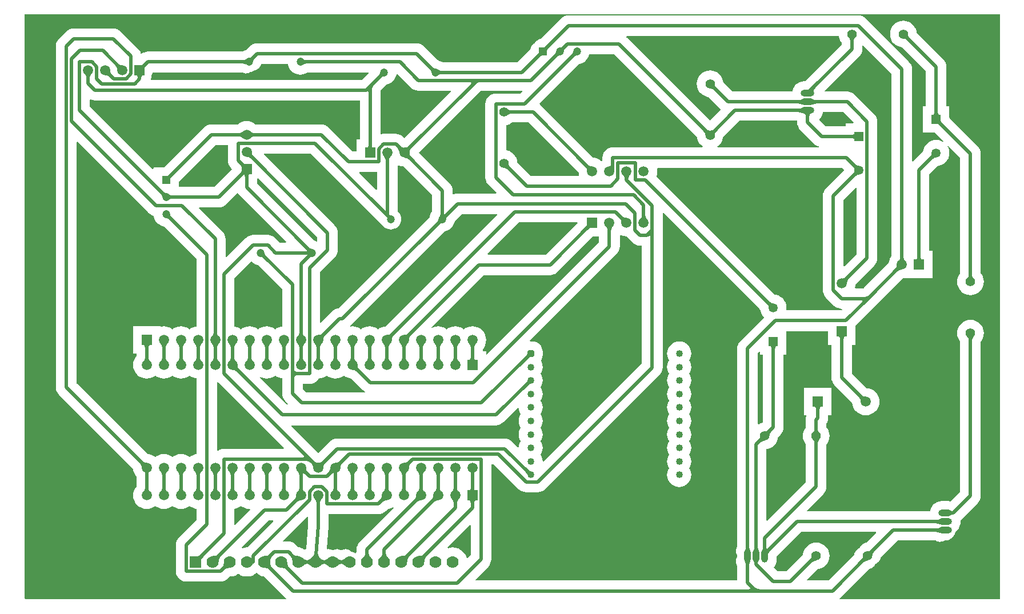
<source format=gbl>
G04 Layer_Physical_Order=2*
G04 Layer_Color=16711680*
%FSLAX25Y25*%
%MOIN*%
G70*
G01*
G75*
%ADD11C,0.05512*%
%ADD12C,0.05906*%
%ADD13R,0.05906X0.05906*%
%ADD14O,0.07874X0.03937*%
%ADD15O,0.07874X0.03937*%
%ADD16C,0.05315*%
%ADD17R,0.05315X0.05315*%
%ADD18R,0.05906X0.05906*%
%ADD19O,0.03937X0.07874*%
%ADD20O,0.03937X0.07874*%
%ADD21R,0.04724X0.04724*%
%ADD22C,0.04724*%
%ADD23R,0.04724X0.04724*%
G04:AMPARAMS|DCode=24|XSize=40mil|YSize=40mil|CornerRadius=10mil|HoleSize=0mil|Usage=FLASHONLY|Rotation=0.000|XOffset=0mil|YOffset=0mil|HoleType=Round|Shape=RoundedRectangle|*
%AMROUNDEDRECTD24*
21,1,0.04000,0.02000,0,0,0.0*
21,1,0.02000,0.04000,0,0,0.0*
1,1,0.02000,0.01000,-0.01000*
1,1,0.02000,-0.01000,-0.01000*
1,1,0.02000,-0.01000,0.01000*
1,1,0.02000,0.01000,0.01000*
%
%ADD24ROUNDEDRECTD24*%
%ADD25C,0.04000*%
%ADD26R,0.07000X0.07000*%
%ADD27C,0.07000*%
%ADD28C,0.02000*%
G36*
X521063Y-17284D02*
X521089Y-17534D01*
X521135Y-17776D01*
X521199Y-18012D01*
X521283Y-18241D01*
X521387Y-18462D01*
X521509Y-18677D01*
X521651Y-18884D01*
X521812Y-19085D01*
X521992Y-19278D01*
X520578Y-20692D01*
X520385Y-20512D01*
X520184Y-20351D01*
X519977Y-20209D01*
X519762Y-20087D01*
X519541Y-19983D01*
X519312Y-19899D01*
X519076Y-19835D01*
X518834Y-19789D01*
X518584Y-19763D01*
X518328Y-19756D01*
X521056Y-17028D01*
X521063Y-17284D01*
D02*
G37*
G36*
X490053Y-19155D02*
X489895Y-19350D01*
X489755Y-19553D01*
X489635Y-19766D01*
X489532Y-19987D01*
X489449Y-20216D01*
X489384Y-20455D01*
X489337Y-20702D01*
X489309Y-20957D01*
X489300Y-21222D01*
X487300D01*
X487291Y-20957D01*
X487263Y-20702D01*
X487216Y-20455D01*
X487151Y-20216D01*
X487068Y-19987D01*
X486966Y-19766D01*
X486845Y-19553D01*
X486705Y-19350D01*
X486547Y-19155D01*
X486371Y-18968D01*
X490229D01*
X490053Y-19155D01*
D02*
G37*
G36*
X311664Y-24850D02*
X311267Y-25261D01*
X310643Y-25998D01*
X310415Y-26324D01*
X310244Y-26621D01*
X310130Y-26889D01*
X310072Y-27129D01*
X310071Y-27341D01*
X310126Y-27524D01*
X310238Y-27678D01*
X307422Y-24862D01*
X307576Y-24974D01*
X307759Y-25029D01*
X307971Y-25028D01*
X308211Y-24970D01*
X308479Y-24856D01*
X308776Y-24685D01*
X309102Y-24457D01*
X309456Y-24173D01*
X310250Y-23436D01*
X311664Y-24850D01*
D02*
G37*
G36*
X321123Y-25392D02*
X320957Y-25566D01*
X320810Y-25741D01*
X320680Y-25918D01*
X320567Y-26095D01*
X320473Y-26273D01*
X320395Y-26452D01*
X320336Y-26631D01*
X320294Y-26812D01*
X320269Y-26994D01*
X320262Y-27176D01*
X317924Y-24838D01*
X318106Y-24831D01*
X318288Y-24806D01*
X318469Y-24764D01*
X318648Y-24705D01*
X318827Y-24627D01*
X319005Y-24532D01*
X319182Y-24420D01*
X319359Y-24290D01*
X319534Y-24143D01*
X319708Y-23977D01*
X321123Y-25392D01*
D02*
G37*
G36*
X308378Y-29550D02*
X308223Y-29437D01*
X308039Y-29381D01*
X307827D01*
X307586Y-29437D01*
X307318Y-29550D01*
X307021Y-29720D01*
X306695Y-29946D01*
X306342Y-30229D01*
X305550Y-30964D01*
X304136Y-29550D01*
X304532Y-29140D01*
X305154Y-28405D01*
X305380Y-28079D01*
X305550Y-27782D01*
X305663Y-27514D01*
X305719Y-27273D01*
Y-27061D01*
X305663Y-26877D01*
X305550Y-26722D01*
X308378Y-29550D01*
D02*
G37*
G36*
X327876Y-29562D02*
X327694Y-29569D01*
X327512Y-29594D01*
X327331Y-29636D01*
X327152Y-29695D01*
X326973Y-29773D01*
X326795Y-29868D01*
X326618Y-29980D01*
X326441Y-30110D01*
X326266Y-30257D01*
X326092Y-30423D01*
X324677Y-29008D01*
X324843Y-28834D01*
X324990Y-28659D01*
X325120Y-28482D01*
X325233Y-28305D01*
X325327Y-28127D01*
X325405Y-27948D01*
X325464Y-27769D01*
X325506Y-27588D01*
X325531Y-27406D01*
X325538Y-27224D01*
X327876Y-29562D01*
D02*
G37*
G36*
X317876D02*
X317694Y-29569D01*
X317512Y-29594D01*
X317331Y-29636D01*
X317152Y-29695D01*
X316973Y-29773D01*
X316795Y-29868D01*
X316617Y-29980D01*
X316441Y-30110D01*
X316266Y-30257D01*
X316092Y-30423D01*
X314677Y-29008D01*
X314843Y-28834D01*
X314990Y-28659D01*
X315120Y-28482D01*
X315232Y-28305D01*
X315327Y-28127D01*
X315405Y-27948D01*
X315464Y-27769D01*
X315506Y-27588D01*
X315531Y-27406D01*
X315538Y-27224D01*
X317876Y-29562D01*
D02*
G37*
G36*
X139723Y-31492D02*
X139557Y-31666D01*
X139410Y-31841D01*
X139280Y-32017D01*
X139167Y-32195D01*
X139073Y-32373D01*
X138995Y-32552D01*
X138936Y-32731D01*
X138894Y-32912D01*
X138869Y-33094D01*
X138862Y-33276D01*
X136524Y-30938D01*
X136706Y-30931D01*
X136888Y-30906D01*
X137069Y-30864D01*
X137248Y-30805D01*
X137427Y-30727D01*
X137605Y-30632D01*
X137783Y-30520D01*
X137959Y-30390D01*
X138134Y-30243D01*
X138308Y-30077D01*
X139723Y-31492D01*
D02*
G37*
G36*
X168321Y-31771D02*
X168467Y-31882D01*
X168624Y-31980D01*
X168794Y-32065D01*
X168975Y-32137D01*
X169168Y-32195D01*
X169372Y-32241D01*
X169589Y-32274D01*
X169817Y-32293D01*
X170057Y-32300D01*
Y-34300D01*
X169817Y-34306D01*
X169589Y-34326D01*
X169372Y-34359D01*
X169168Y-34405D01*
X168975Y-34463D01*
X168794Y-34535D01*
X168624Y-34620D01*
X168467Y-34718D01*
X168321Y-34829D01*
X168187Y-34953D01*
Y-31646D01*
X168321Y-31771D01*
D02*
G37*
G36*
X134813Y-34953D02*
X134679Y-34829D01*
X134533Y-34718D01*
X134376Y-34620D01*
X134206Y-34535D01*
X134025Y-34463D01*
X133832Y-34405D01*
X133627Y-34359D01*
X133411Y-34326D01*
X133183Y-34306D01*
X132943Y-34300D01*
Y-32300D01*
X133183Y-32293D01*
X133411Y-32274D01*
X133627Y-32241D01*
X133832Y-32195D01*
X134025Y-32137D01*
X134206Y-32065D01*
X134376Y-31980D01*
X134533Y-31882D01*
X134679Y-31771D01*
X134813Y-31646D01*
Y-34953D01*
D02*
G37*
G36*
X77055Y-35159D02*
X76658Y-35570D01*
X76033Y-36307D01*
X75806Y-36633D01*
X75635Y-36930D01*
X75520Y-37199D01*
X75463Y-37439D01*
X75461Y-37650D01*
X75517Y-37833D01*
X75629Y-37988D01*
X72812Y-35171D01*
X72967Y-35283D01*
X73150Y-35339D01*
X73361Y-35337D01*
X73601Y-35280D01*
X73870Y-35165D01*
X74167Y-34994D01*
X74493Y-34767D01*
X74847Y-34483D01*
X75641Y-33745D01*
X77055Y-35159D01*
D02*
G37*
G36*
X60392Y-34363D02*
X60605Y-34530D01*
X60827Y-34677D01*
X61060Y-34805D01*
X61303Y-34912D01*
X61557Y-34999D01*
X61820Y-35066D01*
X62093Y-35113D01*
X62377Y-35140D01*
X62670Y-35147D01*
X59747Y-38070D01*
X59740Y-37777D01*
X59713Y-37493D01*
X59666Y-37220D01*
X59599Y-36957D01*
X59512Y-36703D01*
X59405Y-36460D01*
X59277Y-36228D01*
X59130Y-36005D01*
X58963Y-35792D01*
X58776Y-35590D01*
X60190Y-34176D01*
X60392Y-34363D01*
D02*
G37*
G36*
X243666Y-36343D02*
X243841Y-36490D01*
X244018Y-36620D01*
X244195Y-36733D01*
X244373Y-36827D01*
X244552Y-36905D01*
X244731Y-36964D01*
X244912Y-37006D01*
X245094Y-37031D01*
X245276Y-37038D01*
X242938Y-39376D01*
X242931Y-39194D01*
X242906Y-39012D01*
X242864Y-38831D01*
X242805Y-38652D01*
X242727Y-38473D01*
X242633Y-38295D01*
X242520Y-38118D01*
X242390Y-37941D01*
X242243Y-37766D01*
X242077Y-37592D01*
X243492Y-36177D01*
X243666Y-36343D01*
D02*
G37*
G36*
X159244Y-34743D02*
X159665Y-36131D01*
X160349Y-37410D01*
X161269Y-38531D01*
X162390Y-39451D01*
X163669Y-40135D01*
X165057Y-40556D01*
X166500Y-40698D01*
X167943Y-40556D01*
X169331Y-40135D01*
X170610Y-39451D01*
X170759Y-39329D01*
X206191D01*
X206383Y-39791D01*
X202503Y-43671D01*
X79564D01*
X79411Y-43534D01*
X79259Y-43171D01*
X79308Y-43091D01*
X79420Y-42712D01*
X79571Y-42346D01*
X79606Y-42083D01*
X79681Y-41829D01*
X79691Y-41433D01*
X79743Y-41041D01*
X79722Y-40877D01*
X79753Y-40826D01*
X79996Y-40509D01*
X80096Y-40268D01*
X80233Y-40045D01*
X80347Y-39662D01*
X80485Y-39329D01*
X132311D01*
X132381Y-39358D01*
X132460Y-39414D01*
X132988Y-39609D01*
X133508Y-39825D01*
X133604Y-39838D01*
X133694Y-39871D01*
X134255Y-39923D01*
X134813Y-39997D01*
X134909Y-39984D01*
X135005Y-39993D01*
X135560Y-39898D01*
X136118Y-39825D01*
X136208Y-39788D01*
X136303Y-39772D01*
X136814Y-39536D01*
X137335Y-39321D01*
X137411Y-39262D01*
X137475Y-39233D01*
X137676Y-39213D01*
X138807Y-38870D01*
X139849Y-38313D01*
X140006Y-38185D01*
X140072Y-38160D01*
X140167Y-38148D01*
X140688Y-37932D01*
X141216Y-37737D01*
X141295Y-37681D01*
X141384Y-37644D01*
X141830Y-37301D01*
X142290Y-36975D01*
X142351Y-36901D01*
X142428Y-36842D01*
X142771Y-36396D01*
X143131Y-35962D01*
X143171Y-35875D01*
X143230Y-35798D01*
X143445Y-35278D01*
X143680Y-34766D01*
X143696Y-34671D01*
X143725Y-34601D01*
X143797Y-34529D01*
X159223D01*
X159244Y-34743D01*
D02*
G37*
G36*
X247121Y-37871D02*
X247267Y-37982D01*
X247424Y-38080D01*
X247594Y-38165D01*
X247775Y-38237D01*
X247968Y-38295D01*
X248172Y-38341D01*
X248389Y-38374D01*
X248617Y-38394D01*
X248857Y-38400D01*
Y-40400D01*
X248617Y-40407D01*
X248389Y-40426D01*
X248172Y-40459D01*
X247968Y-40505D01*
X247775Y-40563D01*
X247594Y-40635D01*
X247424Y-40720D01*
X247267Y-40818D01*
X247121Y-40929D01*
X246987Y-41054D01*
Y-37747D01*
X247121Y-37871D01*
D02*
G37*
G36*
X55660Y-38423D02*
X55687Y-38707D01*
X55734Y-38980D01*
X55801Y-39244D01*
X55888Y-39497D01*
X55995Y-39740D01*
X56122Y-39972D01*
X56270Y-40195D01*
X56437Y-40408D01*
X56624Y-40610D01*
X55210Y-42024D01*
X55008Y-41837D01*
X54795Y-41670D01*
X54572Y-41522D01*
X54340Y-41395D01*
X54097Y-41288D01*
X53843Y-41201D01*
X53580Y-41134D01*
X53307Y-41087D01*
X53023Y-41060D01*
X52729Y-41053D01*
X55653Y-38129D01*
X55660Y-38423D01*
D02*
G37*
G36*
X215276Y-41762D02*
X215094Y-41769D01*
X214912Y-41794D01*
X214731Y-41836D01*
X214552Y-41895D01*
X214373Y-41973D01*
X214195Y-42068D01*
X214018Y-42180D01*
X213841Y-42310D01*
X213666Y-42457D01*
X213492Y-42623D01*
X212077Y-41208D01*
X212243Y-41034D01*
X212390Y-40859D01*
X212520Y-40683D01*
X212632Y-40505D01*
X212727Y-40327D01*
X212805Y-40148D01*
X212864Y-39969D01*
X212906Y-39788D01*
X212931Y-39606D01*
X212938Y-39424D01*
X215276Y-41762D01*
D02*
G37*
G36*
X44564Y-40421D02*
X44383Y-40641D01*
X44223Y-40868D01*
X44084Y-41101D01*
X43967Y-41342D01*
X43871Y-41589D01*
X43796Y-41844D01*
X43743Y-42106D01*
X43711Y-42374D01*
X43700Y-42650D01*
X41700D01*
X41689Y-42374D01*
X41657Y-42106D01*
X41604Y-41844D01*
X41529Y-41589D01*
X41433Y-41342D01*
X41316Y-41101D01*
X41177Y-40868D01*
X41017Y-40641D01*
X40836Y-40421D01*
X40633Y-40209D01*
X44767D01*
X44564Y-40421D01*
D02*
G37*
G36*
X74510Y-41061D02*
X74340Y-41121D01*
X74190Y-41221D01*
X74060Y-41361D01*
X73950Y-41541D01*
X73860Y-41761D01*
X73790Y-42021D01*
X73740Y-42321D01*
X73710Y-42661D01*
X73700Y-43041D01*
X71700D01*
X71690Y-42661D01*
X71660Y-42321D01*
X71610Y-42021D01*
X71540Y-41761D01*
X71450Y-41541D01*
X71340Y-41361D01*
X71210Y-41221D01*
X71060Y-41121D01*
X70890Y-41061D01*
X70700Y-41041D01*
X74700D01*
X74510Y-41061D01*
D02*
G37*
G36*
X271914Y-45000D02*
X271520Y-45014D01*
X271138Y-45057D01*
X270767Y-45127D01*
X270408Y-45226D01*
X270061Y-45354D01*
X269725Y-45509D01*
X269401Y-45693D01*
X269089Y-45905D01*
X268789Y-46145D01*
X268500Y-46414D01*
X265672D01*
X265920Y-46145D01*
X266101Y-45905D01*
X266213Y-45693D01*
X266257Y-45509D01*
X266232Y-45354D01*
X266140Y-45226D01*
X265979Y-45127D01*
X265749Y-45057D01*
X265452Y-45014D01*
X265086Y-45000D01*
X269500Y-43000D01*
X271914Y-45000D01*
D02*
G37*
G36*
X466864Y-48550D02*
X466515Y-48913D01*
X466000Y-49541D01*
X465833Y-49807D01*
X465727Y-50039D01*
X465681Y-50240D01*
X465697Y-50407D01*
X465773Y-50543D01*
X465909Y-50645D01*
X466107Y-50715D01*
X461545Y-49639D01*
X461777Y-49673D01*
X462021Y-49667D01*
X462276Y-49623D01*
X462542Y-49539D01*
X462819Y-49416D01*
X463108Y-49254D01*
X463407Y-49052D01*
X463718Y-48812D01*
X464040Y-48532D01*
X464373Y-48212D01*
X466864Y-48550D01*
D02*
G37*
G36*
X408263Y-46384D02*
X408289Y-46634D01*
X408335Y-46876D01*
X408399Y-47112D01*
X408483Y-47341D01*
X408587Y-47562D01*
X408709Y-47777D01*
X408851Y-47984D01*
X409012Y-48185D01*
X409192Y-48378D01*
X407778Y-49792D01*
X407585Y-49612D01*
X407384Y-49451D01*
X407177Y-49309D01*
X406962Y-49187D01*
X406741Y-49083D01*
X406512Y-48999D01*
X406277Y-48935D01*
X406034Y-48889D01*
X405784Y-48863D01*
X405528Y-48856D01*
X408256Y-46128D01*
X408263Y-46384D01*
D02*
G37*
G36*
X480656Y-18520D02*
X481100Y-19982D01*
X481820Y-21330D01*
X482271Y-21879D01*
Y-23203D01*
X460954Y-44520D01*
X460885Y-44570D01*
X460856Y-44598D01*
X460431D01*
X459065Y-44732D01*
X457752Y-45131D01*
X456541Y-45778D01*
X455480Y-46649D01*
X454609Y-47710D01*
X453962Y-48920D01*
X453564Y-50234D01*
X453531Y-50571D01*
X418497D01*
X413213Y-45287D01*
X413144Y-44580D01*
X412700Y-43118D01*
X411980Y-41770D01*
X411011Y-40589D01*
X409830Y-39620D01*
X408482Y-38900D01*
X407020Y-38456D01*
X405500Y-38307D01*
X403980Y-38456D01*
X402518Y-38900D01*
X401170Y-39620D01*
X399989Y-40589D01*
X399020Y-41770D01*
X398300Y-43118D01*
X397856Y-44580D01*
X397707Y-46100D01*
X397856Y-47620D01*
X398300Y-49082D01*
X399020Y-50430D01*
X399989Y-51611D01*
X401170Y-52580D01*
X402518Y-53300D01*
X403980Y-53744D01*
X404687Y-53813D01*
X411737Y-60863D01*
X411759Y-61315D01*
X405500Y-67574D01*
X356655Y-18729D01*
X356862Y-18229D01*
X480628D01*
X480656Y-18520D01*
D02*
G37*
G36*
X209346Y-46789D02*
X209105Y-47089D01*
X208893Y-47401D01*
X208709Y-47725D01*
X208554Y-48061D01*
X208426Y-48408D01*
X208327Y-48767D01*
X208257Y-49138D01*
X208214Y-49520D01*
X208200Y-49914D01*
X206200Y-51914D01*
X206180Y-51214D01*
X206156Y-50939D01*
X206121Y-50713D01*
X206077Y-50537D01*
X206023Y-50412D01*
X205959Y-50336D01*
X205885Y-50310D01*
X205801Y-50333D01*
X205707Y-50407D01*
X207200Y-47500D01*
X209614Y-46500D01*
X209346Y-46789D01*
D02*
G37*
G36*
X465549Y-55026D02*
X465759Y-55146D01*
X465987Y-55253D01*
X466233Y-55345D01*
X466495Y-55423D01*
X466775Y-55487D01*
X467072Y-55536D01*
X467387Y-55572D01*
X468067Y-55600D01*
Y-57600D01*
X467718Y-57607D01*
X467072Y-57664D01*
X466775Y-57713D01*
X466495Y-57777D01*
X466233Y-57855D01*
X465987Y-57947D01*
X465759Y-58054D01*
X465549Y-58174D01*
X465355Y-58309D01*
Y-54891D01*
X465549Y-55026D01*
D02*
G37*
G36*
X459445Y-58309D02*
X459251Y-58174D01*
X459041Y-58054D01*
X458813Y-57947D01*
X458567Y-57855D01*
X458305Y-57777D01*
X458025Y-57713D01*
X457728Y-57664D01*
X457413Y-57628D01*
X456733Y-57600D01*
Y-55600D01*
X457082Y-55593D01*
X457728Y-55536D01*
X458025Y-55487D01*
X458305Y-55423D01*
X458567Y-55345D01*
X458813Y-55253D01*
X459041Y-55146D01*
X459251Y-55026D01*
X459445Y-54891D01*
Y-58309D01*
D02*
G37*
G36*
Y-63309D02*
X459251Y-63174D01*
X459041Y-63054D01*
X458813Y-62947D01*
X458567Y-62855D01*
X458305Y-62777D01*
X458025Y-62713D01*
X457728Y-62664D01*
X457413Y-62628D01*
X456733Y-62600D01*
Y-60600D01*
X457082Y-60593D01*
X457728Y-60536D01*
X458025Y-60487D01*
X458305Y-60423D01*
X458567Y-60345D01*
X458813Y-60253D01*
X459041Y-60146D01*
X459251Y-60026D01*
X459445Y-59891D01*
Y-63309D01*
D02*
G37*
G36*
X538410Y-62494D02*
X538440Y-62836D01*
X538490Y-63138D01*
X538560Y-63400D01*
X538650Y-63621D01*
X538760Y-63802D01*
X538890Y-63943D01*
X539040Y-64043D01*
X539210Y-64104D01*
X539400Y-64124D01*
X535400D01*
X535590Y-64104D01*
X535760Y-64043D01*
X535910Y-63943D01*
X536040Y-63802D01*
X536150Y-63621D01*
X536240Y-63400D01*
X536310Y-63138D01*
X536360Y-62836D01*
X536390Y-62494D01*
X536400Y-62112D01*
X538400D01*
X538410Y-62494D01*
D02*
G37*
G36*
X287455Y-60747D02*
X287650Y-60905D01*
X287853Y-61045D01*
X288066Y-61165D01*
X288287Y-61268D01*
X288516Y-61351D01*
X288755Y-61416D01*
X289002Y-61463D01*
X289257Y-61491D01*
X289522Y-61500D01*
Y-63500D01*
X289257Y-63509D01*
X289002Y-63537D01*
X288755Y-63584D01*
X288516Y-63649D01*
X288287Y-63732D01*
X288066Y-63835D01*
X287853Y-63955D01*
X287650Y-64095D01*
X287455Y-64253D01*
X287268Y-64429D01*
Y-60571D01*
X287455Y-60747D01*
D02*
G37*
G36*
X464209Y-63578D02*
X464039Y-63638D01*
X463889Y-63739D01*
X463759Y-63880D01*
X463650Y-64061D01*
X463560Y-64283D01*
X463490Y-64545D01*
X463440Y-64848D01*
X463410Y-65190D01*
X463400Y-65573D01*
X461400D01*
X461390Y-65190D01*
X461360Y-64848D01*
X461310Y-64545D01*
X461240Y-64283D01*
X461150Y-64061D01*
X461041Y-63880D01*
X460911Y-63739D01*
X460761Y-63638D01*
X460591Y-63578D01*
X460402Y-63557D01*
X464398D01*
X464209Y-63578D01*
D02*
G37*
G36*
X489212Y-68638D02*
X489020Y-69100D01*
X484742D01*
Y-70728D01*
X472997D01*
X469296Y-67027D01*
X469320Y-66551D01*
X470191Y-65490D01*
X470838Y-64280D01*
X471236Y-62966D01*
X471269Y-62629D01*
X483203D01*
X489212Y-68638D01*
D02*
G37*
G36*
X539932Y-66730D02*
X539876Y-66914D01*
Y-67126D01*
X539932Y-67366D01*
X540045Y-67635D01*
X540215Y-67932D01*
X540442Y-68257D01*
X540724Y-68611D01*
X541460Y-69403D01*
X540045Y-70817D01*
X539635Y-70421D01*
X538900Y-69799D01*
X538575Y-69573D01*
X538278Y-69403D01*
X538009Y-69290D01*
X537769Y-69233D01*
X537557D01*
X537373Y-69290D01*
X537217Y-69403D01*
X540045Y-66575D01*
X539932Y-66730D01*
D02*
G37*
G36*
X409192Y-73822D02*
X409012Y-74015D01*
X408851Y-74216D01*
X408709Y-74423D01*
X408587Y-74638D01*
X408483Y-74859D01*
X408399Y-75088D01*
X408335Y-75323D01*
X408289Y-75566D01*
X408263Y-75816D01*
X408256Y-76072D01*
X405528Y-73344D01*
X405784Y-73337D01*
X406034Y-73311D01*
X406277Y-73265D01*
X406512Y-73201D01*
X406741Y-73117D01*
X406962Y-73013D01*
X407177Y-72891D01*
X407384Y-72749D01*
X407585Y-72588D01*
X407778Y-72408D01*
X409192Y-73822D01*
D02*
G37*
G36*
X403415Y-72588D02*
X403616Y-72749D01*
X403823Y-72891D01*
X404038Y-73013D01*
X404259Y-73117D01*
X404488Y-73201D01*
X404724Y-73265D01*
X404966Y-73311D01*
X405216Y-73337D01*
X405472Y-73344D01*
X402744Y-76072D01*
X402737Y-75816D01*
X402711Y-75566D01*
X402665Y-75323D01*
X402601Y-75088D01*
X402517Y-74859D01*
X402413Y-74638D01*
X402291Y-74423D01*
X402149Y-74216D01*
X401988Y-74015D01*
X401808Y-73822D01*
X403222Y-72408D01*
X403415Y-72588D01*
D02*
G37*
G36*
X230937Y-48263D02*
X230937Y-48263D01*
X231851Y-49013D01*
X232893Y-49570D01*
X234024Y-49913D01*
X235200Y-50029D01*
X235200Y-50029D01*
X254291D01*
X254483Y-50491D01*
X227200Y-77774D01*
X226463Y-77037D01*
X225550Y-76287D01*
X224507Y-75730D01*
X223376Y-75387D01*
X222200Y-75271D01*
X214900D01*
X214900Y-75271D01*
X213729Y-75386D01*
X213614Y-75396D01*
X213229Y-75070D01*
Y-50160D01*
X213240Y-50095D01*
X213243Y-50003D01*
X213306Y-49936D01*
X213344Y-49883D01*
X216552Y-46674D01*
X216743Y-46656D01*
X218131Y-46235D01*
X219410Y-45551D01*
X220531Y-44631D01*
X221451Y-43510D01*
X222135Y-42231D01*
X222556Y-40843D01*
X222585Y-40550D01*
X223055Y-40382D01*
X230937Y-48263D01*
D02*
G37*
G36*
X137521Y-73936D02*
X137741Y-74117D01*
X137968Y-74277D01*
X138201Y-74416D01*
X138442Y-74533D01*
X138689Y-74629D01*
X138944Y-74704D01*
X139206Y-74757D01*
X139474Y-74789D01*
X139750Y-74800D01*
Y-76800D01*
X139474Y-76811D01*
X139206Y-76843D01*
X138944Y-76896D01*
X138689Y-76971D01*
X138442Y-77067D01*
X138201Y-77184D01*
X137968Y-77323D01*
X137741Y-77483D01*
X137521Y-77664D01*
X137309Y-77867D01*
Y-73733D01*
X137521Y-73936D01*
D02*
G37*
G36*
X133091Y-77867D02*
X132879Y-77664D01*
X132659Y-77483D01*
X132432Y-77323D01*
X132199Y-77184D01*
X131958Y-77067D01*
X131711Y-76971D01*
X131456Y-76896D01*
X131194Y-76843D01*
X130926Y-76811D01*
X130650Y-76800D01*
Y-74800D01*
X130926Y-74789D01*
X131194Y-74757D01*
X131456Y-74704D01*
X131711Y-74629D01*
X131958Y-74533D01*
X132199Y-74416D01*
X132432Y-74277D01*
X132659Y-74117D01*
X132879Y-73936D01*
X133091Y-73733D01*
Y-77867D01*
D02*
G37*
G36*
X489767Y-78757D02*
X489746Y-78567D01*
X489686Y-78397D01*
X489585Y-78247D01*
X489445Y-78117D01*
X489263Y-78007D01*
X489042Y-77917D01*
X488781Y-77847D01*
X488479Y-77797D01*
X488137Y-77767D01*
X487754Y-77757D01*
Y-75757D01*
X488137Y-75747D01*
X488479Y-75717D01*
X488781Y-75667D01*
X489042Y-75597D01*
X489263Y-75507D01*
X489445Y-75397D01*
X489585Y-75267D01*
X489686Y-75117D01*
X489746Y-74947D01*
X489767Y-74757D01*
Y-78757D01*
D02*
G37*
G36*
X456371Y-68657D02*
X456487Y-69834D01*
X456830Y-70965D01*
X457387Y-72007D01*
X458137Y-72921D01*
X466237Y-81021D01*
X467150Y-81770D01*
X468193Y-82328D01*
X469151Y-82618D01*
X469077Y-83118D01*
X409852D01*
X409730Y-82633D01*
X409830Y-82580D01*
X411011Y-81611D01*
X411980Y-80430D01*
X412700Y-79082D01*
X413144Y-77620D01*
X413213Y-76913D01*
X422497Y-67629D01*
X456371D01*
Y-68657D01*
D02*
G37*
G36*
X208210Y-81741D02*
X208240Y-82084D01*
X208290Y-82385D01*
X208360Y-82647D01*
X208450Y-82868D01*
X208560Y-83049D01*
X208690Y-83190D01*
X208840Y-83291D01*
X209010Y-83351D01*
X209200Y-83371D01*
X205200D01*
X205390Y-83351D01*
X205560Y-83291D01*
X205710Y-83190D01*
X205840Y-83049D01*
X205950Y-82868D01*
X206040Y-82647D01*
X206110Y-82385D01*
X206160Y-82084D01*
X206190Y-81741D01*
X206200Y-81359D01*
X208200D01*
X208210Y-81741D01*
D02*
G37*
G36*
X44249Y-55270D02*
X45380Y-55613D01*
X46556Y-55729D01*
X201171D01*
Y-78347D01*
X199247D01*
Y-85571D01*
X196997D01*
X182963Y-71537D01*
X182050Y-70787D01*
X181007Y-70230D01*
X179876Y-69887D01*
X178700Y-69771D01*
X140390D01*
X139640Y-69156D01*
X138258Y-68417D01*
X136759Y-67962D01*
X135200Y-67809D01*
X133641Y-67962D01*
X132142Y-68417D01*
X130760Y-69156D01*
X130010Y-69771D01*
X114600D01*
X114600Y-69771D01*
X113424Y-69887D01*
X112293Y-70230D01*
X111250Y-70787D01*
X110337Y-71537D01*
X87270Y-94604D01*
X87217Y-94641D01*
X87113Y-94738D01*
X80938D01*
Y-95558D01*
X80476Y-95749D01*
X43729Y-59003D01*
Y-55478D01*
X44158Y-55221D01*
X44249Y-55270D01*
D02*
G37*
G36*
X231124Y-83790D02*
X230937Y-83992D01*
X230770Y-84205D01*
X230623Y-84427D01*
X230495Y-84660D01*
X230388Y-84903D01*
X230301Y-85157D01*
X230234Y-85420D01*
X230187Y-85693D01*
X230160Y-85977D01*
X230153Y-86270D01*
X227229Y-83347D01*
X227523Y-83340D01*
X227807Y-83313D01*
X228080Y-83266D01*
X228344Y-83199D01*
X228597Y-83112D01*
X228840Y-83005D01*
X229072Y-82877D01*
X229295Y-82730D01*
X229508Y-82563D01*
X229710Y-82376D01*
X231124Y-83790D01*
D02*
G37*
G36*
X224892Y-82563D02*
X225105Y-82730D01*
X225327Y-82877D01*
X225560Y-83005D01*
X225803Y-83112D01*
X226057Y-83199D01*
X226320Y-83266D01*
X226593Y-83313D01*
X226877Y-83340D01*
X227170Y-83347D01*
X224247Y-86270D01*
X224240Y-85977D01*
X224213Y-85693D01*
X224166Y-85420D01*
X224099Y-85157D01*
X224012Y-84903D01*
X223905Y-84660D01*
X223778Y-84427D01*
X223630Y-84205D01*
X223463Y-83992D01*
X223276Y-83790D01*
X224690Y-82376D01*
X224892Y-82563D01*
D02*
G37*
G36*
X138160Y-86123D02*
X138187Y-86407D01*
X138234Y-86680D01*
X138301Y-86944D01*
X138388Y-87197D01*
X138495Y-87440D01*
X138622Y-87673D01*
X138770Y-87895D01*
X138937Y-88108D01*
X139124Y-88310D01*
X137710Y-89724D01*
X137508Y-89537D01*
X137295Y-89370D01*
X137073Y-89223D01*
X136840Y-89095D01*
X136597Y-88988D01*
X136344Y-88901D01*
X136080Y-88834D01*
X135807Y-88787D01*
X135523Y-88760D01*
X135230Y-88753D01*
X138153Y-85830D01*
X138160Y-86123D01*
D02*
G37*
G36*
X537373Y-89100D02*
X537135Y-89107D01*
X536903Y-89133D01*
X536675Y-89178D01*
X536454Y-89241D01*
X536237Y-89324D01*
X536027Y-89425D01*
X535821Y-89545D01*
X535622Y-89684D01*
X535427Y-89842D01*
X535239Y-90018D01*
X533824Y-88604D01*
X534001Y-88415D01*
X534159Y-88221D01*
X534298Y-88021D01*
X534418Y-87816D01*
X534519Y-87605D01*
X534601Y-87389D01*
X534665Y-87167D01*
X534710Y-86940D01*
X534736Y-86707D01*
X534743Y-86469D01*
X537373Y-89100D01*
D02*
G37*
G36*
X230160Y-86623D02*
X230187Y-86907D01*
X230234Y-87180D01*
X230301Y-87444D01*
X230388Y-87697D01*
X230495Y-87940D01*
X230623Y-88173D01*
X230770Y-88395D01*
X230937Y-88608D01*
X231124Y-88810D01*
X229710Y-90224D01*
X229508Y-90037D01*
X229295Y-89870D01*
X229072Y-89723D01*
X228840Y-89595D01*
X228597Y-89488D01*
X228344Y-89401D01*
X228080Y-89334D01*
X227807Y-89287D01*
X227523Y-89260D01*
X227229Y-89253D01*
X230153Y-86330D01*
X230160Y-86623D01*
D02*
G37*
G36*
X219064Y-88621D02*
X218883Y-88841D01*
X218723Y-89068D01*
X218584Y-89301D01*
X218467Y-89542D01*
X218371Y-89789D01*
X218296Y-90044D01*
X218243Y-90306D01*
X218211Y-90574D01*
X218200Y-90850D01*
X216200D01*
X216189Y-90574D01*
X216157Y-90306D01*
X216104Y-90044D01*
X216029Y-89789D01*
X215933Y-89542D01*
X215816Y-89301D01*
X215677Y-89068D01*
X215517Y-88841D01*
X215336Y-88621D01*
X215133Y-88409D01*
X219267D01*
X219064Y-88621D01*
D02*
G37*
G36*
X397787Y-76913D02*
X397856Y-77620D01*
X398300Y-79082D01*
X399020Y-80430D01*
X399989Y-81611D01*
X401170Y-82580D01*
X401270Y-82633D01*
X401148Y-83118D01*
X348800D01*
X347624Y-83234D01*
X346493Y-83577D01*
X345450Y-84134D01*
X344537Y-84884D01*
X343787Y-85798D01*
X343230Y-86840D01*
X342887Y-87971D01*
X342771Y-89147D01*
Y-91002D01*
X342745Y-91044D01*
X342092Y-91155D01*
X341240Y-90456D01*
X339858Y-89717D01*
X338359Y-89262D01*
X337394Y-89167D01*
X306463Y-58237D01*
X306161Y-57989D01*
X306137Y-57490D01*
X329152Y-34475D01*
X329343Y-34456D01*
X330731Y-34035D01*
X332010Y-33351D01*
X333131Y-32431D01*
X334051Y-31310D01*
X334735Y-30031D01*
X335099Y-28829D01*
X349703D01*
X397787Y-76913D01*
D02*
G37*
G36*
X132670Y-91842D02*
X133407Y-92467D01*
X133733Y-92694D01*
X134030Y-92865D01*
X134299Y-92980D01*
X134539Y-93037D01*
X134750Y-93039D01*
X134933Y-92983D01*
X135088Y-92871D01*
X132271Y-95688D01*
X132383Y-95533D01*
X132439Y-95350D01*
X132437Y-95139D01*
X132380Y-94899D01*
X132265Y-94630D01*
X132094Y-94333D01*
X131867Y-94007D01*
X131583Y-93653D01*
X130845Y-92859D01*
X132259Y-91445D01*
X132670Y-91842D01*
D02*
G37*
G36*
X288063Y-92784D02*
X288089Y-93034D01*
X288135Y-93277D01*
X288199Y-93512D01*
X288283Y-93741D01*
X288387Y-93962D01*
X288509Y-94177D01*
X288651Y-94384D01*
X288812Y-94585D01*
X288992Y-94778D01*
X287578Y-96192D01*
X287385Y-96012D01*
X287184Y-95851D01*
X286977Y-95709D01*
X286762Y-95587D01*
X286541Y-95483D01*
X286312Y-95399D01*
X286076Y-95335D01*
X285834Y-95289D01*
X285584Y-95263D01*
X285328Y-95256D01*
X288056Y-92528D01*
X288063Y-92784D01*
D02*
G37*
G36*
X490427Y-93044D02*
X490622Y-93201D01*
X490822Y-93340D01*
X491027Y-93461D01*
X491237Y-93562D01*
X491454Y-93644D01*
X491675Y-93708D01*
X491903Y-93752D01*
X492135Y-93778D01*
X492373Y-93785D01*
X489743Y-96416D01*
X489736Y-96178D01*
X489710Y-95945D01*
X489665Y-95718D01*
X489602Y-95496D01*
X489519Y-95280D01*
X489418Y-95069D01*
X489298Y-94864D01*
X489159Y-94664D01*
X489001Y-94470D01*
X488824Y-94281D01*
X490239Y-92867D01*
X490427Y-93044D01*
D02*
G37*
G36*
X349800Y-93156D02*
X349706Y-96576D01*
X346708Y-94149D01*
X346915Y-94126D01*
X347101Y-94074D01*
X347265Y-93990D01*
X347407Y-93876D01*
X347527Y-93732D01*
X347625Y-93557D01*
X347702Y-93351D01*
X347756Y-93115D01*
X347789Y-92848D01*
X347800Y-92550D01*
X349800Y-93156D01*
D02*
G37*
G36*
X334492Y-93363D02*
X334705Y-93530D01*
X334928Y-93678D01*
X335160Y-93805D01*
X335403Y-93912D01*
X335656Y-93999D01*
X335920Y-94066D01*
X336193Y-94113D01*
X336477Y-94140D01*
X336771Y-94147D01*
X333847Y-97070D01*
X333840Y-96777D01*
X333813Y-96493D01*
X333766Y-96220D01*
X333699Y-95956D01*
X333612Y-95703D01*
X333505Y-95460D01*
X333378Y-95227D01*
X333230Y-95005D01*
X333063Y-94792D01*
X332876Y-94590D01*
X334290Y-93176D01*
X334492Y-93363D01*
D02*
G37*
G36*
X328867Y-97694D02*
X328962Y-98659D01*
X329148Y-99269D01*
X328850Y-99671D01*
X300997D01*
X293013Y-91687D01*
X292944Y-90980D01*
X292500Y-89518D01*
X291780Y-88170D01*
X290811Y-86989D01*
X289630Y-86020D01*
X288282Y-85300D01*
X286820Y-84856D01*
X286529Y-84828D01*
Y-70172D01*
X286820Y-70144D01*
X288282Y-69700D01*
X289630Y-68980D01*
X290179Y-68529D01*
X299703D01*
X328867Y-97694D01*
D02*
G37*
G36*
X92064Y-99750D02*
X91667Y-100161D01*
X91043Y-100898D01*
X90815Y-101224D01*
X90644Y-101521D01*
X90530Y-101789D01*
X90472Y-102029D01*
X90471Y-102241D01*
X90526Y-102424D01*
X90638Y-102578D01*
X87822Y-99762D01*
X87976Y-99874D01*
X88159Y-99929D01*
X88371Y-99928D01*
X88611Y-99870D01*
X88879Y-99756D01*
X89176Y-99585D01*
X89502Y-99357D01*
X89856Y-99073D01*
X90650Y-98336D01*
X92064Y-99750D01*
D02*
G37*
G36*
X492373Y-99100D02*
X492135Y-99107D01*
X491903Y-99133D01*
X491675Y-99177D01*
X491454Y-99241D01*
X491237Y-99323D01*
X491027Y-99425D01*
X490822Y-99545D01*
X490622Y-99684D01*
X490427Y-99841D01*
X490239Y-100018D01*
X488824Y-98604D01*
X489001Y-98415D01*
X489159Y-98221D01*
X489298Y-98021D01*
X489418Y-97816D01*
X489519Y-97605D01*
X489602Y-97389D01*
X489665Y-97167D01*
X489710Y-96940D01*
X489736Y-96707D01*
X489743Y-96469D01*
X492373Y-99100D01*
D02*
G37*
G36*
X135088Y-98741D02*
X137200D01*
X137010Y-98761D01*
X136840Y-98821D01*
X136690Y-98921D01*
X136560Y-99061D01*
X136450Y-99241D01*
X136360Y-99461D01*
X136290Y-99721D01*
X136240Y-100021D01*
X136210Y-100361D01*
X136200Y-100741D01*
X134200D01*
X134190Y-100361D01*
X134160Y-100021D01*
X134110Y-99721D01*
X134040Y-99461D01*
X133950Y-99241D01*
X133840Y-99061D01*
X133712Y-98923D01*
X133405Y-99137D01*
X133051Y-99420D01*
X132259Y-100155D01*
X130845Y-98741D01*
X131241Y-98331D01*
X131863Y-97595D01*
X132089Y-97270D01*
X132259Y-96973D01*
X132372Y-96704D01*
X132429Y-96464D01*
Y-96252D01*
X132372Y-96068D01*
X132259Y-95912D01*
X135088Y-98741D01*
D02*
G37*
G36*
X358664Y-99421D02*
X358483Y-99641D01*
X358323Y-99868D01*
X358184Y-100101D01*
X358067Y-100342D01*
X357971Y-100590D01*
X357896Y-100844D01*
X357843Y-101106D01*
X357811Y-101374D01*
X357800Y-101650D01*
X355800D01*
X355789Y-101374D01*
X355757Y-101106D01*
X355704Y-100844D01*
X355629Y-100590D01*
X355533Y-100342D01*
X355416Y-100101D01*
X355277Y-99868D01*
X355117Y-99641D01*
X354936Y-99421D01*
X354733Y-99209D01*
X358867D01*
X358664Y-99421D01*
D02*
G37*
G36*
X124171Y-90800D02*
X124287Y-91976D01*
X124630Y-93107D01*
X125187Y-94150D01*
X125937Y-95063D01*
X126674Y-95800D01*
X116403Y-106071D01*
X95662D01*
Y-103284D01*
X95692Y-103253D01*
X95745Y-103181D01*
X117097Y-81829D01*
X124171D01*
Y-90800D01*
D02*
G37*
G36*
X211171Y-107691D02*
X210709Y-107883D01*
X200917Y-98091D01*
X201109Y-97629D01*
X211171D01*
Y-107691D01*
D02*
G37*
G36*
X296083Y-50491D02*
X294903Y-51671D01*
X280500D01*
X279324Y-51787D01*
X278193Y-52130D01*
X277151Y-52687D01*
X276237Y-53437D01*
X275487Y-54351D01*
X274930Y-55393D01*
X274587Y-56524D01*
X274471Y-57700D01*
Y-100700D01*
X274587Y-101876D01*
X274930Y-103007D01*
X275487Y-104050D01*
X276237Y-104963D01*
X280883Y-109609D01*
X280691Y-110071D01*
X258200D01*
X257024Y-110187D01*
X255893Y-110530D01*
X255758Y-110602D01*
X255329Y-110345D01*
Y-108400D01*
X255213Y-107224D01*
X254870Y-106093D01*
X254313Y-105051D01*
X253563Y-104137D01*
X235726Y-86300D01*
X271883Y-50144D01*
X271936Y-50106D01*
X272003Y-50043D01*
X272095Y-50040D01*
X272160Y-50029D01*
X295891D01*
X296083Y-50491D01*
D02*
G37*
G36*
X86666Y-109043D02*
X86841Y-109190D01*
X87018Y-109320D01*
X87195Y-109432D01*
X87373Y-109527D01*
X87552Y-109605D01*
X87731Y-109664D01*
X87912Y-109706D01*
X88094Y-109731D01*
X88276Y-109738D01*
X85938Y-112076D01*
X85931Y-111894D01*
X85906Y-111712D01*
X85864Y-111531D01*
X85805Y-111352D01*
X85727Y-111173D01*
X85632Y-110995D01*
X85520Y-110818D01*
X85390Y-110641D01*
X85243Y-110466D01*
X85077Y-110292D01*
X86492Y-108877D01*
X86666Y-109043D01*
D02*
G37*
G36*
X90121Y-110571D02*
X90267Y-110682D01*
X90424Y-110780D01*
X90594Y-110865D01*
X90775Y-110937D01*
X90968Y-110995D01*
X91172Y-111041D01*
X91389Y-111074D01*
X91617Y-111093D01*
X91857Y-111100D01*
Y-113100D01*
X91617Y-113107D01*
X91389Y-113126D01*
X91172Y-113159D01*
X90968Y-113205D01*
X90775Y-113263D01*
X90594Y-113335D01*
X90424Y-113420D01*
X90267Y-113518D01*
X90121Y-113629D01*
X89987Y-113753D01*
Y-110447D01*
X90121Y-110571D01*
D02*
G37*
G36*
X250307Y-121683D02*
X250326Y-121911D01*
X250359Y-122127D01*
X250405Y-122332D01*
X250405Y-122333D01*
X250405Y-122333D01*
X250583Y-122220D01*
X250759Y-122090D01*
X250934Y-121943D01*
X251108Y-121777D01*
X252523Y-123192D01*
X252357Y-123366D01*
X252210Y-123541D01*
X252080Y-123717D01*
X251968Y-123895D01*
X251873Y-124073D01*
X251795Y-124252D01*
X251736Y-124431D01*
X251694Y-124612D01*
X251669Y-124794D01*
X251662Y-124976D01*
X249999Y-123313D01*
X247646D01*
X247771Y-123179D01*
X247882Y-123033D01*
X247980Y-122876D01*
X248065Y-122706D01*
X248137Y-122525D01*
X248195Y-122332D01*
X248241Y-122127D01*
X248274Y-121911D01*
X248293Y-121683D01*
X248300Y-121443D01*
X250300D01*
X250307Y-121683D01*
D02*
G37*
G36*
X367811Y-122826D02*
X367843Y-123094D01*
X367896Y-123356D01*
X367971Y-123610D01*
X368067Y-123858D01*
X368184Y-124099D01*
X368323Y-124332D01*
X368483Y-124559D01*
X368664Y-124779D01*
X368867Y-124991D01*
X364733D01*
X364936Y-124779D01*
X365117Y-124559D01*
X365277Y-124332D01*
X365416Y-124099D01*
X365533Y-123858D01*
X365629Y-123610D01*
X365704Y-123356D01*
X365757Y-123094D01*
X365789Y-122826D01*
X365800Y-122550D01*
X367800D01*
X367811Y-122826D01*
D02*
G37*
G36*
X90669Y-122306D02*
X90694Y-122488D01*
X90736Y-122669D01*
X90795Y-122848D01*
X90873Y-123027D01*
X90968Y-123205D01*
X91080Y-123382D01*
X91210Y-123559D01*
X91357Y-123734D01*
X91523Y-123908D01*
X90108Y-125323D01*
X89934Y-125157D01*
X89759Y-125010D01*
X89583Y-124880D01*
X89405Y-124767D01*
X89227Y-124673D01*
X89048Y-124595D01*
X88869Y-124536D01*
X88688Y-124494D01*
X88506Y-124469D01*
X88324Y-124462D01*
X90662Y-122124D01*
X90669Y-122306D01*
D02*
G37*
G36*
X354492Y-123363D02*
X354705Y-123530D01*
X354927Y-123678D01*
X355160Y-123805D01*
X355403Y-123912D01*
X355657Y-123999D01*
X355920Y-124066D01*
X356193Y-124113D01*
X356477Y-124140D01*
X356770Y-124147D01*
X353847Y-127070D01*
X353840Y-126777D01*
X353813Y-126493D01*
X353766Y-126220D01*
X353699Y-125956D01*
X353612Y-125703D01*
X353505Y-125460D01*
X353378Y-125227D01*
X353230Y-125005D01*
X353063Y-124792D01*
X352876Y-124590D01*
X354290Y-123176D01*
X354492Y-123363D01*
D02*
G37*
G36*
X249276Y-127362D02*
X249094Y-127369D01*
X248912Y-127394D01*
X248731Y-127436D01*
X248552Y-127495D01*
X248373Y-127573D01*
X248195Y-127667D01*
X248018Y-127780D01*
X247841Y-127910D01*
X247666Y-128057D01*
X247492Y-128223D01*
X246077Y-126808D01*
X246243Y-126634D01*
X246390Y-126459D01*
X246520Y-126283D01*
X246633Y-126105D01*
X246727Y-125927D01*
X246805Y-125748D01*
X246864Y-125569D01*
X246906Y-125388D01*
X246931Y-125206D01*
X246938Y-125024D01*
X249276Y-127362D01*
D02*
G37*
G36*
X336688Y-130041D02*
X336532Y-129928D01*
X336348Y-129871D01*
X336136D01*
X335896Y-129928D01*
X335627Y-130041D01*
X335330Y-130210D01*
X335005Y-130437D01*
X334651Y-130720D01*
X333859Y-131455D01*
X332445Y-130041D01*
X332841Y-129631D01*
X333463Y-128895D01*
X333689Y-128570D01*
X333859Y-128273D01*
X333972Y-128004D01*
X334029Y-127764D01*
Y-127552D01*
X333972Y-127368D01*
X333859Y-127212D01*
X336688Y-130041D01*
D02*
G37*
G36*
X348664Y-129421D02*
X348483Y-129641D01*
X348323Y-129868D01*
X348184Y-130101D01*
X348067Y-130342D01*
X347971Y-130589D01*
X347896Y-130844D01*
X347843Y-131106D01*
X347811Y-131374D01*
X347800Y-131650D01*
X345800D01*
X345789Y-131374D01*
X345757Y-131106D01*
X345704Y-130844D01*
X345629Y-130589D01*
X345533Y-130342D01*
X345416Y-130101D01*
X345277Y-129868D01*
X345117Y-129641D01*
X344936Y-129421D01*
X344733Y-129209D01*
X348867D01*
X348664Y-129421D01*
D02*
G37*
G36*
X372800Y-131600D02*
X370800Y-136014D01*
X370787Y-135647D01*
X370748Y-135346D01*
X370684Y-135111D01*
X370593Y-134941D01*
X370477Y-134837D01*
X370335Y-134800D01*
X370166Y-134828D01*
X369973Y-134922D01*
X369753Y-135082D01*
X369507Y-135307D01*
X369386Y-132600D01*
X369654Y-132311D01*
X369895Y-132011D01*
X370107Y-131699D01*
X370291Y-131375D01*
X370446Y-131039D01*
X370574Y-130692D01*
X370673Y-130333D01*
X370743Y-129962D01*
X370786Y-129580D01*
X370800Y-129186D01*
X372800Y-131600D01*
D02*
G37*
G36*
X176371Y-135497D02*
Y-137831D01*
X175874Y-138029D01*
X175798Y-137970D01*
X175278Y-137755D01*
X174766Y-137520D01*
X174671Y-137504D01*
X174601Y-137475D01*
X141229Y-104103D01*
Y-101735D01*
X141326Y-101576D01*
X141507Y-101341D01*
X141800Y-101254D01*
X142117Y-101243D01*
X176371Y-135497D01*
D02*
G37*
G36*
X130032Y-109901D02*
X130231Y-110003D01*
X130937Y-110863D01*
X158283Y-138209D01*
X158091Y-138671D01*
X154597D01*
X151963Y-136037D01*
X151049Y-135287D01*
X150007Y-134730D01*
X148876Y-134387D01*
X147700Y-134271D01*
X138900D01*
X137724Y-134387D01*
X136593Y-134730D01*
X135550Y-135287D01*
X134637Y-136037D01*
X123391Y-147283D01*
X122929Y-147091D01*
Y-136600D01*
X122813Y-135424D01*
X122470Y-134293D01*
X121913Y-133250D01*
X121163Y-132337D01*
X121163Y-132337D01*
X107417Y-118591D01*
X107609Y-118129D01*
X118900D01*
X120076Y-118013D01*
X121207Y-117670D01*
X122249Y-117113D01*
X123163Y-116363D01*
X129678Y-109849D01*
X130032Y-109901D01*
D02*
G37*
G36*
X328183Y-127191D02*
X309703Y-145671D01*
X276009D01*
X275817Y-145209D01*
X294297Y-126729D01*
X327991D01*
X328183Y-127191D01*
D02*
G37*
G36*
X171666Y-141643D02*
X171841Y-141790D01*
X172018Y-141920D01*
X172195Y-142033D01*
X172373Y-142127D01*
X172552Y-142205D01*
X172731Y-142264D01*
X172912Y-142306D01*
X173094Y-142331D01*
X173276Y-142338D01*
X171613Y-144001D01*
Y-145399D01*
X173276Y-147062D01*
X173094Y-147069D01*
X172912Y-147094D01*
X172731Y-147136D01*
X172552Y-147195D01*
X172373Y-147273D01*
X172195Y-147368D01*
X172018Y-147480D01*
X171841Y-147610D01*
X171666Y-147757D01*
X171492Y-147923D01*
X170077Y-146508D01*
X170243Y-146334D01*
X170390Y-146159D01*
X170520Y-145983D01*
X170633Y-145805D01*
X170633Y-145805D01*
X170632Y-145805D01*
X170428Y-145759D01*
X170211Y-145726D01*
X169983Y-145706D01*
X169743Y-145700D01*
Y-143700D01*
X169983Y-143693D01*
X170211Y-143674D01*
X170428Y-143641D01*
X170632Y-143595D01*
X170633Y-143595D01*
X170633Y-143595D01*
X170520Y-143418D01*
X170390Y-143241D01*
X170243Y-143066D01*
X170077Y-142892D01*
X171492Y-141477D01*
X171666Y-141643D01*
D02*
G37*
G36*
X145669Y-144906D02*
X145694Y-145088D01*
X145736Y-145269D01*
X145795Y-145448D01*
X145873Y-145627D01*
X145967Y-145805D01*
X146080Y-145983D01*
X146210Y-146159D01*
X146357Y-146334D01*
X146523Y-146508D01*
X145108Y-147923D01*
X144934Y-147757D01*
X144759Y-147610D01*
X144582Y-147480D01*
X144405Y-147368D01*
X144227Y-147273D01*
X144048Y-147195D01*
X143869Y-147136D01*
X143688Y-147094D01*
X143506Y-147069D01*
X143324Y-147062D01*
X145662Y-144724D01*
X145669Y-144906D01*
D02*
G37*
G36*
X528410Y-147041D02*
X528440Y-147384D01*
X528490Y-147685D01*
X528560Y-147947D01*
X528650Y-148168D01*
X528760Y-148349D01*
X528890Y-148490D01*
X529040Y-148591D01*
X529210Y-148651D01*
X529400Y-148671D01*
X525400D01*
X525590Y-148651D01*
X525760Y-148591D01*
X525910Y-148490D01*
X526040Y-148349D01*
X526150Y-148168D01*
X526240Y-147947D01*
X526310Y-147685D01*
X526360Y-147384D01*
X526390Y-147041D01*
X526400Y-146659D01*
X528400D01*
X528410Y-147041D01*
D02*
G37*
G36*
X518411Y-147326D02*
X518443Y-147594D01*
X518496Y-147856D01*
X518571Y-148110D01*
X518667Y-148358D01*
X518784Y-148599D01*
X518923Y-148832D01*
X519083Y-149059D01*
X519264Y-149279D01*
X519467Y-149491D01*
X515333D01*
X515536Y-149279D01*
X515717Y-149059D01*
X515877Y-148832D01*
X516016Y-148599D01*
X516133Y-148358D01*
X516229Y-148110D01*
X516304Y-147856D01*
X516357Y-147594D01*
X516389Y-147326D01*
X516400Y-147050D01*
X518400D01*
X518411Y-147326D01*
D02*
G37*
G36*
X491071Y-106951D02*
Y-145426D01*
X483891Y-152606D01*
X483429Y-152415D01*
Y-113940D01*
X490609Y-106760D01*
X491071Y-106951D01*
D02*
G37*
G36*
X517371Y-154553D02*
X517077Y-154560D01*
X516793Y-154587D01*
X516520Y-154634D01*
X516257Y-154701D01*
X516003Y-154788D01*
X515760Y-154895D01*
X515527Y-155023D01*
X515305Y-155170D01*
X515092Y-155337D01*
X514890Y-155524D01*
X513476Y-154110D01*
X513663Y-153908D01*
X513830Y-153695D01*
X513977Y-153472D01*
X514105Y-153240D01*
X514212Y-152997D01*
X514299Y-152743D01*
X514366Y-152480D01*
X514413Y-152207D01*
X514440Y-151923D01*
X514447Y-151629D01*
X517371Y-154553D01*
D02*
G37*
G36*
X558409Y-157643D02*
X558437Y-157898D01*
X558484Y-158145D01*
X558549Y-158384D01*
X558632Y-158613D01*
X558735Y-158834D01*
X558855Y-159047D01*
X558995Y-159250D01*
X559153Y-159445D01*
X559329Y-159632D01*
X555471D01*
X555647Y-159445D01*
X555805Y-159250D01*
X555945Y-159047D01*
X556066Y-158834D01*
X556168Y-158613D01*
X556251Y-158384D01*
X556316Y-158145D01*
X556363Y-157898D01*
X556391Y-157643D01*
X556400Y-157378D01*
X558400D01*
X558409Y-157643D01*
D02*
G37*
G36*
X486324Y-160113D02*
X486137Y-160316D01*
X485970Y-160528D01*
X485822Y-160751D01*
X485695Y-160984D01*
X485588Y-161227D01*
X485501Y-161480D01*
X485434Y-161743D01*
X485387Y-162017D01*
X485360Y-162300D01*
X485353Y-162594D01*
X482430Y-159671D01*
X482723Y-159664D01*
X483007Y-159637D01*
X483280Y-159590D01*
X483543Y-159523D01*
X483797Y-159435D01*
X484040Y-159328D01*
X484272Y-159201D01*
X484495Y-159054D01*
X484708Y-158887D01*
X484910Y-158699D01*
X486324Y-160113D01*
D02*
G37*
G36*
X511371Y-40097D02*
Y-146439D01*
X511330Y-146495D01*
X510966Y-146970D01*
X510942Y-147026D01*
X510907Y-147075D01*
X510691Y-147633D01*
X510462Y-148186D01*
X510454Y-148246D01*
X510432Y-148303D01*
X510390Y-148696D01*
X510142Y-149004D01*
X510117Y-149060D01*
X510080Y-149108D01*
X509851Y-149661D01*
X509609Y-150208D01*
X509599Y-150268D01*
X509576Y-150324D01*
X509498Y-150918D01*
X509487Y-150986D01*
X495217Y-165256D01*
X495164Y-165294D01*
X495097Y-165357D01*
X495005Y-165360D01*
X494940Y-165371D01*
X490297D01*
X489999Y-164969D01*
X490238Y-164183D01*
X490333Y-163217D01*
X501363Y-152187D01*
X502113Y-151273D01*
X502670Y-150231D01*
X503013Y-149100D01*
X503129Y-147924D01*
Y-68000D01*
X503013Y-66824D01*
X502670Y-65693D01*
X502113Y-64650D01*
X501363Y-63737D01*
X501363Y-63737D01*
X489963Y-52337D01*
X489049Y-51587D01*
X488007Y-51030D01*
X486876Y-50687D01*
X485700Y-50571D01*
X472609D01*
X472417Y-50109D01*
X492563Y-29963D01*
X493313Y-29050D01*
X493870Y-28007D01*
X494213Y-26876D01*
X494329Y-25700D01*
Y-23709D01*
X494791Y-23517D01*
X511371Y-40097D01*
D02*
G37*
G36*
X574552Y-346953D02*
X481165D01*
X480997Y-346482D01*
X481263Y-346263D01*
X498242Y-329284D01*
X498678Y-329227D01*
X498742Y-329201D01*
X498810Y-329190D01*
X499349Y-328949D01*
X499894Y-328723D01*
X499949Y-328681D01*
X500012Y-328653D01*
X500470Y-328281D01*
X500939Y-327922D01*
X500981Y-327867D01*
X501035Y-327823D01*
X501381Y-327345D01*
X501740Y-326877D01*
X501766Y-326813D01*
X501807Y-326757D01*
X502015Y-326215D01*
X502557Y-326007D01*
X502613Y-325967D01*
X502677Y-325940D01*
X503145Y-325581D01*
X503623Y-325235D01*
X503667Y-325181D01*
X503722Y-325138D01*
X504081Y-324670D01*
X504453Y-324213D01*
X504481Y-324149D01*
X504523Y-324094D01*
X504749Y-323549D01*
X504990Y-323010D01*
X505000Y-322942D01*
X505027Y-322878D01*
X505084Y-322442D01*
X514897Y-312629D01*
X536767D01*
X536823Y-312639D01*
X537194Y-312654D01*
X537223Y-312677D01*
X537636Y-312847D01*
X538032Y-313052D01*
X538241Y-313098D01*
X538440Y-313180D01*
X538882Y-313239D01*
X539318Y-313334D01*
X539532Y-313324D01*
X539745Y-313352D01*
X540187Y-313294D01*
X540633Y-313273D01*
X540838Y-313208D01*
X541050Y-313180D01*
X541462Y-313010D01*
X541888Y-312874D01*
X542068Y-312758D01*
X542266Y-312677D01*
X542328Y-312629D01*
X542700D01*
X543876Y-312513D01*
X545007Y-312170D01*
X546049Y-311613D01*
X546963Y-310863D01*
X547713Y-309949D01*
X548270Y-308907D01*
X548613Y-307776D01*
X548656Y-307342D01*
X549620Y-306551D01*
X550491Y-305490D01*
X551138Y-304280D01*
X551536Y-302966D01*
X551671Y-301600D01*
X551603Y-300912D01*
X551663Y-300863D01*
X561663Y-290863D01*
X561663Y-290863D01*
X562413Y-289949D01*
X562970Y-288907D01*
X563313Y-287776D01*
X563429Y-286600D01*
X563429Y-286600D01*
Y-196479D01*
X563880Y-195930D01*
X564600Y-194582D01*
X565044Y-193120D01*
X565193Y-191600D01*
X565044Y-190080D01*
X564600Y-188618D01*
X563880Y-187270D01*
X562911Y-186089D01*
X561730Y-185120D01*
X560382Y-184400D01*
X558920Y-183956D01*
X557400Y-183807D01*
X555880Y-183956D01*
X554418Y-184400D01*
X553070Y-185120D01*
X551889Y-186089D01*
X550920Y-187270D01*
X550200Y-188618D01*
X549756Y-190080D01*
X549607Y-191600D01*
X549756Y-193120D01*
X550200Y-194582D01*
X550920Y-195930D01*
X551371Y-196479D01*
Y-284103D01*
X545768Y-289706D01*
X544668Y-289598D01*
X540731D01*
X539365Y-289732D01*
X538052Y-290131D01*
X536841Y-290778D01*
X535780Y-291649D01*
X534909Y-292710D01*
X534262Y-293920D01*
X533864Y-295234D01*
X533831Y-295571D01*
X462109D01*
X461917Y-295109D01*
X471663Y-285363D01*
X472413Y-284450D01*
X472970Y-283407D01*
X473313Y-282276D01*
X473429Y-281100D01*
X473429Y-281100D01*
Y-256479D01*
X473880Y-255930D01*
X474600Y-254582D01*
X475044Y-253120D01*
X475193Y-251600D01*
X475044Y-250080D01*
X474600Y-248618D01*
X473880Y-247270D01*
X473429Y-246721D01*
Y-244535D01*
X473437Y-244526D01*
X473994Y-243484D01*
X474337Y-242353D01*
X474453Y-241176D01*
Y-239553D01*
X476376D01*
Y-223647D01*
X460471D01*
Y-239553D01*
X461511D01*
X461781Y-240053D01*
X461487Y-241024D01*
X461371Y-242200D01*
Y-246721D01*
X460920Y-247270D01*
X460200Y-248618D01*
X459756Y-250080D01*
X459607Y-251600D01*
X459756Y-253120D01*
X460200Y-254582D01*
X460920Y-255930D01*
X461371Y-256479D01*
Y-278603D01*
X438891Y-301083D01*
X438429Y-300891D01*
Y-259292D01*
X438920Y-259244D01*
X440382Y-258800D01*
X441730Y-258080D01*
X442911Y-257111D01*
X443880Y-255930D01*
X444600Y-254582D01*
X445044Y-253120D01*
X445113Y-252413D01*
X446663Y-250863D01*
X447413Y-249950D01*
X447970Y-248907D01*
X448313Y-247776D01*
X448429Y-246600D01*
Y-204100D01*
X450058D01*
Y-190329D01*
X474447D01*
Y-198529D01*
X476371D01*
Y-217624D01*
X476487Y-218800D01*
X476830Y-219931D01*
X477387Y-220973D01*
X478137Y-221887D01*
X488444Y-232194D01*
X488539Y-233159D01*
X488994Y-234658D01*
X489732Y-236040D01*
X490726Y-237251D01*
X491937Y-238245D01*
X493318Y-238983D01*
X494817Y-239438D01*
X496376Y-239591D01*
X497935Y-239438D01*
X499435Y-238983D01*
X500816Y-238245D01*
X502027Y-237251D01*
X503021Y-236040D01*
X503759Y-234658D01*
X504214Y-233159D01*
X504368Y-231600D01*
X504214Y-230041D01*
X503759Y-228542D01*
X503021Y-227160D01*
X502027Y-225949D01*
X500816Y-224956D01*
X499435Y-224217D01*
X497935Y-223762D01*
X496970Y-223667D01*
X488429Y-215126D01*
Y-198529D01*
X490353D01*
Y-187174D01*
X501863Y-175663D01*
X501863Y-175663D01*
X518014Y-159513D01*
X518082Y-159502D01*
X518676Y-159424D01*
X518732Y-159401D01*
X518792Y-159391D01*
X518947Y-159323D01*
X519447Y-159553D01*
Y-159553D01*
X535353D01*
Y-143647D01*
X533429D01*
Y-98940D01*
X538323Y-94046D01*
X538901Y-93989D01*
X540345Y-93551D01*
X541675Y-92840D01*
X542841Y-91883D01*
X543798Y-90717D01*
X544509Y-89387D01*
X544947Y-87944D01*
X545094Y-86443D01*
X544947Y-84942D01*
X544509Y-83498D01*
X544051Y-82642D01*
X544457Y-82341D01*
X551371Y-89255D01*
Y-156721D01*
X550920Y-157270D01*
X550200Y-158618D01*
X549756Y-160080D01*
X549607Y-161600D01*
X549756Y-163120D01*
X550200Y-164582D01*
X550920Y-165930D01*
X551889Y-167111D01*
X553070Y-168080D01*
X554418Y-168800D01*
X555880Y-169244D01*
X557400Y-169393D01*
X558920Y-169244D01*
X560382Y-168800D01*
X561730Y-168080D01*
X562911Y-167111D01*
X563880Y-165930D01*
X564600Y-164582D01*
X565044Y-163120D01*
X565193Y-161600D01*
X565044Y-160080D01*
X564600Y-158618D01*
X563880Y-157270D01*
X563429Y-156721D01*
Y-86757D01*
X563313Y-85581D01*
X562970Y-84450D01*
X562413Y-83408D01*
X561663Y-82494D01*
X545192Y-66023D01*
X545155Y-65971D01*
X545057Y-65866D01*
Y-59100D01*
X543429D01*
Y-36100D01*
X543313Y-34924D01*
X542970Y-33793D01*
X542413Y-32750D01*
X541663Y-31837D01*
X526013Y-16187D01*
X525944Y-15480D01*
X525500Y-14018D01*
X524780Y-12670D01*
X523811Y-11489D01*
X522630Y-10520D01*
X521282Y-9800D01*
X519820Y-9356D01*
X518300Y-9207D01*
X516780Y-9356D01*
X515318Y-9800D01*
X513970Y-10520D01*
X512789Y-11489D01*
X511820Y-12670D01*
X511100Y-14018D01*
X510656Y-15480D01*
X510507Y-17000D01*
X510656Y-18520D01*
X511100Y-19982D01*
X511820Y-21330D01*
X512789Y-22511D01*
X513970Y-23480D01*
X515318Y-24200D01*
X516780Y-24644D01*
X517487Y-24713D01*
X531371Y-38597D01*
Y-59100D01*
X529742D01*
Y-74415D01*
X536511D01*
X536543Y-74445D01*
X536615Y-74499D01*
X541502Y-79385D01*
X541200Y-79791D01*
X540345Y-79334D01*
X538901Y-78896D01*
X537400Y-78748D01*
X535899Y-78896D01*
X534455Y-79334D01*
X533125Y-80045D01*
X531959Y-81002D01*
X531002Y-82168D01*
X530291Y-83498D01*
X529853Y-84942D01*
X529796Y-85520D01*
X523891Y-91425D01*
X523429Y-91234D01*
Y-37600D01*
X523313Y-36424D01*
X522970Y-35293D01*
X522413Y-34251D01*
X521663Y-33337D01*
X521663Y-33337D01*
X496263Y-7937D01*
X495350Y-7187D01*
X494307Y-6630D01*
X493176Y-6287D01*
X492000Y-6171D01*
X322900D01*
X321724Y-6287D01*
X320593Y-6630D01*
X319550Y-7187D01*
X318637Y-7937D01*
X306870Y-19704D01*
X306817Y-19741D01*
X306667Y-19881D01*
X306626Y-19882D01*
X306376Y-19956D01*
X306117Y-19990D01*
X305748Y-20143D01*
X305365Y-20257D01*
X305142Y-20394D01*
X304900Y-20494D01*
X304583Y-20738D01*
X304243Y-20947D01*
X304063Y-21137D01*
X303856Y-21296D01*
X303613Y-21613D01*
X303338Y-21903D01*
X303214Y-22133D01*
X303054Y-22340D01*
X303053Y-22344D01*
X303028Y-22354D01*
X302817Y-22516D01*
X302584Y-22643D01*
X302297Y-22915D01*
X301984Y-23156D01*
X301822Y-23367D01*
X301629Y-23550D01*
X301423Y-23887D01*
X301182Y-24200D01*
X301080Y-24446D01*
X300942Y-24673D01*
X300830Y-25052D01*
X300678Y-25416D01*
X300644Y-25680D01*
X300568Y-25935D01*
X300567Y-25986D01*
X300508Y-26047D01*
X300454Y-26120D01*
X293203Y-33371D01*
X249489D01*
X249419Y-33342D01*
X249340Y-33286D01*
X248812Y-33091D01*
X248292Y-32875D01*
X248196Y-32862D01*
X248106Y-32829D01*
X248025Y-32821D01*
X247962Y-32770D01*
X247874Y-32729D01*
X247798Y-32670D01*
X247278Y-32455D01*
X246766Y-32220D01*
X246671Y-32204D01*
X246601Y-32175D01*
X238663Y-24237D01*
X237750Y-23487D01*
X236707Y-22930D01*
X235576Y-22587D01*
X234400Y-22471D01*
X141300D01*
X141300Y-22471D01*
X140124Y-22587D01*
X138993Y-22930D01*
X137951Y-23487D01*
X137037Y-24237D01*
X137037Y-24237D01*
X135199Y-26075D01*
X135129Y-26104D01*
X135034Y-26120D01*
X134522Y-26355D01*
X134002Y-26570D01*
X133925Y-26629D01*
X133838Y-26669D01*
X133775Y-26721D01*
X133694Y-26729D01*
X133604Y-26763D01*
X133508Y-26775D01*
X132988Y-26991D01*
X132460Y-27186D01*
X132381Y-27242D01*
X132311Y-27271D01*
X77500D01*
X77500Y-27271D01*
X76324Y-27387D01*
X75193Y-27730D01*
X74151Y-28287D01*
X73911Y-28483D01*
X73433Y-28338D01*
X73223Y-27646D01*
X72666Y-26603D01*
X71916Y-25690D01*
X61663Y-15437D01*
X60750Y-14687D01*
X59707Y-14130D01*
X58576Y-13787D01*
X57400Y-13671D01*
X34400D01*
X33224Y-13787D01*
X32093Y-14130D01*
X31051Y-14687D01*
X30137Y-15437D01*
X25737Y-19837D01*
X24987Y-20751D01*
X24430Y-21793D01*
X24087Y-22924D01*
X23971Y-24100D01*
Y-223200D01*
X24087Y-224376D01*
X24430Y-225507D01*
X24987Y-226550D01*
X25737Y-227463D01*
X68967Y-270694D01*
X69062Y-271659D01*
X69517Y-273158D01*
X70256Y-274540D01*
X70871Y-275290D01*
Y-281052D01*
X70256Y-281802D01*
X69517Y-283184D01*
X69062Y-284683D01*
X68909Y-286242D01*
X69062Y-287801D01*
X69517Y-289300D01*
X70256Y-290682D01*
X71249Y-291893D01*
X72460Y-292886D01*
X73842Y-293625D01*
X75341Y-294079D01*
X76900Y-294233D01*
X78459Y-294079D01*
X79958Y-293625D01*
X81340Y-292886D01*
X81900Y-292426D01*
X82460Y-292886D01*
X83842Y-293625D01*
X85341Y-294079D01*
X86900Y-294233D01*
X88459Y-294079D01*
X89958Y-293625D01*
X91340Y-292886D01*
X91900Y-292426D01*
X92460Y-292886D01*
X93842Y-293625D01*
X95341Y-294079D01*
X96900Y-294233D01*
X98459Y-294079D01*
X99958Y-293625D01*
X101340Y-292886D01*
X101900Y-292426D01*
X102460Y-292886D01*
X103842Y-293625D01*
X105341Y-294079D01*
X105871Y-294132D01*
Y-300703D01*
X95637Y-310937D01*
X94887Y-311851D01*
X94330Y-312893D01*
X93987Y-314024D01*
X93871Y-315200D01*
Y-330600D01*
X93987Y-331776D01*
X94330Y-332907D01*
X94887Y-333949D01*
X95637Y-334863D01*
X96551Y-335613D01*
X97593Y-336170D01*
X98724Y-336513D01*
X99900Y-336629D01*
X119900D01*
X121076Y-336513D01*
X122207Y-336170D01*
X123249Y-335613D01*
X124163Y-334863D01*
X125383Y-333643D01*
X125454Y-333642D01*
X125578Y-333624D01*
X127066Y-333477D01*
X128669Y-332991D01*
X130145Y-332202D01*
X130400Y-331993D01*
X130655Y-332202D01*
X132131Y-332991D01*
X133734Y-333477D01*
X135400Y-333641D01*
X137066Y-333477D01*
X138669Y-332991D01*
X140145Y-332202D01*
X140942Y-331548D01*
X140982Y-331553D01*
X141523Y-331718D01*
X141807Y-332102D01*
X141842Y-332130D01*
X141869Y-332166D01*
X142356Y-332540D01*
X142837Y-332922D01*
X142878Y-332940D01*
X142913Y-332967D01*
X143481Y-333202D01*
X144044Y-333447D01*
X144088Y-333454D01*
X144130Y-333471D01*
X144739Y-333551D01*
X145346Y-333642D01*
X145417Y-333643D01*
X158037Y-346263D01*
X158303Y-346482D01*
X158135Y-346953D01*
X6398D01*
X5548Y-346102D01*
Y-5548D01*
X574552D01*
Y-346953D01*
D02*
G37*
G36*
X498307Y-172107D02*
X493772Y-173814D01*
X494020Y-173546D01*
X494201Y-173305D01*
X494313Y-173093D01*
X494357Y-172909D01*
X494332Y-172754D01*
X494240Y-172626D01*
X494078Y-172527D01*
X493849Y-172457D01*
X493552Y-172414D01*
X493186Y-172400D01*
X495186Y-170400D01*
X495580Y-170386D01*
X495962Y-170343D01*
X496333Y-170273D01*
X496692Y-170174D01*
X497039Y-170046D01*
X497375Y-169891D01*
X497699Y-169707D01*
X498011Y-169495D01*
X498311Y-169255D01*
X498600Y-168986D01*
X498307Y-172107D01*
D02*
G37*
G36*
X440427Y-173358D02*
X440622Y-173516D01*
X440822Y-173655D01*
X441027Y-173775D01*
X441237Y-173877D01*
X441454Y-173959D01*
X441675Y-174022D01*
X441903Y-174067D01*
X442135Y-174093D01*
X442373Y-174100D01*
X439743Y-176731D01*
X439736Y-176493D01*
X439710Y-176260D01*
X439665Y-176033D01*
X439602Y-175811D01*
X439519Y-175595D01*
X439418Y-175384D01*
X439298Y-175179D01*
X439159Y-174979D01*
X439001Y-174785D01*
X438824Y-174596D01*
X440239Y-173182D01*
X440427Y-173358D01*
D02*
G37*
G36*
X483874Y-96443D02*
X473137Y-107179D01*
X472387Y-108093D01*
X471830Y-109135D01*
X471487Y-110266D01*
X471371Y-111443D01*
Y-166400D01*
X471487Y-167576D01*
X471830Y-168707D01*
X472387Y-169749D01*
X473137Y-170663D01*
X478137Y-175663D01*
X479050Y-176413D01*
X480093Y-176970D01*
X481224Y-177313D01*
X482343Y-177423D01*
X482479Y-177620D01*
X482589Y-177885D01*
X482203Y-178271D01*
X450448D01*
X449995Y-177771D01*
X450095Y-176757D01*
X449947Y-175256D01*
X449509Y-173813D01*
X448798Y-172483D01*
X447841Y-171317D01*
X446675Y-170360D01*
X445345Y-169649D01*
X443901Y-169211D01*
X443323Y-169154D01*
X374217Y-100048D01*
X374638Y-98659D01*
X374791Y-97100D01*
X374651Y-95676D01*
X374967Y-95176D01*
X482607D01*
X483874Y-96443D01*
D02*
G37*
G36*
X212937Y-127163D02*
X215037Y-129263D01*
X215950Y-130013D01*
X216993Y-130570D01*
X218124Y-130913D01*
X219300Y-131029D01*
X220476Y-130913D01*
X221607Y-130570D01*
X222650Y-130013D01*
X223563Y-129263D01*
X224313Y-128349D01*
X224870Y-127307D01*
X225213Y-126176D01*
X225329Y-125000D01*
X225213Y-123824D01*
X224870Y-122693D01*
X224313Y-121651D01*
X223563Y-120737D01*
X223229Y-120403D01*
Y-93681D01*
X223658Y-93424D01*
X224142Y-93683D01*
X225641Y-94138D01*
X226606Y-94233D01*
X243271Y-110897D01*
Y-120741D01*
X243149Y-120890D01*
X242465Y-122169D01*
X242044Y-123557D01*
X242025Y-123748D01*
X188569Y-177205D01*
X188166Y-177244D01*
X187035Y-177587D01*
X185993Y-178144D01*
X185079Y-178894D01*
X178391Y-185583D01*
X177929Y-185391D01*
Y-155997D01*
X186663Y-147263D01*
X187413Y-146350D01*
X187970Y-145307D01*
X188313Y-144176D01*
X188429Y-143000D01*
Y-133000D01*
X188313Y-131824D01*
X187970Y-130693D01*
X187413Y-129650D01*
X186663Y-128737D01*
X145217Y-87291D01*
X145409Y-86829D01*
X172603D01*
X212937Y-127163D01*
D02*
G37*
G36*
X281383Y-122591D02*
X216306Y-187667D01*
X215341Y-187762D01*
X213842Y-188217D01*
X212460Y-188955D01*
X211900Y-189415D01*
X211340Y-188955D01*
X209958Y-188217D01*
X208459Y-187762D01*
X206900Y-187609D01*
X205341Y-187762D01*
X203842Y-188217D01*
X202460Y-188955D01*
X201900Y-189415D01*
X201340Y-188955D01*
X199958Y-188217D01*
X198459Y-187762D01*
X196900Y-187609D01*
X195818Y-187715D01*
X195591Y-187235D01*
X250552Y-132274D01*
X250743Y-132256D01*
X252131Y-131835D01*
X253410Y-131151D01*
X254531Y-130231D01*
X255451Y-129110D01*
X256135Y-127831D01*
X256556Y-126443D01*
X256575Y-126252D01*
X260697Y-122129D01*
X281191D01*
X281383Y-122591D01*
D02*
G37*
G36*
X138069Y-149931D02*
X139190Y-150851D01*
X140469Y-151535D01*
X141857Y-151956D01*
X142048Y-151974D01*
X155871Y-165797D01*
Y-187710D01*
X155341Y-187762D01*
X153842Y-188217D01*
X152460Y-188955D01*
X151900Y-189415D01*
X151340Y-188955D01*
X149958Y-188217D01*
X148459Y-187762D01*
X146900Y-187609D01*
X145341Y-187762D01*
X143842Y-188217D01*
X142460Y-188955D01*
X141900Y-189415D01*
X141340Y-188955D01*
X139958Y-188217D01*
X138459Y-187762D01*
X136900Y-187609D01*
X135341Y-187762D01*
X133842Y-188217D01*
X132460Y-188955D01*
X131900Y-189415D01*
X131340Y-188955D01*
X129958Y-188217D01*
X128459Y-187762D01*
X127929Y-187710D01*
Y-159797D01*
X137808Y-149918D01*
X138069Y-149931D01*
D02*
G37*
G36*
X77937Y-121363D02*
X78851Y-122113D01*
X79893Y-122670D01*
X80991Y-123003D01*
X81044Y-123543D01*
X81465Y-124931D01*
X82149Y-126210D01*
X83069Y-127331D01*
X84190Y-128251D01*
X85469Y-128935D01*
X86857Y-129356D01*
X87048Y-129375D01*
X105871Y-148197D01*
Y-187710D01*
X105341Y-187762D01*
X103842Y-188217D01*
X102460Y-188955D01*
X101900Y-189415D01*
X101340Y-188955D01*
X99958Y-188217D01*
X98459Y-187762D01*
X96900Y-187609D01*
X95341Y-187762D01*
X93842Y-188217D01*
X92460Y-188955D01*
X91900Y-189415D01*
X91340Y-188955D01*
X89958Y-188217D01*
X88459Y-187762D01*
X86900Y-187609D01*
X85353Y-187761D01*
X85023Y-187774D01*
X84853Y-187647D01*
Y-187647D01*
X68947D01*
Y-203553D01*
X70871D01*
Y-204910D01*
X70256Y-205660D01*
X69517Y-207042D01*
X69062Y-208541D01*
X68909Y-210100D01*
X69062Y-211659D01*
X69517Y-213158D01*
X70256Y-214540D01*
X71249Y-215751D01*
X72460Y-216744D01*
X73842Y-217483D01*
X75341Y-217938D01*
X76900Y-218091D01*
X78459Y-217938D01*
X79958Y-217483D01*
X81340Y-216744D01*
X81900Y-216285D01*
X82460Y-216744D01*
X83842Y-217483D01*
X85341Y-217938D01*
X86900Y-218091D01*
X88459Y-217938D01*
X89958Y-217483D01*
X91340Y-216744D01*
X91900Y-216285D01*
X92460Y-216744D01*
X93842Y-217483D01*
X95341Y-217938D01*
X96900Y-218091D01*
X98459Y-217938D01*
X99958Y-217483D01*
X101340Y-216744D01*
X101900Y-216285D01*
X102460Y-216744D01*
X103842Y-217483D01*
X105341Y-217938D01*
X105871Y-217990D01*
Y-262210D01*
X105341Y-262262D01*
X103842Y-262717D01*
X102460Y-263456D01*
X101900Y-263915D01*
X101340Y-263456D01*
X99958Y-262717D01*
X98459Y-262262D01*
X96900Y-262109D01*
X95341Y-262262D01*
X93842Y-262717D01*
X92460Y-263456D01*
X91900Y-263915D01*
X91340Y-263456D01*
X89958Y-262717D01*
X88459Y-262262D01*
X86900Y-262109D01*
X85341Y-262262D01*
X83842Y-262717D01*
X82460Y-263456D01*
X81900Y-263915D01*
X81340Y-263456D01*
X79958Y-262717D01*
X78459Y-262262D01*
X77494Y-262167D01*
X36029Y-220703D01*
Y-80109D01*
X36491Y-79917D01*
X77937Y-121363D01*
D02*
G37*
G36*
X167911Y-191326D02*
X167943Y-191594D01*
X167996Y-191856D01*
X168071Y-192111D01*
X168167Y-192358D01*
X168284Y-192599D01*
X168423Y-192832D01*
X168583Y-193059D01*
X168764Y-193279D01*
X168967Y-193491D01*
X164833D01*
X165036Y-193279D01*
X165217Y-193059D01*
X165377Y-192832D01*
X165516Y-192599D01*
X165633Y-192358D01*
X165729Y-192111D01*
X165804Y-191856D01*
X165857Y-191594D01*
X165889Y-191326D01*
X165900Y-191050D01*
X167900D01*
X167911Y-191326D01*
D02*
G37*
G36*
X117911D02*
X117943Y-191594D01*
X117996Y-191856D01*
X118071Y-192111D01*
X118167Y-192358D01*
X118284Y-192599D01*
X118423Y-192832D01*
X118583Y-193059D01*
X118764Y-193279D01*
X118967Y-193491D01*
X114833D01*
X115036Y-193279D01*
X115217Y-193059D01*
X115377Y-192832D01*
X115516Y-192599D01*
X115633Y-192358D01*
X115729Y-192111D01*
X115804Y-191856D01*
X115857Y-191594D01*
X115889Y-191326D01*
X115900Y-191050D01*
X117900D01*
X117911Y-191326D01*
D02*
G37*
G36*
X484210Y-193537D02*
X484040Y-193597D01*
X483890Y-193697D01*
X483760Y-193837D01*
X483650Y-194017D01*
X483560Y-194237D01*
X483490Y-194497D01*
X483440Y-194797D01*
X483410Y-195137D01*
X483400Y-195517D01*
X481400D01*
X481390Y-195137D01*
X481360Y-194797D01*
X481310Y-194497D01*
X481240Y-194237D01*
X481150Y-194017D01*
X481040Y-193837D01*
X480910Y-193697D01*
X480760Y-193597D01*
X480590Y-193537D01*
X480400Y-193517D01*
X484400D01*
X484210Y-193537D01*
D02*
G37*
G36*
X230824Y-193090D02*
X230637Y-193292D01*
X230470Y-193505D01*
X230323Y-193728D01*
X230195Y-193960D01*
X230088Y-194203D01*
X230001Y-194457D01*
X229934Y-194720D01*
X229887Y-194993D01*
X229860Y-195277D01*
X229853Y-195571D01*
X226929Y-192647D01*
X227223Y-192640D01*
X227507Y-192613D01*
X227780Y-192566D01*
X228044Y-192499D01*
X228297Y-192412D01*
X228540Y-192305D01*
X228772Y-192177D01*
X228995Y-192030D01*
X229208Y-191863D01*
X229410Y-191676D01*
X230824Y-193090D01*
D02*
G37*
G36*
X220824D02*
X220637Y-193292D01*
X220470Y-193505D01*
X220322Y-193728D01*
X220195Y-193960D01*
X220088Y-194203D01*
X220001Y-194457D01*
X219934Y-194720D01*
X219887Y-194993D01*
X219860Y-195277D01*
X219853Y-195571D01*
X216930Y-192647D01*
X217223Y-192640D01*
X217507Y-192613D01*
X217780Y-192566D01*
X218043Y-192499D01*
X218297Y-192412D01*
X218540Y-192305D01*
X218773Y-192177D01*
X218995Y-192030D01*
X219208Y-191863D01*
X219410Y-191676D01*
X220824Y-193090D01*
D02*
G37*
G36*
X180824D02*
X180637Y-193292D01*
X180470Y-193505D01*
X180323Y-193728D01*
X180195Y-193960D01*
X180088Y-194203D01*
X180001Y-194457D01*
X179934Y-194720D01*
X179887Y-194993D01*
X179860Y-195277D01*
X179853Y-195571D01*
X176929Y-192647D01*
X177223Y-192640D01*
X177507Y-192613D01*
X177780Y-192566D01*
X178043Y-192499D01*
X178297Y-192412D01*
X178540Y-192305D01*
X178772Y-192177D01*
X178995Y-192030D01*
X179208Y-191863D01*
X179410Y-191676D01*
X180824Y-193090D01*
D02*
G37*
G36*
X559153Y-193755D02*
X558995Y-193950D01*
X558855Y-194153D01*
X558735Y-194366D01*
X558632Y-194587D01*
X558549Y-194817D01*
X558484Y-195055D01*
X558437Y-195302D01*
X558409Y-195557D01*
X558400Y-195822D01*
X556400D01*
X556391Y-195557D01*
X556363Y-195302D01*
X556316Y-195055D01*
X556251Y-194817D01*
X556168Y-194587D01*
X556066Y-194366D01*
X555945Y-194153D01*
X555805Y-193950D01*
X555647Y-193755D01*
X555471Y-193568D01*
X559329D01*
X559153Y-193755D01*
D02*
G37*
G36*
X268764Y-197921D02*
X268583Y-198141D01*
X268423Y-198368D01*
X268284Y-198601D01*
X268167Y-198842D01*
X268071Y-199090D01*
X267996Y-199344D01*
X267943Y-199606D01*
X267911Y-199874D01*
X267900Y-200150D01*
X265900D01*
X265889Y-199874D01*
X265857Y-199606D01*
X265804Y-199344D01*
X265729Y-199090D01*
X265633Y-198842D01*
X265516Y-198601D01*
X265377Y-198368D01*
X265217Y-198141D01*
X265036Y-197921D01*
X264833Y-197709D01*
X268967D01*
X268764Y-197921D01*
D02*
G37*
G36*
X258764D02*
X258583Y-198141D01*
X258423Y-198368D01*
X258284Y-198601D01*
X258167Y-198842D01*
X258071Y-199090D01*
X257996Y-199344D01*
X257943Y-199606D01*
X257911Y-199874D01*
X257900Y-200150D01*
X255900D01*
X255889Y-199874D01*
X255857Y-199606D01*
X255804Y-199344D01*
X255729Y-199090D01*
X255633Y-198842D01*
X255516Y-198601D01*
X255377Y-198368D01*
X255217Y-198141D01*
X255036Y-197921D01*
X254833Y-197709D01*
X258967D01*
X258764Y-197921D01*
D02*
G37*
G36*
X248764D02*
X248583Y-198141D01*
X248423Y-198368D01*
X248284Y-198601D01*
X248167Y-198842D01*
X248071Y-199090D01*
X247996Y-199344D01*
X247943Y-199606D01*
X247911Y-199874D01*
X247900Y-200150D01*
X245900D01*
X245889Y-199874D01*
X245857Y-199606D01*
X245804Y-199344D01*
X245729Y-199090D01*
X245633Y-198842D01*
X245516Y-198601D01*
X245377Y-198368D01*
X245217Y-198141D01*
X245036Y-197921D01*
X244833Y-197709D01*
X248967D01*
X248764Y-197921D01*
D02*
G37*
G36*
X238764D02*
X238583Y-198141D01*
X238423Y-198368D01*
X238284Y-198601D01*
X238167Y-198842D01*
X238071Y-199090D01*
X237996Y-199344D01*
X237943Y-199606D01*
X237911Y-199874D01*
X237900Y-200150D01*
X235900D01*
X235889Y-199874D01*
X235857Y-199606D01*
X235804Y-199344D01*
X235729Y-199090D01*
X235633Y-198842D01*
X235516Y-198601D01*
X235377Y-198368D01*
X235217Y-198141D01*
X235036Y-197921D01*
X234833Y-197709D01*
X238967D01*
X238764Y-197921D01*
D02*
G37*
G36*
X228764D02*
X228583Y-198141D01*
X228423Y-198368D01*
X228284Y-198601D01*
X228167Y-198842D01*
X228071Y-199090D01*
X227996Y-199344D01*
X227943Y-199606D01*
X227911Y-199874D01*
X227900Y-200150D01*
X225900D01*
X225889Y-199874D01*
X225857Y-199606D01*
X225804Y-199344D01*
X225729Y-199090D01*
X225633Y-198842D01*
X225516Y-198601D01*
X225377Y-198368D01*
X225217Y-198141D01*
X225036Y-197921D01*
X224833Y-197709D01*
X228967D01*
X228764Y-197921D01*
D02*
G37*
G36*
X218764D02*
X218583Y-198141D01*
X218423Y-198368D01*
X218284Y-198601D01*
X218167Y-198842D01*
X218071Y-199090D01*
X217996Y-199344D01*
X217943Y-199606D01*
X217911Y-199874D01*
X217900Y-200150D01*
X215900D01*
X215889Y-199874D01*
X215857Y-199606D01*
X215804Y-199344D01*
X215729Y-199090D01*
X215633Y-198842D01*
X215516Y-198601D01*
X215377Y-198368D01*
X215217Y-198141D01*
X215036Y-197921D01*
X214833Y-197709D01*
X218967D01*
X218764Y-197921D01*
D02*
G37*
G36*
X208764D02*
X208583Y-198141D01*
X208423Y-198368D01*
X208284Y-198601D01*
X208167Y-198842D01*
X208071Y-199090D01*
X207996Y-199344D01*
X207943Y-199606D01*
X207911Y-199874D01*
X207900Y-200150D01*
X205900D01*
X205889Y-199874D01*
X205857Y-199606D01*
X205804Y-199344D01*
X205729Y-199090D01*
X205633Y-198842D01*
X205516Y-198601D01*
X205377Y-198368D01*
X205217Y-198141D01*
X205036Y-197921D01*
X204833Y-197709D01*
X208967D01*
X208764Y-197921D01*
D02*
G37*
G36*
X198764D02*
X198583Y-198141D01*
X198423Y-198368D01*
X198284Y-198601D01*
X198167Y-198842D01*
X198071Y-199090D01*
X197996Y-199344D01*
X197943Y-199606D01*
X197911Y-199874D01*
X197900Y-200150D01*
X195900D01*
X195889Y-199874D01*
X195857Y-199606D01*
X195804Y-199344D01*
X195729Y-199090D01*
X195633Y-198842D01*
X195516Y-198601D01*
X195377Y-198368D01*
X195217Y-198141D01*
X195036Y-197921D01*
X194833Y-197709D01*
X198967D01*
X198764Y-197921D01*
D02*
G37*
G36*
X188764D02*
X188583Y-198141D01*
X188423Y-198368D01*
X188284Y-198601D01*
X188167Y-198842D01*
X188071Y-199090D01*
X187996Y-199344D01*
X187943Y-199606D01*
X187911Y-199874D01*
X187900Y-200150D01*
X185900D01*
X185889Y-199874D01*
X185857Y-199606D01*
X185804Y-199344D01*
X185729Y-199090D01*
X185633Y-198842D01*
X185516Y-198601D01*
X185377Y-198368D01*
X185217Y-198141D01*
X185036Y-197921D01*
X184833Y-197709D01*
X188967D01*
X188764Y-197921D01*
D02*
G37*
G36*
X178764D02*
X178583Y-198141D01*
X178423Y-198368D01*
X178284Y-198601D01*
X178167Y-198842D01*
X178071Y-199090D01*
X177996Y-199344D01*
X177943Y-199606D01*
X177911Y-199874D01*
X177900Y-200150D01*
X175900D01*
X175889Y-199874D01*
X175857Y-199606D01*
X175804Y-199344D01*
X175729Y-199090D01*
X175633Y-198842D01*
X175516Y-198601D01*
X175377Y-198368D01*
X175217Y-198141D01*
X175036Y-197921D01*
X174833Y-197709D01*
X178967D01*
X178764Y-197921D01*
D02*
G37*
G36*
X168764D02*
X168583Y-198141D01*
X168423Y-198368D01*
X168284Y-198601D01*
X168167Y-198842D01*
X168071Y-199090D01*
X167996Y-199344D01*
X167943Y-199606D01*
X167911Y-199874D01*
X167900Y-200150D01*
X165900D01*
X165889Y-199874D01*
X165857Y-199606D01*
X165804Y-199344D01*
X165729Y-199090D01*
X165633Y-198842D01*
X165516Y-198601D01*
X165377Y-198368D01*
X165217Y-198141D01*
X165036Y-197921D01*
X164833Y-197709D01*
X168967D01*
X168764Y-197921D01*
D02*
G37*
G36*
X158764D02*
X158583Y-198141D01*
X158423Y-198368D01*
X158284Y-198601D01*
X158167Y-198842D01*
X158071Y-199090D01*
X157996Y-199344D01*
X157943Y-199606D01*
X157911Y-199874D01*
X157900Y-200150D01*
X155900D01*
X155889Y-199874D01*
X155857Y-199606D01*
X155804Y-199344D01*
X155729Y-199090D01*
X155633Y-198842D01*
X155516Y-198601D01*
X155377Y-198368D01*
X155217Y-198141D01*
X155036Y-197921D01*
X154833Y-197709D01*
X158967D01*
X158764Y-197921D01*
D02*
G37*
G36*
X148764D02*
X148583Y-198141D01*
X148423Y-198368D01*
X148284Y-198601D01*
X148167Y-198842D01*
X148071Y-199090D01*
X147996Y-199344D01*
X147943Y-199606D01*
X147911Y-199874D01*
X147900Y-200150D01*
X145900D01*
X145889Y-199874D01*
X145857Y-199606D01*
X145804Y-199344D01*
X145729Y-199090D01*
X145633Y-198842D01*
X145516Y-198601D01*
X145377Y-198368D01*
X145217Y-198141D01*
X145036Y-197921D01*
X144833Y-197709D01*
X148967D01*
X148764Y-197921D01*
D02*
G37*
G36*
X138764D02*
X138583Y-198141D01*
X138423Y-198368D01*
X138284Y-198601D01*
X138167Y-198842D01*
X138071Y-199090D01*
X137996Y-199344D01*
X137943Y-199606D01*
X137911Y-199874D01*
X137900Y-200150D01*
X135900D01*
X135889Y-199874D01*
X135857Y-199606D01*
X135804Y-199344D01*
X135729Y-199090D01*
X135633Y-198842D01*
X135516Y-198601D01*
X135377Y-198368D01*
X135217Y-198141D01*
X135036Y-197921D01*
X134833Y-197709D01*
X138967D01*
X138764Y-197921D01*
D02*
G37*
G36*
X128764D02*
X128583Y-198141D01*
X128423Y-198368D01*
X128284Y-198601D01*
X128167Y-198842D01*
X128071Y-199090D01*
X127996Y-199344D01*
X127943Y-199606D01*
X127911Y-199874D01*
X127900Y-200150D01*
X125900D01*
X125889Y-199874D01*
X125857Y-199606D01*
X125804Y-199344D01*
X125729Y-199090D01*
X125633Y-198842D01*
X125516Y-198601D01*
X125377Y-198368D01*
X125217Y-198141D01*
X125036Y-197921D01*
X124833Y-197709D01*
X128967D01*
X128764Y-197921D01*
D02*
G37*
G36*
X118764D02*
X118583Y-198141D01*
X118423Y-198368D01*
X118284Y-198601D01*
X118167Y-198842D01*
X118071Y-199090D01*
X117996Y-199344D01*
X117943Y-199606D01*
X117911Y-199874D01*
X117900Y-200150D01*
X115900D01*
X115889Y-199874D01*
X115857Y-199606D01*
X115804Y-199344D01*
X115729Y-199090D01*
X115633Y-198842D01*
X115516Y-198601D01*
X115377Y-198368D01*
X115217Y-198141D01*
X115036Y-197921D01*
X114833Y-197709D01*
X118967D01*
X118764Y-197921D01*
D02*
G37*
G36*
X108764D02*
X108583Y-198141D01*
X108423Y-198368D01*
X108284Y-198601D01*
X108167Y-198842D01*
X108071Y-199090D01*
X107996Y-199344D01*
X107943Y-199606D01*
X107911Y-199874D01*
X107900Y-200150D01*
X105900D01*
X105889Y-199874D01*
X105857Y-199606D01*
X105804Y-199344D01*
X105729Y-199090D01*
X105633Y-198842D01*
X105516Y-198601D01*
X105377Y-198368D01*
X105217Y-198141D01*
X105036Y-197921D01*
X104833Y-197709D01*
X108967D01*
X108764Y-197921D01*
D02*
G37*
G36*
X98764D02*
X98583Y-198141D01*
X98423Y-198368D01*
X98284Y-198601D01*
X98167Y-198842D01*
X98071Y-199090D01*
X97996Y-199344D01*
X97943Y-199606D01*
X97911Y-199874D01*
X97900Y-200150D01*
X95900D01*
X95889Y-199874D01*
X95857Y-199606D01*
X95804Y-199344D01*
X95729Y-199090D01*
X95633Y-198842D01*
X95516Y-198601D01*
X95377Y-198368D01*
X95217Y-198141D01*
X95036Y-197921D01*
X94833Y-197709D01*
X98967D01*
X98764Y-197921D01*
D02*
G37*
G36*
X88764D02*
X88583Y-198141D01*
X88423Y-198368D01*
X88284Y-198601D01*
X88167Y-198842D01*
X88071Y-199090D01*
X87996Y-199344D01*
X87943Y-199606D01*
X87911Y-199874D01*
X87900Y-200150D01*
X85900D01*
X85889Y-199874D01*
X85857Y-199606D01*
X85804Y-199344D01*
X85729Y-199090D01*
X85633Y-198842D01*
X85516Y-198601D01*
X85377Y-198368D01*
X85217Y-198141D01*
X85036Y-197921D01*
X84833Y-197709D01*
X88967D01*
X88764Y-197921D01*
D02*
G37*
G36*
X78710Y-198561D02*
X78540Y-198621D01*
X78390Y-198721D01*
X78260Y-198861D01*
X78150Y-199041D01*
X78060Y-199261D01*
X77990Y-199521D01*
X77940Y-199821D01*
X77910Y-200161D01*
X77900Y-200541D01*
X75900D01*
X75890Y-200161D01*
X75860Y-199821D01*
X75810Y-199521D01*
X75740Y-199261D01*
X75650Y-199041D01*
X75540Y-198861D01*
X75410Y-198721D01*
X75260Y-198621D01*
X75090Y-198561D01*
X74900Y-198541D01*
X78900D01*
X78710Y-198561D01*
D02*
G37*
G36*
X444210Y-199108D02*
X444040Y-199168D01*
X443890Y-199268D01*
X443760Y-199408D01*
X443650Y-199588D01*
X443560Y-199808D01*
X443490Y-200068D01*
X443440Y-200368D01*
X443410Y-200708D01*
X443400Y-201088D01*
X441400D01*
X441390Y-200708D01*
X441360Y-200368D01*
X441310Y-200068D01*
X441240Y-199808D01*
X441150Y-199588D01*
X441040Y-199408D01*
X440910Y-199268D01*
X440760Y-199168D01*
X440590Y-199108D01*
X440400Y-199088D01*
X444400D01*
X444210Y-199108D01*
D02*
G37*
G36*
X340771Y-138603D02*
X275315Y-204059D01*
X274853Y-203868D01*
Y-202147D01*
X272929D01*
Y-200790D01*
X273545Y-200040D01*
X274283Y-198658D01*
X274738Y-197159D01*
X274891Y-195600D01*
X274738Y-194041D01*
X274283Y-192542D01*
X273545Y-191160D01*
X272551Y-189949D01*
X271340Y-188955D01*
X269958Y-188217D01*
X268459Y-187762D01*
X266900Y-187609D01*
X265341Y-187762D01*
X263842Y-188217D01*
X262460Y-188955D01*
X261900Y-189415D01*
X261340Y-188955D01*
X259958Y-188217D01*
X258459Y-187762D01*
X256900Y-187609D01*
X255341Y-187762D01*
X253842Y-188217D01*
X252460Y-188955D01*
X251900Y-189415D01*
X251340Y-188955D01*
X249958Y-188217D01*
X248459Y-187762D01*
X246900Y-187609D01*
X245341Y-187762D01*
X243842Y-188217D01*
X243143Y-188591D01*
X242842Y-188185D01*
X273297Y-157729D01*
X312200D01*
X313376Y-157613D01*
X314507Y-157270D01*
X315549Y-156713D01*
X316463Y-155963D01*
X337239Y-135187D01*
X337291Y-135151D01*
X337396Y-135053D01*
X340771D01*
Y-138603D01*
D02*
G37*
G36*
X301721Y-205446D02*
X301567Y-205334D01*
X301384Y-205278D01*
X301172Y-205280D01*
X300932Y-205337D01*
X300663Y-205452D01*
X300366Y-205623D01*
X300041Y-205850D01*
X299687Y-206134D01*
X298893Y-206872D01*
X297478Y-205458D01*
X297876Y-205047D01*
X298500Y-204310D01*
X298728Y-203984D01*
X298899Y-203687D01*
X299013Y-203418D01*
X299071Y-203178D01*
X299072Y-202967D01*
X299017Y-202784D01*
X298905Y-202629D01*
X301721Y-205446D01*
D02*
G37*
G36*
X267910Y-205541D02*
X267940Y-205884D01*
X267990Y-206185D01*
X268060Y-206447D01*
X268150Y-206668D01*
X268260Y-206849D01*
X268390Y-206990D01*
X268540Y-207091D01*
X268710Y-207151D01*
X268900Y-207171D01*
X264900D01*
X265090Y-207151D01*
X265260Y-207091D01*
X265410Y-206990D01*
X265540Y-206849D01*
X265650Y-206668D01*
X265740Y-206447D01*
X265810Y-206185D01*
X265860Y-205884D01*
X265890Y-205541D01*
X265900Y-205159D01*
X267900D01*
X267910Y-205541D01*
D02*
G37*
G36*
X257911Y-205826D02*
X257943Y-206094D01*
X257996Y-206356D01*
X258071Y-206610D01*
X258167Y-206858D01*
X258284Y-207099D01*
X258423Y-207332D01*
X258583Y-207559D01*
X258764Y-207779D01*
X258967Y-207991D01*
X254833D01*
X255036Y-207779D01*
X255217Y-207559D01*
X255377Y-207332D01*
X255516Y-207099D01*
X255633Y-206858D01*
X255729Y-206610D01*
X255804Y-206356D01*
X255857Y-206094D01*
X255889Y-205826D01*
X255900Y-205550D01*
X257900D01*
X257911Y-205826D01*
D02*
G37*
G36*
X247911D02*
X247943Y-206094D01*
X247996Y-206356D01*
X248071Y-206610D01*
X248167Y-206858D01*
X248284Y-207099D01*
X248423Y-207332D01*
X248583Y-207559D01*
X248764Y-207779D01*
X248967Y-207991D01*
X244833D01*
X245036Y-207779D01*
X245217Y-207559D01*
X245377Y-207332D01*
X245516Y-207099D01*
X245633Y-206858D01*
X245729Y-206610D01*
X245804Y-206356D01*
X245857Y-206094D01*
X245889Y-205826D01*
X245900Y-205550D01*
X247900D01*
X247911Y-205826D01*
D02*
G37*
G36*
X237911D02*
X237943Y-206094D01*
X237996Y-206356D01*
X238071Y-206610D01*
X238167Y-206858D01*
X238284Y-207099D01*
X238423Y-207332D01*
X238583Y-207559D01*
X238764Y-207779D01*
X238967Y-207991D01*
X234833D01*
X235036Y-207779D01*
X235217Y-207559D01*
X235377Y-207332D01*
X235516Y-207099D01*
X235633Y-206858D01*
X235729Y-206610D01*
X235804Y-206356D01*
X235857Y-206094D01*
X235889Y-205826D01*
X235900Y-205550D01*
X237900D01*
X237911Y-205826D01*
D02*
G37*
G36*
X227911D02*
X227943Y-206094D01*
X227996Y-206356D01*
X228071Y-206610D01*
X228167Y-206858D01*
X228284Y-207099D01*
X228423Y-207332D01*
X228583Y-207559D01*
X228764Y-207779D01*
X228967Y-207991D01*
X224833D01*
X225036Y-207779D01*
X225217Y-207559D01*
X225377Y-207332D01*
X225516Y-207099D01*
X225633Y-206858D01*
X225729Y-206610D01*
X225804Y-206356D01*
X225857Y-206094D01*
X225889Y-205826D01*
X225900Y-205550D01*
X227900D01*
X227911Y-205826D01*
D02*
G37*
G36*
X217911D02*
X217943Y-206094D01*
X217996Y-206356D01*
X218071Y-206610D01*
X218167Y-206858D01*
X218284Y-207099D01*
X218423Y-207332D01*
X218583Y-207559D01*
X218764Y-207779D01*
X218967Y-207991D01*
X214833D01*
X215036Y-207779D01*
X215217Y-207559D01*
X215377Y-207332D01*
X215516Y-207099D01*
X215633Y-206858D01*
X215729Y-206610D01*
X215804Y-206356D01*
X215857Y-206094D01*
X215889Y-205826D01*
X215900Y-205550D01*
X217900D01*
X217911Y-205826D01*
D02*
G37*
G36*
X207911D02*
X207943Y-206094D01*
X207996Y-206356D01*
X208071Y-206610D01*
X208167Y-206858D01*
X208284Y-207099D01*
X208423Y-207332D01*
X208583Y-207559D01*
X208764Y-207779D01*
X208967Y-207991D01*
X204833D01*
X205036Y-207779D01*
X205217Y-207559D01*
X205377Y-207332D01*
X205516Y-207099D01*
X205633Y-206858D01*
X205729Y-206610D01*
X205804Y-206356D01*
X205857Y-206094D01*
X205889Y-205826D01*
X205900Y-205550D01*
X207900D01*
X207911Y-205826D01*
D02*
G37*
G36*
X197911D02*
X197943Y-206094D01*
X197996Y-206356D01*
X198071Y-206610D01*
X198167Y-206858D01*
X198284Y-207099D01*
X198423Y-207332D01*
X198583Y-207559D01*
X198764Y-207779D01*
X198967Y-207991D01*
X194833D01*
X195036Y-207779D01*
X195217Y-207559D01*
X195377Y-207332D01*
X195516Y-207099D01*
X195633Y-206858D01*
X195729Y-206610D01*
X195804Y-206356D01*
X195857Y-206094D01*
X195889Y-205826D01*
X195900Y-205550D01*
X197900D01*
X197911Y-205826D01*
D02*
G37*
G36*
X187911D02*
X187943Y-206094D01*
X187996Y-206356D01*
X188071Y-206610D01*
X188167Y-206858D01*
X188284Y-207099D01*
X188423Y-207332D01*
X188583Y-207559D01*
X188764Y-207779D01*
X188967Y-207991D01*
X184833D01*
X185036Y-207779D01*
X185217Y-207559D01*
X185377Y-207332D01*
X185516Y-207099D01*
X185633Y-206858D01*
X185729Y-206610D01*
X185804Y-206356D01*
X185857Y-206094D01*
X185889Y-205826D01*
X185900Y-205550D01*
X187900D01*
X187911Y-205826D01*
D02*
G37*
G36*
X177911D02*
X177943Y-206094D01*
X177996Y-206356D01*
X178071Y-206610D01*
X178167Y-206858D01*
X178284Y-207099D01*
X178423Y-207332D01*
X178583Y-207559D01*
X178764Y-207779D01*
X178967Y-207991D01*
X174833D01*
X175036Y-207779D01*
X175217Y-207559D01*
X175377Y-207332D01*
X175516Y-207099D01*
X175633Y-206858D01*
X175729Y-206610D01*
X175804Y-206356D01*
X175857Y-206094D01*
X175889Y-205826D01*
X175900Y-205550D01*
X177900D01*
X177911Y-205826D01*
D02*
G37*
G36*
X167911D02*
X167943Y-206094D01*
X167996Y-206356D01*
X168071Y-206610D01*
X168167Y-206858D01*
X168284Y-207099D01*
X168423Y-207332D01*
X168583Y-207559D01*
X168764Y-207779D01*
X168967Y-207991D01*
X164833D01*
X165036Y-207779D01*
X165217Y-207559D01*
X165377Y-207332D01*
X165516Y-207099D01*
X165633Y-206858D01*
X165729Y-206610D01*
X165804Y-206356D01*
X165857Y-206094D01*
X165889Y-205826D01*
X165900Y-205550D01*
X167900D01*
X167911Y-205826D01*
D02*
G37*
G36*
X157911D02*
X157943Y-206094D01*
X157996Y-206356D01*
X158071Y-206610D01*
X158167Y-206858D01*
X158284Y-207099D01*
X158423Y-207332D01*
X158583Y-207559D01*
X158764Y-207779D01*
X158967Y-207991D01*
X154833D01*
X155036Y-207779D01*
X155217Y-207559D01*
X155377Y-207332D01*
X155516Y-207099D01*
X155633Y-206858D01*
X155729Y-206610D01*
X155804Y-206356D01*
X155857Y-206094D01*
X155889Y-205826D01*
X155900Y-205550D01*
X157900D01*
X157911Y-205826D01*
D02*
G37*
G36*
X147911D02*
X147943Y-206094D01*
X147996Y-206356D01*
X148071Y-206610D01*
X148167Y-206858D01*
X148284Y-207099D01*
X148423Y-207332D01*
X148583Y-207559D01*
X148764Y-207779D01*
X148967Y-207991D01*
X144833D01*
X145036Y-207779D01*
X145217Y-207559D01*
X145377Y-207332D01*
X145516Y-207099D01*
X145633Y-206858D01*
X145729Y-206610D01*
X145804Y-206356D01*
X145857Y-206094D01*
X145889Y-205826D01*
X145900Y-205550D01*
X147900D01*
X147911Y-205826D01*
D02*
G37*
G36*
X137911D02*
X137943Y-206094D01*
X137996Y-206356D01*
X138071Y-206610D01*
X138167Y-206858D01*
X138284Y-207099D01*
X138423Y-207332D01*
X138583Y-207559D01*
X138764Y-207779D01*
X138967Y-207991D01*
X134833D01*
X135036Y-207779D01*
X135217Y-207559D01*
X135377Y-207332D01*
X135516Y-207099D01*
X135633Y-206858D01*
X135729Y-206610D01*
X135804Y-206356D01*
X135857Y-206094D01*
X135889Y-205826D01*
X135900Y-205550D01*
X137900D01*
X137911Y-205826D01*
D02*
G37*
G36*
X127911D02*
X127943Y-206094D01*
X127996Y-206356D01*
X128071Y-206610D01*
X128167Y-206858D01*
X128284Y-207099D01*
X128423Y-207332D01*
X128583Y-207559D01*
X128764Y-207779D01*
X128967Y-207991D01*
X124833D01*
X125036Y-207779D01*
X125217Y-207559D01*
X125377Y-207332D01*
X125516Y-207099D01*
X125633Y-206858D01*
X125729Y-206610D01*
X125804Y-206356D01*
X125857Y-206094D01*
X125889Y-205826D01*
X125900Y-205550D01*
X127900D01*
X127911Y-205826D01*
D02*
G37*
G36*
X117911D02*
X117943Y-206094D01*
X117996Y-206356D01*
X118071Y-206610D01*
X118167Y-206858D01*
X118284Y-207099D01*
X118423Y-207332D01*
X118583Y-207559D01*
X118764Y-207779D01*
X118967Y-207991D01*
X114833D01*
X115036Y-207779D01*
X115217Y-207559D01*
X115377Y-207332D01*
X115516Y-207099D01*
X115633Y-206858D01*
X115729Y-206610D01*
X115804Y-206356D01*
X115857Y-206094D01*
X115889Y-205826D01*
X115900Y-205550D01*
X117900D01*
X117911Y-205826D01*
D02*
G37*
G36*
X107911D02*
X107943Y-206094D01*
X107996Y-206356D01*
X108071Y-206610D01*
X108167Y-206858D01*
X108284Y-207099D01*
X108423Y-207332D01*
X108583Y-207559D01*
X108764Y-207779D01*
X108967Y-207991D01*
X104833D01*
X105036Y-207779D01*
X105217Y-207559D01*
X105377Y-207332D01*
X105516Y-207099D01*
X105633Y-206858D01*
X105729Y-206610D01*
X105804Y-206356D01*
X105857Y-206094D01*
X105889Y-205826D01*
X105900Y-205550D01*
X107900D01*
X107911Y-205826D01*
D02*
G37*
G36*
X97911D02*
X97943Y-206094D01*
X97996Y-206356D01*
X98071Y-206610D01*
X98167Y-206858D01*
X98284Y-207099D01*
X98423Y-207332D01*
X98583Y-207559D01*
X98764Y-207779D01*
X98967Y-207991D01*
X94833D01*
X95036Y-207779D01*
X95217Y-207559D01*
X95377Y-207332D01*
X95516Y-207099D01*
X95633Y-206858D01*
X95729Y-206610D01*
X95804Y-206356D01*
X95857Y-206094D01*
X95889Y-205826D01*
X95900Y-205550D01*
X97900D01*
X97911Y-205826D01*
D02*
G37*
G36*
X87911D02*
X87943Y-206094D01*
X87996Y-206356D01*
X88071Y-206610D01*
X88167Y-206858D01*
X88284Y-207099D01*
X88423Y-207332D01*
X88583Y-207559D01*
X88764Y-207779D01*
X88967Y-207991D01*
X84833D01*
X85036Y-207779D01*
X85217Y-207559D01*
X85377Y-207332D01*
X85516Y-207099D01*
X85633Y-206858D01*
X85729Y-206610D01*
X85804Y-206356D01*
X85857Y-206094D01*
X85889Y-205826D01*
X85900Y-205550D01*
X87900D01*
X87911Y-205826D01*
D02*
G37*
G36*
X77911D02*
X77943Y-206094D01*
X77996Y-206356D01*
X78071Y-206610D01*
X78167Y-206858D01*
X78284Y-207099D01*
X78423Y-207332D01*
X78583Y-207559D01*
X78764Y-207779D01*
X78967Y-207991D01*
X74833D01*
X75036Y-207779D01*
X75217Y-207559D01*
X75377Y-207332D01*
X75516Y-207099D01*
X75633Y-206858D01*
X75729Y-206610D01*
X75804Y-206356D01*
X75857Y-206094D01*
X75889Y-205826D01*
X75900Y-205550D01*
X77900D01*
X77911Y-205826D01*
D02*
G37*
G36*
X199860Y-210423D02*
X199887Y-210707D01*
X199934Y-210980D01*
X200001Y-211244D01*
X200088Y-211497D01*
X200195Y-211740D01*
X200323Y-211972D01*
X200470Y-212195D01*
X200637Y-212408D01*
X200824Y-212610D01*
X199410Y-214024D01*
X199208Y-213837D01*
X198995Y-213670D01*
X198773Y-213523D01*
X198540Y-213395D01*
X198297Y-213288D01*
X198044Y-213201D01*
X197780Y-213134D01*
X197507Y-213087D01*
X197223Y-213060D01*
X196930Y-213053D01*
X199853Y-210129D01*
X199860Y-210423D01*
D02*
G37*
G36*
X129860D02*
X129887Y-210707D01*
X129934Y-210980D01*
X130001Y-211244D01*
X130088Y-211497D01*
X130195Y-211740D01*
X130323Y-211972D01*
X130470Y-212195D01*
X130637Y-212408D01*
X130824Y-212610D01*
X129410Y-214024D01*
X129208Y-213837D01*
X128995Y-213670D01*
X128772Y-213523D01*
X128540Y-213395D01*
X128297Y-213288D01*
X128043Y-213201D01*
X127780Y-213134D01*
X127507Y-213087D01*
X127223Y-213060D01*
X126929Y-213053D01*
X129853Y-210129D01*
X129860Y-210423D01*
D02*
G37*
G36*
X192460Y-216744D02*
X193842Y-217483D01*
X195341Y-217938D01*
X196306Y-218033D01*
X203037Y-224763D01*
X203951Y-225513D01*
X204433Y-225771D01*
X204308Y-226271D01*
X169897D01*
X167929Y-224303D01*
Y-221129D01*
X171900D01*
X173076Y-221013D01*
X174207Y-220670D01*
X175250Y-220113D01*
X176163Y-219363D01*
X176913Y-218449D01*
X177116Y-218070D01*
X178459Y-217938D01*
X179958Y-217483D01*
X181340Y-216744D01*
X181900Y-216285D01*
X182460Y-216744D01*
X183842Y-217483D01*
X185341Y-217938D01*
X186900Y-218091D01*
X188459Y-217938D01*
X189958Y-217483D01*
X191340Y-216744D01*
X191900Y-216285D01*
X192460Y-216744D01*
D02*
G37*
G36*
X152460D02*
X153842Y-217483D01*
X155341Y-217938D01*
X155871Y-217990D01*
Y-226800D01*
X155987Y-227976D01*
X156330Y-229107D01*
X156887Y-230150D01*
X157637Y-231063D01*
X159383Y-232809D01*
X159191Y-233271D01*
X158597D01*
X142841Y-217515D01*
X143143Y-217109D01*
X143842Y-217483D01*
X145341Y-217938D01*
X146900Y-218091D01*
X148459Y-217938D01*
X149958Y-217483D01*
X151340Y-216744D01*
X151900Y-216285D01*
X152460Y-216744D01*
D02*
G37*
G36*
X162920Y-212480D02*
X162980Y-212820D01*
X163080Y-213120D01*
X163220Y-213380D01*
X163400Y-213600D01*
X163620Y-213780D01*
X163880Y-213920D01*
X164180Y-214020D01*
X164520Y-214080D01*
X164900Y-214100D01*
Y-216100D01*
X164520Y-216120D01*
X164180Y-216180D01*
X163880Y-216280D01*
X163620Y-216420D01*
X163400Y-216600D01*
X163220Y-216820D01*
X163080Y-217080D01*
X162980Y-217380D01*
X162920Y-217720D01*
X162900Y-218100D01*
X160900Y-215100D01*
X162900Y-212100D01*
X162920Y-212480D01*
D02*
G37*
G36*
X300880Y-221198D02*
X300766Y-221205D01*
X300647Y-221228D01*
X300524Y-221266D01*
X300396Y-221321D01*
X300263Y-221391D01*
X300127Y-221477D01*
X299985Y-221578D01*
X299839Y-221696D01*
X299534Y-221979D01*
X298120Y-220565D01*
X298269Y-220410D01*
X298520Y-220113D01*
X298622Y-219972D01*
X298708Y-219835D01*
X298778Y-219703D01*
X298832Y-219575D01*
X298871Y-219451D01*
X298893Y-219333D01*
X298900Y-219218D01*
X300880Y-221198D01*
D02*
G37*
G36*
X494069Y-227863D02*
X494281Y-228030D01*
X494504Y-228177D01*
X494737Y-228305D01*
X494980Y-228412D01*
X495233Y-228499D01*
X495496Y-228566D01*
X495770Y-228613D01*
X496053Y-228640D01*
X496347Y-228647D01*
X493424Y-231571D01*
X493417Y-231277D01*
X493390Y-230993D01*
X493343Y-230720D01*
X493275Y-230456D01*
X493188Y-230203D01*
X493081Y-229960D01*
X492954Y-229728D01*
X492807Y-229505D01*
X492639Y-229292D01*
X492452Y-229090D01*
X493866Y-227676D01*
X494069Y-227863D01*
D02*
G37*
G36*
X470234Y-234561D02*
X470064Y-234621D01*
X469914Y-234721D01*
X469784Y-234861D01*
X469674Y-235041D01*
X469584Y-235261D01*
X469514Y-235521D01*
X469464Y-235821D01*
X469434Y-236161D01*
X469424Y-236541D01*
X467424D01*
X467414Y-236161D01*
X467384Y-235821D01*
X467334Y-235521D01*
X467264Y-235261D01*
X467174Y-235041D01*
X467064Y-234861D01*
X466934Y-234721D01*
X466784Y-234621D01*
X466614Y-234561D01*
X466424Y-234541D01*
X470424D01*
X470234Y-234561D01*
D02*
G37*
G36*
X434742Y-202437D02*
Y-204100D01*
X436371D01*
Y-243908D01*
X435880Y-243956D01*
X434418Y-244400D01*
X433858Y-244699D01*
X433429Y-244442D01*
Y-203097D01*
X434281Y-202246D01*
X434742Y-202437D01*
D02*
G37*
G36*
X468409Y-247643D02*
X468437Y-247898D01*
X468484Y-248145D01*
X468549Y-248383D01*
X468632Y-248613D01*
X468735Y-248834D01*
X468855Y-249047D01*
X468995Y-249250D01*
X469153Y-249445D01*
X469329Y-249632D01*
X465471D01*
X465647Y-249445D01*
X465805Y-249250D01*
X465945Y-249047D01*
X466066Y-248834D01*
X466168Y-248613D01*
X466251Y-248383D01*
X466316Y-248145D01*
X466363Y-247898D01*
X466391Y-247643D01*
X466400Y-247378D01*
X468400D01*
X468409Y-247643D01*
D02*
G37*
G36*
X441092Y-249322D02*
X440912Y-249515D01*
X440751Y-249716D01*
X440609Y-249923D01*
X440487Y-250138D01*
X440383Y-250359D01*
X440299Y-250588D01*
X440235Y-250823D01*
X440189Y-251066D01*
X440163Y-251316D01*
X440156Y-251572D01*
X437428Y-248844D01*
X437684Y-248837D01*
X437934Y-248811D01*
X438176Y-248765D01*
X438412Y-248701D01*
X438641Y-248617D01*
X438862Y-248513D01*
X439077Y-248391D01*
X439284Y-248249D01*
X439485Y-248088D01*
X439678Y-247908D01*
X441092Y-249322D01*
D02*
G37*
G36*
X437372Y-254356D02*
X437116Y-254363D01*
X436866Y-254389D01*
X436623Y-254435D01*
X436388Y-254499D01*
X436159Y-254583D01*
X435938Y-254687D01*
X435723Y-254809D01*
X435516Y-254951D01*
X435315Y-255112D01*
X435122Y-255292D01*
X433708Y-253878D01*
X433888Y-253685D01*
X434049Y-253484D01*
X434191Y-253277D01*
X434313Y-253062D01*
X434417Y-252841D01*
X434501Y-252612D01*
X434565Y-252377D01*
X434611Y-252134D01*
X434637Y-251884D01*
X434644Y-251628D01*
X437372Y-254356D01*
D02*
G37*
G36*
X469153Y-253755D02*
X468995Y-253950D01*
X468855Y-254153D01*
X468735Y-254366D01*
X468632Y-254587D01*
X468549Y-254817D01*
X468484Y-255055D01*
X468437Y-255302D01*
X468409Y-255557D01*
X468400Y-255822D01*
X466400D01*
X466391Y-255557D01*
X466363Y-255302D01*
X466316Y-255055D01*
X466251Y-254817D01*
X466168Y-254587D01*
X466066Y-254366D01*
X465945Y-254153D01*
X465805Y-253950D01*
X465647Y-253755D01*
X465471Y-253568D01*
X469329D01*
X469153Y-253755D01*
D02*
G37*
G36*
X293913Y-235419D02*
X294001Y-236319D01*
X294402Y-237638D01*
X295052Y-238854D01*
X295075Y-238884D01*
X295052Y-238913D01*
X294402Y-240129D01*
X294001Y-241448D01*
X293866Y-242821D01*
X294001Y-244193D01*
X294402Y-245512D01*
X295052Y-246728D01*
X295075Y-246758D01*
X295052Y-246787D01*
X294402Y-248003D01*
X294001Y-249322D01*
X293866Y-250695D01*
X294001Y-252067D01*
X294402Y-253386D01*
X295052Y-254602D01*
X295075Y-254632D01*
X295052Y-254661D01*
X294402Y-255877D01*
X294001Y-257196D01*
X293913Y-258096D01*
X293392Y-258282D01*
X289947Y-254837D01*
X289033Y-254087D01*
X287991Y-253530D01*
X286860Y-253187D01*
X285683Y-253071D01*
X187900D01*
X186724Y-253187D01*
X185593Y-253530D01*
X184550Y-254087D01*
X183637Y-254837D01*
X176900Y-261574D01*
X176163Y-260837D01*
X161117Y-245791D01*
X161309Y-245329D01*
X280798D01*
X281975Y-245213D01*
X283106Y-244870D01*
X284148Y-244313D01*
X285062Y-243563D01*
X293392Y-235233D01*
X293913Y-235419D01*
D02*
G37*
G36*
X156883Y-258609D02*
X156691Y-259071D01*
X121900D01*
X120724Y-259187D01*
X119593Y-259530D01*
X118551Y-260087D01*
X118381Y-260226D01*
X117929Y-260012D01*
Y-220309D01*
X118391Y-220117D01*
X156883Y-258609D01*
D02*
G37*
G36*
X353742Y-134483D02*
X355241Y-134938D01*
X356800Y-135091D01*
X356896Y-135082D01*
X357537Y-135863D01*
X360537Y-138863D01*
X361451Y-139613D01*
X362493Y-140170D01*
X363624Y-140513D01*
X364800Y-140629D01*
X365771D01*
Y-209203D01*
X308367Y-266607D01*
X307924Y-266342D01*
X307799Y-265070D01*
X307399Y-263751D01*
X306749Y-262535D01*
X306725Y-262506D01*
X306749Y-262476D01*
X307399Y-261260D01*
X307799Y-259941D01*
X307934Y-258569D01*
X307799Y-257196D01*
X307399Y-255877D01*
X306749Y-254661D01*
X306725Y-254632D01*
X306749Y-254602D01*
X307399Y-253386D01*
X307799Y-252067D01*
X307934Y-250695D01*
X307799Y-249322D01*
X307399Y-248003D01*
X306749Y-246787D01*
X306725Y-246758D01*
X306749Y-246728D01*
X307399Y-245512D01*
X307799Y-244193D01*
X307934Y-242821D01*
X307799Y-241448D01*
X307399Y-240129D01*
X306749Y-238913D01*
X306725Y-238884D01*
X306749Y-238854D01*
X307399Y-237638D01*
X307799Y-236319D01*
X307934Y-234947D01*
X307799Y-233574D01*
X307399Y-232255D01*
X306749Y-231039D01*
X306725Y-231010D01*
X306749Y-230980D01*
X307399Y-229764D01*
X307799Y-228445D01*
X307934Y-227073D01*
X307799Y-225700D01*
X307399Y-224381D01*
X306749Y-223165D01*
X306724Y-223135D01*
X306749Y-223106D01*
X307399Y-221890D01*
X307799Y-220571D01*
X307934Y-219198D01*
X307799Y-217826D01*
X307399Y-216507D01*
X306749Y-215291D01*
X306725Y-215261D01*
X306749Y-215232D01*
X307399Y-214016D01*
X307799Y-212697D01*
X307934Y-211324D01*
X307799Y-209952D01*
X307399Y-208633D01*
X306933Y-207762D01*
X307470Y-206758D01*
X307813Y-205627D01*
X307929Y-204450D01*
Y-202450D01*
X307813Y-201274D01*
X307470Y-200143D01*
X306913Y-199101D01*
X306163Y-198187D01*
X305250Y-197437D01*
X304207Y-196880D01*
X303076Y-196537D01*
X301900Y-196421D01*
X300658D01*
X300467Y-195959D01*
X351063Y-145363D01*
X351813Y-144449D01*
X352370Y-143407D01*
X352713Y-142276D01*
X352829Y-141100D01*
X352829Y-141100D01*
Y-134481D01*
X353258Y-134224D01*
X353742Y-134483D01*
D02*
G37*
G36*
X172607Y-264393D02*
X172900Y-267514D01*
X172611Y-267246D01*
X172311Y-267005D01*
X171999Y-266793D01*
X171675Y-266609D01*
X171339Y-266454D01*
X170992Y-266326D01*
X170633Y-266227D01*
X170262Y-266157D01*
X169880Y-266114D01*
X169486Y-266100D01*
X167486Y-264100D01*
X167852Y-264086D01*
X168149Y-264043D01*
X168378Y-263973D01*
X168540Y-263874D01*
X168632Y-263747D01*
X168657Y-263591D01*
X168613Y-263407D01*
X168501Y-263195D01*
X168320Y-262954D01*
X168072Y-262686D01*
X172607Y-264393D01*
D02*
G37*
G36*
X230824Y-267590D02*
X230637Y-267792D01*
X230470Y-268005D01*
X230323Y-268228D01*
X230195Y-268460D01*
X230088Y-268703D01*
X230001Y-268956D01*
X229934Y-269220D01*
X229887Y-269493D01*
X229860Y-269777D01*
X229853Y-270071D01*
X226929Y-267147D01*
X227223Y-267140D01*
X227507Y-267113D01*
X227780Y-267066D01*
X228044Y-266999D01*
X228297Y-266912D01*
X228540Y-266805D01*
X228772Y-266677D01*
X228995Y-266530D01*
X229208Y-266363D01*
X229410Y-266176D01*
X230824Y-267590D01*
D02*
G37*
G36*
X190824D02*
X190637Y-267792D01*
X190470Y-268005D01*
X190322Y-268228D01*
X190195Y-268460D01*
X190088Y-268703D01*
X190001Y-268956D01*
X189934Y-269220D01*
X189887Y-269493D01*
X189860Y-269777D01*
X189853Y-270071D01*
X186930Y-267147D01*
X187223Y-267140D01*
X187507Y-267113D01*
X187780Y-267066D01*
X188043Y-266999D01*
X188297Y-266912D01*
X188540Y-266805D01*
X188772Y-266677D01*
X188995Y-266530D01*
X189208Y-266363D01*
X189410Y-266176D01*
X190824Y-267590D01*
D02*
G37*
G36*
X180824D02*
X180637Y-267792D01*
X180470Y-268005D01*
X180323Y-268228D01*
X180195Y-268460D01*
X180088Y-268703D01*
X180001Y-268956D01*
X179934Y-269220D01*
X179887Y-269493D01*
X179860Y-269777D01*
X179853Y-270071D01*
X176929Y-267147D01*
X177223Y-267140D01*
X177507Y-267113D01*
X177780Y-267066D01*
X178043Y-266999D01*
X178297Y-266912D01*
X178540Y-266805D01*
X178772Y-266677D01*
X178995Y-266530D01*
X179208Y-266363D01*
X179410Y-266176D01*
X180824Y-267590D01*
D02*
G37*
G36*
X174592Y-266363D02*
X174805Y-266530D01*
X175028Y-266677D01*
X175260Y-266805D01*
X175503Y-266912D01*
X175757Y-266999D01*
X176020Y-267066D01*
X176293Y-267113D01*
X176577Y-267140D01*
X176871Y-267147D01*
X173947Y-270071D01*
X173940Y-269777D01*
X173913Y-269493D01*
X173866Y-269220D01*
X173799Y-268956D01*
X173712Y-268703D01*
X173605Y-268460D01*
X173477Y-268228D01*
X173330Y-268005D01*
X173163Y-267792D01*
X172976Y-267590D01*
X174390Y-266176D01*
X174592Y-266363D01*
D02*
G37*
G36*
X74592D02*
X74805Y-266530D01*
X75028Y-266677D01*
X75260Y-266805D01*
X75503Y-266912D01*
X75757Y-266999D01*
X76020Y-267066D01*
X76293Y-267113D01*
X76577Y-267140D01*
X76871Y-267147D01*
X73947Y-270071D01*
X73940Y-269777D01*
X73913Y-269493D01*
X73866Y-269220D01*
X73799Y-268956D01*
X73712Y-268703D01*
X73605Y-268460D01*
X73478Y-268228D01*
X73330Y-268005D01*
X73163Y-267792D01*
X72976Y-267590D01*
X74390Y-266176D01*
X74592Y-266363D01*
D02*
G37*
G36*
X186871Y-273053D02*
X186577Y-273060D01*
X186293Y-273087D01*
X186020Y-273134D01*
X185757Y-273201D01*
X185503Y-273288D01*
X185260Y-273395D01*
X185028Y-273522D01*
X184805Y-273670D01*
X184592Y-273837D01*
X184390Y-274024D01*
X182976Y-272610D01*
X183163Y-272408D01*
X183330Y-272195D01*
X183477Y-271972D01*
X183605Y-271740D01*
X183712Y-271497D01*
X183799Y-271244D01*
X183866Y-270980D01*
X183913Y-270707D01*
X183940Y-270423D01*
X183947Y-270129D01*
X186871Y-273053D01*
D02*
G37*
G36*
X169860Y-270423D02*
X169887Y-270707D01*
X169934Y-270980D01*
X170001Y-271244D01*
X170088Y-271497D01*
X170195Y-271740D01*
X170323Y-271972D01*
X170470Y-272195D01*
X170637Y-272408D01*
X170824Y-272610D01*
X169410Y-274024D01*
X169208Y-273837D01*
X168995Y-273670D01*
X168772Y-273522D01*
X168540Y-273395D01*
X168297Y-273288D01*
X168208Y-273257D01*
X168167Y-273342D01*
X168071Y-273589D01*
X167996Y-273844D01*
X167943Y-274106D01*
X167911Y-274374D01*
X167900Y-274650D01*
X165900D01*
X165889Y-274374D01*
X165857Y-274106D01*
X165804Y-273844D01*
X165729Y-273589D01*
X165633Y-273342D01*
X165516Y-273101D01*
X165377Y-272868D01*
X165217Y-272641D01*
X165036Y-272421D01*
X164833Y-272209D01*
X167773D01*
X169853Y-270129D01*
X169860Y-270423D01*
D02*
G37*
G36*
X299689Y-271686D02*
X299985Y-271937D01*
X300127Y-272038D01*
X300263Y-272124D01*
X300396Y-272195D01*
X300524Y-272249D01*
X300647Y-272287D01*
X300766Y-272310D01*
X300880Y-272317D01*
X298900Y-274297D01*
X298893Y-274182D01*
X298871Y-274063D01*
X298832Y-273940D01*
X298778Y-273812D01*
X298708Y-273680D01*
X298622Y-273543D01*
X298520Y-273402D01*
X298402Y-273256D01*
X298120Y-272950D01*
X299534Y-271536D01*
X299689Y-271686D01*
D02*
G37*
G36*
X248764Y-272421D02*
X248583Y-272641D01*
X248423Y-272868D01*
X248284Y-273101D01*
X248167Y-273342D01*
X248071Y-273589D01*
X247996Y-273844D01*
X247943Y-274106D01*
X247911Y-274374D01*
X247900Y-274650D01*
X245900D01*
X245889Y-274374D01*
X245857Y-274106D01*
X245804Y-273844D01*
X245729Y-273589D01*
X245633Y-273342D01*
X245516Y-273101D01*
X245377Y-272868D01*
X245217Y-272641D01*
X245036Y-272421D01*
X244833Y-272209D01*
X248967D01*
X248764Y-272421D01*
D02*
G37*
G36*
X238764D02*
X238583Y-272641D01*
X238423Y-272868D01*
X238284Y-273101D01*
X238167Y-273342D01*
X238071Y-273589D01*
X237996Y-273844D01*
X237943Y-274106D01*
X237911Y-274374D01*
X237900Y-274650D01*
X235900D01*
X235889Y-274374D01*
X235857Y-274106D01*
X235804Y-273844D01*
X235729Y-273589D01*
X235633Y-273342D01*
X235516Y-273101D01*
X235377Y-272868D01*
X235217Y-272641D01*
X235036Y-272421D01*
X234833Y-272209D01*
X238967D01*
X238764Y-272421D01*
D02*
G37*
G36*
X228764D02*
X228583Y-272641D01*
X228423Y-272868D01*
X228284Y-273101D01*
X228167Y-273342D01*
X228071Y-273589D01*
X227996Y-273844D01*
X227943Y-274106D01*
X227911Y-274374D01*
X227900Y-274650D01*
X225900D01*
X225889Y-274374D01*
X225857Y-274106D01*
X225804Y-273844D01*
X225729Y-273589D01*
X225633Y-273342D01*
X225516Y-273101D01*
X225377Y-272868D01*
X225217Y-272641D01*
X225036Y-272421D01*
X224833Y-272209D01*
X228967D01*
X228764Y-272421D01*
D02*
G37*
G36*
X218764D02*
X218583Y-272641D01*
X218423Y-272868D01*
X218284Y-273101D01*
X218167Y-273342D01*
X218071Y-273589D01*
X217996Y-273844D01*
X217943Y-274106D01*
X217911Y-274374D01*
X217900Y-274650D01*
X215900D01*
X215889Y-274374D01*
X215857Y-274106D01*
X215804Y-273844D01*
X215729Y-273589D01*
X215633Y-273342D01*
X215516Y-273101D01*
X215377Y-272868D01*
X215217Y-272641D01*
X215036Y-272421D01*
X214833Y-272209D01*
X218967D01*
X218764Y-272421D01*
D02*
G37*
G36*
X208764D02*
X208583Y-272641D01*
X208423Y-272868D01*
X208284Y-273101D01*
X208167Y-273342D01*
X208071Y-273589D01*
X207996Y-273844D01*
X207943Y-274106D01*
X207911Y-274374D01*
X207900Y-274650D01*
X205900D01*
X205889Y-274374D01*
X205857Y-274106D01*
X205804Y-273844D01*
X205729Y-273589D01*
X205633Y-273342D01*
X205516Y-273101D01*
X205377Y-272868D01*
X205217Y-272641D01*
X205036Y-272421D01*
X204833Y-272209D01*
X208967D01*
X208764Y-272421D01*
D02*
G37*
G36*
X198764D02*
X198583Y-272641D01*
X198423Y-272868D01*
X198284Y-273101D01*
X198167Y-273342D01*
X198071Y-273589D01*
X197996Y-273844D01*
X197943Y-274106D01*
X197911Y-274374D01*
X197900Y-274650D01*
X195900D01*
X195889Y-274374D01*
X195857Y-274106D01*
X195804Y-273844D01*
X195729Y-273589D01*
X195633Y-273342D01*
X195516Y-273101D01*
X195377Y-272868D01*
X195217Y-272641D01*
X195036Y-272421D01*
X194833Y-272209D01*
X198967D01*
X198764Y-272421D01*
D02*
G37*
G36*
X158764D02*
X158583Y-272641D01*
X158423Y-272868D01*
X158284Y-273101D01*
X158167Y-273342D01*
X158071Y-273589D01*
X157996Y-273844D01*
X157943Y-274106D01*
X157911Y-274374D01*
X157900Y-274650D01*
X155900D01*
X155889Y-274374D01*
X155857Y-274106D01*
X155804Y-273844D01*
X155729Y-273589D01*
X155633Y-273342D01*
X155516Y-273101D01*
X155377Y-272868D01*
X155217Y-272641D01*
X155036Y-272421D01*
X154833Y-272209D01*
X158967D01*
X158764Y-272421D01*
D02*
G37*
G36*
X148764D02*
X148583Y-272641D01*
X148423Y-272868D01*
X148284Y-273101D01*
X148167Y-273342D01*
X148071Y-273589D01*
X147996Y-273844D01*
X147943Y-274106D01*
X147911Y-274374D01*
X147900Y-274650D01*
X145900D01*
X145889Y-274374D01*
X145857Y-274106D01*
X145804Y-273844D01*
X145729Y-273589D01*
X145633Y-273342D01*
X145516Y-273101D01*
X145377Y-272868D01*
X145217Y-272641D01*
X145036Y-272421D01*
X144833Y-272209D01*
X148967D01*
X148764Y-272421D01*
D02*
G37*
G36*
X138764D02*
X138583Y-272641D01*
X138423Y-272868D01*
X138284Y-273101D01*
X138167Y-273342D01*
X138071Y-273589D01*
X137996Y-273844D01*
X137943Y-274106D01*
X137911Y-274374D01*
X137900Y-274650D01*
X135900D01*
X135889Y-274374D01*
X135857Y-274106D01*
X135804Y-273844D01*
X135729Y-273589D01*
X135633Y-273342D01*
X135516Y-273101D01*
X135377Y-272868D01*
X135217Y-272641D01*
X135036Y-272421D01*
X134833Y-272209D01*
X138967D01*
X138764Y-272421D01*
D02*
G37*
G36*
X128764D02*
X128583Y-272641D01*
X128423Y-272868D01*
X128284Y-273101D01*
X128167Y-273342D01*
X128071Y-273589D01*
X127996Y-273844D01*
X127943Y-274106D01*
X127911Y-274374D01*
X127900Y-274650D01*
X125900D01*
X125889Y-274374D01*
X125857Y-274106D01*
X125804Y-273844D01*
X125729Y-273589D01*
X125633Y-273342D01*
X125516Y-273101D01*
X125377Y-272868D01*
X125217Y-272641D01*
X125036Y-272421D01*
X124833Y-272209D01*
X128967D01*
X128764Y-272421D01*
D02*
G37*
G36*
X118764D02*
X118583Y-272641D01*
X118423Y-272868D01*
X118284Y-273101D01*
X118167Y-273342D01*
X118071Y-273589D01*
X117996Y-273844D01*
X117943Y-274106D01*
X117911Y-274374D01*
X117900Y-274650D01*
X115900D01*
X115889Y-274374D01*
X115857Y-274106D01*
X115804Y-273844D01*
X115729Y-273589D01*
X115633Y-273342D01*
X115516Y-273101D01*
X115377Y-272868D01*
X115217Y-272641D01*
X115036Y-272421D01*
X114833Y-272209D01*
X118967D01*
X118764Y-272421D01*
D02*
G37*
G36*
X108764D02*
X108583Y-272641D01*
X108423Y-272868D01*
X108284Y-273101D01*
X108167Y-273342D01*
X108071Y-273589D01*
X107996Y-273844D01*
X107943Y-274106D01*
X107911Y-274374D01*
X107900Y-274650D01*
X105900D01*
X105889Y-274374D01*
X105857Y-274106D01*
X105804Y-273844D01*
X105729Y-273589D01*
X105633Y-273342D01*
X105516Y-273101D01*
X105377Y-272868D01*
X105217Y-272641D01*
X105036Y-272421D01*
X104833Y-272209D01*
X108967D01*
X108764Y-272421D01*
D02*
G37*
G36*
X98764D02*
X98583Y-272641D01*
X98423Y-272868D01*
X98284Y-273101D01*
X98167Y-273342D01*
X98071Y-273589D01*
X97996Y-273844D01*
X97943Y-274106D01*
X97911Y-274374D01*
X97900Y-274650D01*
X95900D01*
X95889Y-274374D01*
X95857Y-274106D01*
X95804Y-273844D01*
X95729Y-273589D01*
X95633Y-273342D01*
X95516Y-273101D01*
X95377Y-272868D01*
X95217Y-272641D01*
X95036Y-272421D01*
X94833Y-272209D01*
X98967D01*
X98764Y-272421D01*
D02*
G37*
G36*
X88764D02*
X88583Y-272641D01*
X88423Y-272868D01*
X88284Y-273101D01*
X88167Y-273342D01*
X88071Y-273589D01*
X87996Y-273844D01*
X87943Y-274106D01*
X87911Y-274374D01*
X87900Y-274650D01*
X85900D01*
X85889Y-274374D01*
X85857Y-274106D01*
X85804Y-273844D01*
X85729Y-273589D01*
X85633Y-273342D01*
X85516Y-273101D01*
X85377Y-272868D01*
X85217Y-272641D01*
X85036Y-272421D01*
X84833Y-272209D01*
X88967D01*
X88764Y-272421D01*
D02*
G37*
G36*
X267910Y-281683D02*
X267940Y-282025D01*
X267990Y-282327D01*
X268060Y-282589D01*
X268150Y-282810D01*
X268260Y-282991D01*
X268390Y-283132D01*
X268540Y-283233D01*
X268710Y-283293D01*
X268900Y-283313D01*
X264900D01*
X265090Y-283293D01*
X265260Y-283233D01*
X265410Y-283132D01*
X265540Y-282991D01*
X265650Y-282810D01*
X265740Y-282589D01*
X265810Y-282327D01*
X265860Y-282025D01*
X265890Y-281683D01*
X265900Y-281301D01*
X267900D01*
X267910Y-281683D01*
D02*
G37*
G36*
X257911Y-281967D02*
X257943Y-282236D01*
X257996Y-282498D01*
X258071Y-282752D01*
X258167Y-283000D01*
X258284Y-283241D01*
X258423Y-283474D01*
X258583Y-283701D01*
X258764Y-283921D01*
X258967Y-284133D01*
X254833D01*
X255036Y-283921D01*
X255217Y-283701D01*
X255377Y-283474D01*
X255516Y-283241D01*
X255633Y-283000D01*
X255729Y-282752D01*
X255804Y-282498D01*
X255857Y-282236D01*
X255889Y-281967D01*
X255900Y-281692D01*
X257900D01*
X257911Y-281967D01*
D02*
G37*
G36*
X247911D02*
X247943Y-282236D01*
X247996Y-282498D01*
X248071Y-282752D01*
X248167Y-283000D01*
X248284Y-283241D01*
X248423Y-283474D01*
X248583Y-283701D01*
X248764Y-283921D01*
X248967Y-284133D01*
X244833D01*
X245036Y-283921D01*
X245217Y-283701D01*
X245377Y-283474D01*
X245516Y-283241D01*
X245633Y-283000D01*
X245729Y-282752D01*
X245804Y-282498D01*
X245857Y-282236D01*
X245889Y-281967D01*
X245900Y-281692D01*
X247900D01*
X247911Y-281967D01*
D02*
G37*
G36*
X237911D02*
X237943Y-282236D01*
X237996Y-282498D01*
X238071Y-282752D01*
X238167Y-283000D01*
X238284Y-283241D01*
X238423Y-283474D01*
X238583Y-283701D01*
X238764Y-283921D01*
X238967Y-284133D01*
X234833D01*
X235036Y-283921D01*
X235217Y-283701D01*
X235377Y-283474D01*
X235516Y-283241D01*
X235633Y-283000D01*
X235729Y-282752D01*
X235804Y-282498D01*
X235857Y-282236D01*
X235889Y-281967D01*
X235900Y-281692D01*
X237900D01*
X237911Y-281967D01*
D02*
G37*
G36*
X227911D02*
X227943Y-282236D01*
X227996Y-282498D01*
X228071Y-282752D01*
X228167Y-283000D01*
X228284Y-283241D01*
X228423Y-283474D01*
X228583Y-283701D01*
X228764Y-283921D01*
X228967Y-284133D01*
X224833D01*
X225036Y-283921D01*
X225217Y-283701D01*
X225377Y-283474D01*
X225516Y-283241D01*
X225633Y-283000D01*
X225729Y-282752D01*
X225804Y-282498D01*
X225857Y-282236D01*
X225889Y-281967D01*
X225900Y-281692D01*
X227900D01*
X227911Y-281967D01*
D02*
G37*
G36*
X217911D02*
X217943Y-282236D01*
X217996Y-282498D01*
X218071Y-282752D01*
X218167Y-283000D01*
X218284Y-283241D01*
X218423Y-283474D01*
X218583Y-283701D01*
X218764Y-283921D01*
X218967Y-284133D01*
X214833D01*
X215036Y-283921D01*
X215217Y-283701D01*
X215377Y-283474D01*
X215516Y-283241D01*
X215633Y-283000D01*
X215729Y-282752D01*
X215804Y-282498D01*
X215857Y-282236D01*
X215889Y-281967D01*
X215900Y-281692D01*
X217900D01*
X217911Y-281967D01*
D02*
G37*
G36*
X207911D02*
X207943Y-282236D01*
X207996Y-282498D01*
X208071Y-282752D01*
X208167Y-283000D01*
X208284Y-283241D01*
X208423Y-283474D01*
X208583Y-283701D01*
X208764Y-283921D01*
X208967Y-284133D01*
X204833D01*
X205036Y-283921D01*
X205217Y-283701D01*
X205377Y-283474D01*
X205516Y-283241D01*
X205633Y-283000D01*
X205729Y-282752D01*
X205804Y-282498D01*
X205857Y-282236D01*
X205889Y-281967D01*
X205900Y-281692D01*
X207900D01*
X207911Y-281967D01*
D02*
G37*
G36*
X197911D02*
X197943Y-282236D01*
X197996Y-282498D01*
X198071Y-282752D01*
X198167Y-283000D01*
X198284Y-283241D01*
X198423Y-283474D01*
X198583Y-283701D01*
X198764Y-283921D01*
X198967Y-284133D01*
X194833D01*
X195036Y-283921D01*
X195217Y-283701D01*
X195377Y-283474D01*
X195516Y-283241D01*
X195633Y-283000D01*
X195729Y-282752D01*
X195804Y-282498D01*
X195857Y-282236D01*
X195889Y-281967D01*
X195900Y-281692D01*
X197900D01*
X197911Y-281967D01*
D02*
G37*
G36*
X187911D02*
X187943Y-282236D01*
X187996Y-282498D01*
X188071Y-282752D01*
X188167Y-283000D01*
X188284Y-283241D01*
X188423Y-283474D01*
X188583Y-283701D01*
X188764Y-283921D01*
X188967Y-284133D01*
X184833D01*
X185036Y-283921D01*
X185217Y-283701D01*
X185377Y-283474D01*
X185516Y-283241D01*
X185633Y-283000D01*
X185729Y-282752D01*
X185804Y-282498D01*
X185857Y-282236D01*
X185889Y-281967D01*
X185900Y-281692D01*
X187900D01*
X187911Y-281967D01*
D02*
G37*
G36*
X167911D02*
X167943Y-282236D01*
X167996Y-282498D01*
X168071Y-282752D01*
X168167Y-283000D01*
X168284Y-283241D01*
X168423Y-283474D01*
X168583Y-283701D01*
X168764Y-283921D01*
X168967Y-284133D01*
X164833D01*
X165036Y-283921D01*
X165217Y-283701D01*
X165377Y-283474D01*
X165516Y-283241D01*
X165633Y-283000D01*
X165729Y-282752D01*
X165804Y-282498D01*
X165857Y-282236D01*
X165889Y-281967D01*
X165900Y-281692D01*
X167900D01*
X167911Y-281967D01*
D02*
G37*
G36*
X157911D02*
X157943Y-282236D01*
X157996Y-282498D01*
X158071Y-282752D01*
X158167Y-283000D01*
X158284Y-283241D01*
X158423Y-283474D01*
X158583Y-283701D01*
X158764Y-283921D01*
X158967Y-284133D01*
X154833D01*
X155036Y-283921D01*
X155217Y-283701D01*
X155377Y-283474D01*
X155516Y-283241D01*
X155633Y-283000D01*
X155729Y-282752D01*
X155804Y-282498D01*
X155857Y-282236D01*
X155889Y-281967D01*
X155900Y-281692D01*
X157900D01*
X157911Y-281967D01*
D02*
G37*
G36*
X147911D02*
X147943Y-282236D01*
X147996Y-282498D01*
X148071Y-282752D01*
X148167Y-283000D01*
X148284Y-283241D01*
X148423Y-283474D01*
X148583Y-283701D01*
X148764Y-283921D01*
X148967Y-284133D01*
X144833D01*
X145036Y-283921D01*
X145217Y-283701D01*
X145377Y-283474D01*
X145516Y-283241D01*
X145633Y-283000D01*
X145729Y-282752D01*
X145804Y-282498D01*
X145857Y-282236D01*
X145889Y-281967D01*
X145900Y-281692D01*
X147900D01*
X147911Y-281967D01*
D02*
G37*
G36*
X137911D02*
X137943Y-282236D01*
X137996Y-282498D01*
X138071Y-282752D01*
X138167Y-283000D01*
X138284Y-283241D01*
X138423Y-283474D01*
X138583Y-283701D01*
X138764Y-283921D01*
X138967Y-284133D01*
X134833D01*
X135036Y-283921D01*
X135217Y-283701D01*
X135377Y-283474D01*
X135516Y-283241D01*
X135633Y-283000D01*
X135729Y-282752D01*
X135804Y-282498D01*
X135857Y-282236D01*
X135889Y-281967D01*
X135900Y-281692D01*
X137900D01*
X137911Y-281967D01*
D02*
G37*
G36*
X127911D02*
X127943Y-282236D01*
X127996Y-282498D01*
X128071Y-282752D01*
X128167Y-283000D01*
X128284Y-283241D01*
X128423Y-283474D01*
X128583Y-283701D01*
X128764Y-283921D01*
X128967Y-284133D01*
X124833D01*
X125036Y-283921D01*
X125217Y-283701D01*
X125377Y-283474D01*
X125516Y-283241D01*
X125633Y-283000D01*
X125729Y-282752D01*
X125804Y-282498D01*
X125857Y-282236D01*
X125889Y-281967D01*
X125900Y-281692D01*
X127900D01*
X127911Y-281967D01*
D02*
G37*
G36*
X117911D02*
X117943Y-282236D01*
X117996Y-282498D01*
X118071Y-282752D01*
X118167Y-283000D01*
X118284Y-283241D01*
X118423Y-283474D01*
X118583Y-283701D01*
X118764Y-283921D01*
X118967Y-284133D01*
X114833D01*
X115036Y-283921D01*
X115217Y-283701D01*
X115377Y-283474D01*
X115516Y-283241D01*
X115633Y-283000D01*
X115729Y-282752D01*
X115804Y-282498D01*
X115857Y-282236D01*
X115889Y-281967D01*
X115900Y-281692D01*
X117900D01*
X117911Y-281967D01*
D02*
G37*
G36*
X107911D02*
X107943Y-282236D01*
X107996Y-282498D01*
X108071Y-282752D01*
X108167Y-283000D01*
X108284Y-283241D01*
X108423Y-283474D01*
X108583Y-283701D01*
X108764Y-283921D01*
X108967Y-284133D01*
X104833D01*
X105036Y-283921D01*
X105217Y-283701D01*
X105377Y-283474D01*
X105516Y-283241D01*
X105633Y-283000D01*
X105729Y-282752D01*
X105804Y-282498D01*
X105857Y-282236D01*
X105889Y-281967D01*
X105900Y-281692D01*
X107900D01*
X107911Y-281967D01*
D02*
G37*
G36*
X97911D02*
X97943Y-282236D01*
X97996Y-282498D01*
X98071Y-282752D01*
X98167Y-283000D01*
X98284Y-283241D01*
X98423Y-283474D01*
X98583Y-283701D01*
X98764Y-283921D01*
X98967Y-284133D01*
X94833D01*
X95036Y-283921D01*
X95217Y-283701D01*
X95377Y-283474D01*
X95516Y-283241D01*
X95633Y-283000D01*
X95729Y-282752D01*
X95804Y-282498D01*
X95857Y-282236D01*
X95889Y-281967D01*
X95900Y-281692D01*
X97900D01*
X97911Y-281967D01*
D02*
G37*
G36*
X87911D02*
X87943Y-282236D01*
X87996Y-282498D01*
X88071Y-282752D01*
X88167Y-283000D01*
X88284Y-283241D01*
X88423Y-283474D01*
X88583Y-283701D01*
X88764Y-283921D01*
X88967Y-284133D01*
X84833D01*
X85036Y-283921D01*
X85217Y-283701D01*
X85377Y-283474D01*
X85516Y-283241D01*
X85633Y-283000D01*
X85729Y-282752D01*
X85804Y-282498D01*
X85857Y-282236D01*
X85889Y-281967D01*
X85900Y-281692D01*
X87900D01*
X87911Y-281967D01*
D02*
G37*
G36*
X77911D02*
X77943Y-282236D01*
X77996Y-282498D01*
X78071Y-282752D01*
X78167Y-283000D01*
X78284Y-283241D01*
X78423Y-283474D01*
X78583Y-283701D01*
X78764Y-283921D01*
X78967Y-284133D01*
X74833D01*
X75036Y-283921D01*
X75217Y-283701D01*
X75377Y-283474D01*
X75516Y-283241D01*
X75633Y-283000D01*
X75729Y-282752D01*
X75804Y-282498D01*
X75857Y-282236D01*
X75889Y-281967D01*
X75900Y-281692D01*
X77900D01*
X77911Y-281967D01*
D02*
G37*
G36*
X434796Y-177680D02*
X434853Y-178259D01*
X435291Y-179702D01*
X436002Y-181032D01*
X436959Y-182198D01*
X436974Y-182500D01*
X423137Y-196337D01*
X422387Y-197250D01*
X421830Y-198293D01*
X421487Y-199424D01*
X421371Y-200600D01*
Y-315667D01*
X421361Y-315723D01*
X421346Y-316094D01*
X421323Y-316123D01*
X421153Y-316536D01*
X420948Y-316932D01*
X420902Y-317142D01*
X420820Y-317340D01*
X420761Y-317782D01*
X420666Y-318218D01*
X420676Y-318432D01*
X420648Y-318645D01*
X420706Y-319087D01*
X420727Y-319533D01*
X420792Y-319738D01*
X420820Y-319950D01*
X420991Y-320362D01*
X421126Y-320788D01*
X421242Y-320968D01*
X421323Y-321166D01*
X421371Y-321228D01*
Y-321972D01*
X421323Y-322034D01*
X421242Y-322232D01*
X421126Y-322412D01*
X420991Y-322837D01*
X420820Y-323250D01*
X420792Y-323463D01*
X420727Y-323667D01*
X420706Y-324113D01*
X420648Y-324555D01*
X420676Y-324768D01*
X420666Y-324982D01*
X420761Y-325418D01*
X420820Y-325860D01*
X420902Y-326059D01*
X420948Y-326268D01*
X421153Y-326664D01*
X421323Y-327077D01*
X421347Y-327107D01*
X421354Y-327190D01*
X421358Y-327370D01*
X421371Y-327455D01*
Y-335971D01*
X268742D01*
X268551Y-335509D01*
X276163Y-327897D01*
X276913Y-326983D01*
X277470Y-325941D01*
X277813Y-324810D01*
X277929Y-323633D01*
Y-268129D01*
X279403D01*
X293937Y-282663D01*
X294850Y-283413D01*
X295893Y-283970D01*
X297024Y-284313D01*
X298200Y-284429D01*
X305100D01*
X306276Y-284313D01*
X307407Y-283970D01*
X308450Y-283413D01*
X309363Y-282663D01*
X376063Y-215963D01*
X376063Y-215963D01*
X376813Y-215050D01*
X377370Y-214007D01*
X377713Y-212876D01*
X377829Y-211700D01*
Y-131600D01*
Y-121366D01*
X378291Y-121175D01*
X434796Y-177680D01*
D02*
G37*
G36*
X246870Y-289194D02*
X246577Y-289201D01*
X246293Y-289229D01*
X246020Y-289276D01*
X245757Y-289343D01*
X245503Y-289430D01*
X245260Y-289537D01*
X245027Y-289664D01*
X244805Y-289812D01*
X244592Y-289979D01*
X244390Y-290166D01*
X242976Y-288752D01*
X243163Y-288550D01*
X243330Y-288337D01*
X243478Y-288114D01*
X243605Y-287881D01*
X243712Y-287638D01*
X243799Y-287385D01*
X243866Y-287122D01*
X243913Y-286849D01*
X243940Y-286565D01*
X243947Y-286271D01*
X246870Y-289194D01*
D02*
G37*
G36*
X236871D02*
X236577Y-289201D01*
X236293Y-289229D01*
X236020Y-289276D01*
X235756Y-289343D01*
X235503Y-289430D01*
X235260Y-289537D01*
X235028Y-289664D01*
X234805Y-289812D01*
X234592Y-289979D01*
X234390Y-290166D01*
X232976Y-288752D01*
X233163Y-288550D01*
X233330Y-288337D01*
X233477Y-288114D01*
X233605Y-287881D01*
X233712Y-287638D01*
X233799Y-287385D01*
X233866Y-287122D01*
X233913Y-286849D01*
X233940Y-286565D01*
X233947Y-286271D01*
X236871Y-289194D01*
D02*
G37*
G36*
X216870D02*
X216577Y-289201D01*
X216293Y-289229D01*
X216020Y-289276D01*
X215757Y-289343D01*
X215503Y-289430D01*
X215260Y-289537D01*
X215027Y-289664D01*
X214805Y-289812D01*
X214592Y-289979D01*
X214390Y-290166D01*
X212976Y-288752D01*
X213163Y-288550D01*
X213330Y-288337D01*
X213477Y-288114D01*
X213605Y-287881D01*
X213712Y-287638D01*
X213799Y-287385D01*
X213866Y-287122D01*
X213913Y-286849D01*
X213940Y-286565D01*
X213947Y-286271D01*
X216870Y-289194D01*
D02*
G37*
G36*
X166870D02*
X166577Y-289201D01*
X166293Y-289229D01*
X166020Y-289276D01*
X165756Y-289343D01*
X165503Y-289430D01*
X165260Y-289537D01*
X165027Y-289664D01*
X164805Y-289812D01*
X164592Y-289979D01*
X164390Y-290166D01*
X162976Y-288752D01*
X163163Y-288550D01*
X163330Y-288337D01*
X163478Y-288114D01*
X163605Y-287881D01*
X163712Y-287638D01*
X163799Y-287385D01*
X163866Y-287122D01*
X163913Y-286849D01*
X163940Y-286565D01*
X163947Y-286271D01*
X166870Y-289194D01*
D02*
G37*
G36*
X258764Y-288563D02*
X258583Y-288783D01*
X258423Y-289009D01*
X258284Y-289243D01*
X258167Y-289484D01*
X258071Y-289731D01*
X257996Y-289986D01*
X257943Y-290248D01*
X257911Y-290516D01*
X257900Y-290792D01*
X255900D01*
X255889Y-290516D01*
X255857Y-290248D01*
X255804Y-289986D01*
X255729Y-289731D01*
X255633Y-289484D01*
X255516Y-289243D01*
X255377Y-289009D01*
X255217Y-288783D01*
X255036Y-288563D01*
X254833Y-288351D01*
X258967D01*
X258764Y-288563D01*
D02*
G37*
G36*
X178764D02*
X178583Y-288783D01*
X178423Y-289009D01*
X178284Y-289243D01*
X178167Y-289484D01*
X178071Y-289731D01*
X177996Y-289986D01*
X177943Y-290248D01*
X177911Y-290516D01*
X177900Y-290792D01*
X175900D01*
X175889Y-290516D01*
X175857Y-290248D01*
X175804Y-289986D01*
X175729Y-289731D01*
X175633Y-289484D01*
X175516Y-289243D01*
X175377Y-289009D01*
X175217Y-288783D01*
X175036Y-288563D01*
X174833Y-288351D01*
X178967D01*
X178764Y-288563D01*
D02*
G37*
G36*
X268710Y-289203D02*
X268540Y-289263D01*
X268390Y-289363D01*
X268260Y-289503D01*
X268150Y-289683D01*
X268060Y-289903D01*
X267990Y-290163D01*
X267940Y-290463D01*
X267910Y-290803D01*
X267900Y-291182D01*
X265900D01*
X265890Y-290803D01*
X265860Y-290463D01*
X265810Y-290163D01*
X265740Y-289903D01*
X265650Y-289683D01*
X265540Y-289503D01*
X265410Y-289363D01*
X265260Y-289263D01*
X265090Y-289203D01*
X264900Y-289182D01*
X268900D01*
X268710Y-289203D01*
D02*
G37*
G36*
X539745Y-303309D02*
X539551Y-303174D01*
X539341Y-303054D01*
X539113Y-302947D01*
X538867Y-302855D01*
X538605Y-302777D01*
X538325Y-302713D01*
X538028Y-302664D01*
X537713Y-302628D01*
X537033Y-302600D01*
Y-300600D01*
X537382Y-300593D01*
X538028Y-300536D01*
X538325Y-300487D01*
X538605Y-300423D01*
X538867Y-300345D01*
X539113Y-300253D01*
X539341Y-300146D01*
X539551Y-300026D01*
X539745Y-299891D01*
Y-303309D01*
D02*
G37*
G36*
X132460Y-292886D02*
X133842Y-293625D01*
X135341Y-294079D01*
X136900Y-294233D01*
X137094Y-294214D01*
X137308Y-294666D01*
X128391Y-303583D01*
X127929Y-303391D01*
Y-294132D01*
X128459Y-294079D01*
X129958Y-293625D01*
X131340Y-292886D01*
X131900Y-292426D01*
X132460Y-292886D01*
D02*
G37*
G36*
X539745Y-308309D02*
X539551Y-308174D01*
X539341Y-308054D01*
X539113Y-307947D01*
X538867Y-307855D01*
X538605Y-307777D01*
X538325Y-307713D01*
X538028Y-307664D01*
X537713Y-307628D01*
X537033Y-307600D01*
Y-305600D01*
X537382Y-305593D01*
X538028Y-305536D01*
X538325Y-305487D01*
X538605Y-305423D01*
X538867Y-305345D01*
X539113Y-305253D01*
X539341Y-305146D01*
X539551Y-305026D01*
X539745Y-304891D01*
Y-308309D01*
D02*
G37*
G36*
X150683Y-301391D02*
X135504Y-316569D01*
X135400Y-316559D01*
X133734Y-316723D01*
X132695Y-317038D01*
X132431Y-316596D01*
X148097Y-300929D01*
X150491D01*
X150683Y-301391D01*
D02*
G37*
G36*
X170871Y-298909D02*
Y-303984D01*
X169899Y-317525D01*
X169375Y-317849D01*
X169205Y-317779D01*
X169160Y-317773D01*
X169119Y-317757D01*
X168509Y-317687D01*
X168473Y-317682D01*
X168444Y-317660D01*
X167963Y-317278D01*
X167922Y-317260D01*
X167887Y-317233D01*
X167319Y-316998D01*
X166756Y-316753D01*
X166712Y-316746D01*
X166670Y-316729D01*
X166061Y-316649D01*
X165454Y-316558D01*
X165383Y-316557D01*
X163763Y-314937D01*
X162849Y-314187D01*
X161807Y-313630D01*
X160676Y-313287D01*
X159500Y-313171D01*
X156609D01*
X156417Y-312709D01*
X170409Y-298717D01*
X170871Y-298909D01*
D02*
G37*
G36*
X433407Y-316282D02*
X433464Y-316928D01*
X433513Y-317225D01*
X433577Y-317505D01*
X433655Y-317767D01*
X433747Y-318013D01*
X433854Y-318241D01*
X433974Y-318451D01*
X434109Y-318645D01*
X430691D01*
X430826Y-318451D01*
X430946Y-318241D01*
X431053Y-318013D01*
X431145Y-317767D01*
X431223Y-317505D01*
X431287Y-317225D01*
X431336Y-316928D01*
X431372Y-316613D01*
X431400Y-315933D01*
X433400D01*
X433407Y-316282D01*
D02*
G37*
G36*
X428407Y-316282D02*
X428464Y-316928D01*
X428513Y-317225D01*
X428577Y-317505D01*
X428655Y-317767D01*
X428747Y-318013D01*
X428854Y-318241D01*
X428974Y-318451D01*
X429109Y-318645D01*
X425691D01*
X425826Y-318451D01*
X425946Y-318241D01*
X426053Y-318013D01*
X426145Y-317767D01*
X426223Y-317505D01*
X426287Y-317225D01*
X426336Y-316928D01*
X426372Y-316613D01*
X426400Y-315933D01*
X428400D01*
X428407Y-316282D01*
D02*
G37*
G36*
X220958Y-293657D02*
X201137Y-313479D01*
X200387Y-314392D01*
X199830Y-315435D01*
X199487Y-316566D01*
X199371Y-317742D01*
Y-319047D01*
X199322Y-319098D01*
X199247Y-319199D01*
X198589Y-320001D01*
X197707Y-319530D01*
X196576Y-319187D01*
X196557Y-319185D01*
X196529Y-319147D01*
X196494Y-319120D01*
X196467Y-319084D01*
X195979Y-318710D01*
X195499Y-318328D01*
X195458Y-318310D01*
X195422Y-318283D01*
X194854Y-318047D01*
X194291Y-317802D01*
X194247Y-317796D01*
X194206Y-317779D01*
X193597Y-317699D01*
X192989Y-317608D01*
X192945Y-317613D01*
X192901Y-317607D01*
X192291Y-317687D01*
X191681Y-317757D01*
X191640Y-317773D01*
X191595Y-317779D01*
X191028Y-318014D01*
X190456Y-318239D01*
X190420Y-318265D01*
X190400Y-318274D01*
X190380Y-318265D01*
X190344Y-318239D01*
X189772Y-318014D01*
X189205Y-317779D01*
X189160Y-317773D01*
X189119Y-317757D01*
X188508Y-317687D01*
X187899Y-317607D01*
X187855Y-317613D01*
X187811Y-317608D01*
X187203Y-317699D01*
X186594Y-317779D01*
X186553Y-317796D01*
X186509Y-317802D01*
X185945Y-318047D01*
X185400Y-318273D01*
X184854Y-318047D01*
X184291Y-317802D01*
X184247Y-317796D01*
X184206Y-317779D01*
X183597Y-317699D01*
X182989Y-317608D01*
X182945Y-317613D01*
X182901Y-317607D01*
X182480Y-317662D01*
X182003Y-317320D01*
X182914Y-304632D01*
X182908Y-304415D01*
X182929Y-304200D01*
Y-297229D01*
X211942D01*
X213118Y-297113D01*
X214249Y-296770D01*
X215291Y-296213D01*
X216205Y-295463D01*
X217494Y-294175D01*
X218459Y-294079D01*
X219958Y-293625D01*
X220657Y-293251D01*
X220958Y-293657D01*
D02*
G37*
G36*
X438407Y-316282D02*
X438464Y-316928D01*
X438513Y-317225D01*
X438577Y-317505D01*
X438625Y-317665D01*
X438835Y-317525D01*
X439160Y-317270D01*
X439515Y-316957D01*
X439901Y-316585D01*
X440788Y-318527D01*
X440429Y-318899D01*
X439856Y-319584D01*
X439642Y-319897D01*
X439475Y-320190D01*
X439357Y-320462D01*
X439286Y-320715D01*
X439263Y-320949D01*
X439288Y-321162D01*
X439361Y-321355D01*
X437926Y-318645D01*
X435691D01*
X435826Y-318451D01*
X435946Y-318241D01*
X436053Y-318013D01*
X436145Y-317767D01*
X436223Y-317505D01*
X436287Y-317225D01*
X436336Y-316928D01*
X436372Y-316613D01*
X436400Y-315933D01*
X438400D01*
X438407Y-316282D01*
D02*
G37*
G36*
X501092Y-319322D02*
X500912Y-319515D01*
X500751Y-319716D01*
X500609Y-319923D01*
X500487Y-320138D01*
X500383Y-320359D01*
X500299Y-320588D01*
X500235Y-320824D01*
X500189Y-321066D01*
X500163Y-321316D01*
X500156Y-321572D01*
X497428Y-318844D01*
X497684Y-318837D01*
X497934Y-318811D01*
X498176Y-318765D01*
X498412Y-318701D01*
X498641Y-318617D01*
X498862Y-318513D01*
X499077Y-318391D01*
X499284Y-318249D01*
X499485Y-318088D01*
X499678Y-317908D01*
X501092Y-319322D01*
D02*
G37*
G36*
X110302Y-321612D02*
X109905Y-322023D01*
X109280Y-322760D01*
X109053Y-323086D01*
X108882Y-323383D01*
X108768Y-323651D01*
X108710Y-323891D01*
X108709Y-324103D01*
X108764Y-324286D01*
X108876Y-324440D01*
X106060Y-321624D01*
X106214Y-321736D01*
X106397Y-321791D01*
X106609Y-321790D01*
X106849Y-321732D01*
X107117Y-321618D01*
X107414Y-321447D01*
X107740Y-321220D01*
X108094Y-320936D01*
X108888Y-320198D01*
X110302Y-321612D01*
D02*
G37*
G36*
X216414Y-319951D02*
X216458Y-320255D01*
X216530Y-320556D01*
X216632Y-320855D01*
X216762Y-321151D01*
X216922Y-321446D01*
X217110Y-321738D01*
X217328Y-322027D01*
X217575Y-322315D01*
X217850Y-322601D01*
X212950D01*
X213226Y-322315D01*
X213472Y-322027D01*
X213689Y-321738D01*
X213878Y-321446D01*
X214037Y-321151D01*
X214168Y-320855D01*
X214269Y-320556D01*
X214342Y-320255D01*
X214386Y-319951D01*
X214400Y-319646D01*
X216400D01*
X216414Y-319951D01*
D02*
G37*
G36*
X206415D02*
X206458Y-320255D01*
X206530Y-320556D01*
X206632Y-320855D01*
X206763Y-321151D01*
X206922Y-321446D01*
X207111Y-321738D01*
X207328Y-322027D01*
X207575Y-322315D01*
X207850Y-322601D01*
X202950D01*
X203225Y-322315D01*
X203472Y-322027D01*
X203690Y-321738D01*
X203878Y-321446D01*
X204037Y-321151D01*
X204168Y-320855D01*
X204270Y-320556D01*
X204342Y-320255D01*
X204385Y-319951D01*
X204400Y-319646D01*
X206400D01*
X206415Y-319951D01*
D02*
G37*
G36*
X265871Y-303809D02*
Y-321136D01*
X264073Y-322934D01*
X263589Y-322812D01*
X263291Y-321831D01*
X262502Y-320355D01*
X261439Y-319060D01*
X260145Y-317998D01*
X258669Y-317209D01*
X257066Y-316723D01*
X255400Y-316559D01*
X253734Y-316723D01*
X252695Y-317038D01*
X252431Y-316596D01*
X265409Y-303617D01*
X265871Y-303809D01*
D02*
G37*
G36*
X192901Y-327550D02*
X192615Y-327274D01*
X192327Y-327028D01*
X192038Y-326811D01*
X191746Y-326622D01*
X191451Y-326463D01*
X191155Y-326332D01*
X190856Y-326231D01*
X190555Y-326158D01*
X190400Y-326136D01*
X190245Y-326158D01*
X189944Y-326231D01*
X189645Y-326332D01*
X189349Y-326463D01*
X189054Y-326622D01*
X188762Y-326811D01*
X188472Y-327028D01*
X188185Y-327274D01*
X187899Y-327550D01*
Y-322650D01*
X188185Y-322925D01*
X188472Y-323172D01*
X188762Y-323390D01*
X189054Y-323578D01*
X189349Y-323738D01*
X189645Y-323868D01*
X189944Y-323970D01*
X190245Y-324042D01*
X190400Y-324064D01*
X190555Y-324042D01*
X190856Y-323970D01*
X191155Y-323868D01*
X191451Y-323738D01*
X191746Y-323578D01*
X192038Y-323390D01*
X192327Y-323172D01*
X192615Y-322925D01*
X192901Y-322650D01*
Y-327550D01*
D02*
G37*
G36*
X172900D02*
X172615Y-327274D01*
X172327Y-327028D01*
X172038Y-326811D01*
X171746Y-326622D01*
X171451Y-326463D01*
X171155Y-326332D01*
X170856Y-326231D01*
X170555Y-326158D01*
X170400Y-326136D01*
X170245Y-326158D01*
X169944Y-326231D01*
X169645Y-326332D01*
X169349Y-326463D01*
X169054Y-326622D01*
X168762Y-326811D01*
X168473Y-327028D01*
X168185Y-327274D01*
X167900Y-327550D01*
Y-322650D01*
X168185Y-322925D01*
X168473Y-323172D01*
X168762Y-323390D01*
X169054Y-323578D01*
X169349Y-323738D01*
X169645Y-323868D01*
X169944Y-323970D01*
X170245Y-324042D01*
X170400Y-324064D01*
X170555Y-324042D01*
X170856Y-323970D01*
X171155Y-323868D01*
X171451Y-323738D01*
X171746Y-323578D01*
X172038Y-323390D01*
X172327Y-323172D01*
X172615Y-322925D01*
X172900Y-322650D01*
Y-327550D01*
D02*
G37*
G36*
X239964Y-321951D02*
X239758Y-322177D01*
X239574Y-322422D01*
X239413Y-322686D01*
X239273Y-322969D01*
X239156Y-323271D01*
X239060Y-323592D01*
X238987Y-323932D01*
X238936Y-324291D01*
X238907Y-324668D01*
X238900Y-325065D01*
X235435Y-321600D01*
X235832Y-321593D01*
X236209Y-321564D01*
X236568Y-321513D01*
X236908Y-321440D01*
X237229Y-321344D01*
X237531Y-321227D01*
X237814Y-321087D01*
X238078Y-320926D01*
X238323Y-320742D01*
X238549Y-320536D01*
X239964Y-321951D01*
D02*
G37*
G36*
X229964D02*
X229758Y-322177D01*
X229574Y-322422D01*
X229413Y-322686D01*
X229273Y-322969D01*
X229156Y-323271D01*
X229060Y-323592D01*
X228987Y-323932D01*
X228936Y-324291D01*
X228907Y-324668D01*
X228900Y-325065D01*
X225435Y-321600D01*
X225832Y-321593D01*
X226209Y-321564D01*
X226568Y-321513D01*
X226908Y-321440D01*
X227229Y-321344D01*
X227531Y-321227D01*
X227814Y-321087D01*
X228078Y-320926D01*
X228323Y-320742D01*
X228550Y-320536D01*
X229964Y-321951D01*
D02*
G37*
G36*
X162477Y-320742D02*
X162722Y-320926D01*
X162986Y-321087D01*
X163269Y-321227D01*
X163571Y-321344D01*
X163892Y-321440D01*
X164232Y-321513D01*
X164591Y-321564D01*
X164968Y-321593D01*
X165365Y-321600D01*
X161900Y-325065D01*
X161893Y-324668D01*
X161864Y-324291D01*
X161813Y-323932D01*
X161740Y-323592D01*
X161644Y-323271D01*
X161527Y-322969D01*
X161387Y-322686D01*
X161226Y-322422D01*
X161042Y-322177D01*
X160836Y-321951D01*
X162250Y-320536D01*
X162477Y-320742D01*
D02*
G37*
G36*
X149964Y-321951D02*
X149758Y-322177D01*
X149574Y-322422D01*
X149413Y-322686D01*
X149273Y-322969D01*
X149156Y-323271D01*
X149060Y-323592D01*
X148987Y-323932D01*
X148936Y-324291D01*
X148907Y-324668D01*
X148900Y-325065D01*
X145435Y-321600D01*
X145832Y-321593D01*
X146209Y-321564D01*
X146568Y-321513D01*
X146908Y-321440D01*
X147229Y-321344D01*
X147531Y-321227D01*
X147814Y-321087D01*
X148078Y-320926D01*
X148323Y-320742D01*
X148549Y-320536D01*
X149964Y-321951D01*
D02*
G37*
G36*
X119964D02*
X119758Y-322177D01*
X119574Y-322422D01*
X119413Y-322686D01*
X119273Y-322969D01*
X119156Y-323271D01*
X119060Y-323592D01*
X118987Y-323932D01*
X118936Y-324291D01*
X118907Y-324668D01*
X118900Y-325065D01*
X115435Y-321600D01*
X115832Y-321593D01*
X116209Y-321564D01*
X116568Y-321513D01*
X116908Y-321440D01*
X117229Y-321344D01*
X117531Y-321227D01*
X117814Y-321087D01*
X118078Y-320926D01*
X118323Y-320742D01*
X118550Y-320536D01*
X119964Y-321951D01*
D02*
G37*
G36*
X497372Y-324356D02*
X497116Y-324363D01*
X496866Y-324389D01*
X496624Y-324435D01*
X496388Y-324499D01*
X496159Y-324583D01*
X495938Y-324687D01*
X495723Y-324809D01*
X495516Y-324951D01*
X495315Y-325112D01*
X495122Y-325292D01*
X493708Y-323878D01*
X493888Y-323685D01*
X494049Y-323484D01*
X494191Y-323277D01*
X494313Y-323062D01*
X494417Y-322841D01*
X494501Y-322612D01*
X494565Y-322376D01*
X494611Y-322134D01*
X494637Y-321884D01*
X494644Y-321628D01*
X497372Y-324356D01*
D02*
G37*
G36*
X467372D02*
X467116Y-324363D01*
X466866Y-324389D01*
X466623Y-324435D01*
X466388Y-324499D01*
X466159Y-324583D01*
X465938Y-324687D01*
X465723Y-324809D01*
X465516Y-324951D01*
X465315Y-325112D01*
X465122Y-325292D01*
X463708Y-323878D01*
X463888Y-323685D01*
X464049Y-323484D01*
X464191Y-323277D01*
X464313Y-323062D01*
X464417Y-322841D01*
X464501Y-322612D01*
X464565Y-322376D01*
X464611Y-322134D01*
X464637Y-321884D01*
X464644Y-321628D01*
X467372Y-324356D01*
D02*
G37*
G36*
X433441Y-325227D02*
X433432Y-325269D01*
X433425Y-325338D01*
X433413Y-325560D01*
X433400Y-326600D01*
X431400D01*
X431349Y-325213D01*
X433451D01*
X433441Y-325227D01*
D02*
G37*
G36*
X428974Y-324749D02*
X428854Y-324959D01*
X428747Y-325187D01*
X428655Y-325433D01*
X428577Y-325695D01*
X428513Y-325975D01*
X428464Y-326272D01*
X428428Y-326587D01*
X428400Y-327267D01*
X426400D01*
X426393Y-326918D01*
X426336Y-326272D01*
X426287Y-325975D01*
X426223Y-325695D01*
X426145Y-325433D01*
X426053Y-325187D01*
X425946Y-324959D01*
X425826Y-324749D01*
X425691Y-324555D01*
X429109D01*
X428974Y-324749D01*
D02*
G37*
G36*
X176788Y-319731D02*
X176780Y-320037D01*
X176802Y-320343D01*
X176853Y-320648D01*
X176933Y-320954D01*
X177042Y-321259D01*
X177180Y-321564D01*
X177347Y-321869D01*
X177543Y-322173D01*
X177768Y-322478D01*
X177965Y-322713D01*
X178185Y-322925D01*
X178472Y-323172D01*
X178762Y-323390D01*
X179054Y-323578D01*
X179349Y-323738D01*
X179645Y-323868D01*
X179944Y-323970D01*
X180245Y-324042D01*
X180400Y-324064D01*
X180555Y-324042D01*
X180856Y-323970D01*
X181155Y-323868D01*
X181451Y-323738D01*
X181746Y-323578D01*
X182038Y-323390D01*
X182327Y-323172D01*
X182615Y-322925D01*
X182901Y-322650D01*
Y-327550D01*
X182615Y-327274D01*
X182327Y-327028D01*
X182038Y-326811D01*
X181746Y-326622D01*
X181451Y-326463D01*
X181155Y-326332D01*
X180856Y-326231D01*
X180555Y-326158D01*
X180400Y-326136D01*
X180245Y-326158D01*
X179944Y-326231D01*
X179645Y-326332D01*
X179349Y-326463D01*
X179054Y-326622D01*
X178762Y-326811D01*
X178472Y-327028D01*
X178185Y-327274D01*
X177900Y-327550D01*
Y-322774D01*
X173135Y-322431D01*
X173430Y-322167D01*
X173697Y-321897D01*
X173935Y-321624D01*
X174144Y-321346D01*
X174324Y-321064D01*
X174475Y-320777D01*
X174598Y-320486D01*
X174692Y-320191D01*
X174757Y-319892D01*
X174793Y-319588D01*
X176788Y-319731D01*
D02*
G37*
G36*
X158907Y-325532D02*
X158936Y-325909D01*
X158987Y-326268D01*
X159060Y-326608D01*
X159156Y-326929D01*
X159273Y-327231D01*
X159413Y-327514D01*
X159574Y-327778D01*
X159758Y-328023D01*
X159964Y-328250D01*
X158549Y-329664D01*
X158323Y-329458D01*
X158078Y-329274D01*
X157814Y-329113D01*
X157531Y-328973D01*
X157229Y-328856D01*
X156908Y-328760D01*
X156568Y-328687D01*
X156209Y-328636D01*
X155832Y-328607D01*
X155435Y-328600D01*
X158900Y-325135D01*
X158907Y-325532D01*
D02*
G37*
G36*
X148907D02*
X148936Y-325909D01*
X148987Y-326268D01*
X149060Y-326608D01*
X149156Y-326929D01*
X149273Y-327231D01*
X149413Y-327514D01*
X149574Y-327778D01*
X149758Y-328023D01*
X149964Y-328250D01*
X148549Y-329664D01*
X148323Y-329458D01*
X148078Y-329274D01*
X147814Y-329113D01*
X147531Y-328973D01*
X147229Y-328856D01*
X146908Y-328760D01*
X146568Y-328687D01*
X146209Y-328636D01*
X145832Y-328607D01*
X145435Y-328600D01*
X148900Y-325135D01*
X148907Y-325532D01*
D02*
G37*
G36*
X125365Y-328600D02*
X124968Y-328607D01*
X124591Y-328636D01*
X124232Y-328687D01*
X123892Y-328760D01*
X123571Y-328856D01*
X123269Y-328973D01*
X122986Y-329113D01*
X122722Y-329274D01*
X122477Y-329458D01*
X122250Y-329664D01*
X120836Y-328250D01*
X121042Y-328023D01*
X121226Y-327778D01*
X121387Y-327514D01*
X121527Y-327231D01*
X121644Y-326929D01*
X121740Y-326608D01*
X121813Y-326268D01*
X121864Y-325909D01*
X121893Y-325532D01*
X121900Y-325135D01*
X125365Y-328600D01*
D02*
G37*
G36*
X502383Y-308091D02*
X496558Y-313916D01*
X496122Y-313973D01*
X496058Y-314000D01*
X495990Y-314010D01*
X495451Y-314251D01*
X494906Y-314477D01*
X494851Y-314519D01*
X494788Y-314547D01*
X494330Y-314919D01*
X493861Y-315278D01*
X493819Y-315333D01*
X493765Y-315377D01*
X493419Y-315855D01*
X493060Y-316323D01*
X493034Y-316387D01*
X492993Y-316443D01*
X492785Y-316985D01*
X492243Y-317193D01*
X492187Y-317233D01*
X492123Y-317260D01*
X491655Y-317619D01*
X491177Y-317965D01*
X491133Y-318019D01*
X491078Y-318061D01*
X490719Y-318530D01*
X490347Y-318987D01*
X490319Y-319051D01*
X490277Y-319106D01*
X490051Y-319651D01*
X489810Y-320190D01*
X489799Y-320258D01*
X489773Y-320322D01*
X489716Y-320758D01*
X474503Y-335971D01*
X462209D01*
X462017Y-335509D01*
X468213Y-329313D01*
X468920Y-329244D01*
X470382Y-328800D01*
X471730Y-328080D01*
X472911Y-327111D01*
X473880Y-325930D01*
X474600Y-324582D01*
X475044Y-323120D01*
X475193Y-321600D01*
X475044Y-320080D01*
X474600Y-318618D01*
X473880Y-317270D01*
X472911Y-316089D01*
X471730Y-315120D01*
X470382Y-314400D01*
X468920Y-313956D01*
X467400Y-313807D01*
X465880Y-313956D01*
X464418Y-314400D01*
X463070Y-315120D01*
X461889Y-316089D01*
X460920Y-317270D01*
X460200Y-318618D01*
X459756Y-320080D01*
X459687Y-320787D01*
X449903Y-330571D01*
X444897D01*
X442574Y-328248D01*
X443222Y-327459D01*
X443869Y-326248D01*
X444268Y-324935D01*
X444402Y-323569D01*
Y-322043D01*
X444421Y-322024D01*
X444474Y-321953D01*
X458797Y-307629D01*
X502191D01*
X502383Y-308091D01*
D02*
G37*
G36*
X431689Y-339855D02*
X431989Y-340095D01*
X432301Y-340307D01*
X432625Y-340491D01*
X432961Y-340647D01*
X433308Y-340774D01*
X433667Y-340873D01*
X434038Y-340943D01*
X434420Y-340986D01*
X434814Y-341000D01*
X432400Y-343000D01*
X427986Y-341000D01*
X428352Y-340986D01*
X428649Y-340943D01*
X428878Y-340873D01*
X429039Y-340774D01*
X429132Y-340647D01*
X429157Y-340491D01*
X429113Y-340307D01*
X429001Y-340095D01*
X428820Y-339855D01*
X428572Y-339586D01*
X431400D01*
X431689Y-339855D01*
D02*
G37*
%LPC*%
G36*
X134748Y-98571D02*
X134536D01*
X134296Y-98628D01*
X134027Y-98741D01*
X135088D01*
X134932Y-98628D01*
X134748Y-98571D01*
D02*
G37*
G36*
X387514Y-196416D02*
X386142Y-196552D01*
X384822Y-196952D01*
X383606Y-197602D01*
X382540Y-198477D01*
X381666Y-199543D01*
X381016Y-200759D01*
X380615Y-202078D01*
X380480Y-203450D01*
X380615Y-204823D01*
X381016Y-206142D01*
X381666Y-207358D01*
X381690Y-207387D01*
X381666Y-207417D01*
X381016Y-208633D01*
X380615Y-209952D01*
X380480Y-211324D01*
X380615Y-212697D01*
X381016Y-214016D01*
X381666Y-215232D01*
X381690Y-215261D01*
X381666Y-215291D01*
X381016Y-216507D01*
X380615Y-217826D01*
X380480Y-219198D01*
X380615Y-220571D01*
X381016Y-221890D01*
X381666Y-223106D01*
X381690Y-223135D01*
X381666Y-223165D01*
X381016Y-224381D01*
X380615Y-225700D01*
X380480Y-227073D01*
X380615Y-228445D01*
X381016Y-229764D01*
X381666Y-230980D01*
X381690Y-231010D01*
X381666Y-231039D01*
X381016Y-232255D01*
X380615Y-233574D01*
X380480Y-234947D01*
X380615Y-236319D01*
X381016Y-237638D01*
X381666Y-238854D01*
X381690Y-238884D01*
X381666Y-238913D01*
X381016Y-240129D01*
X380615Y-241448D01*
X380480Y-242821D01*
X380615Y-244193D01*
X381016Y-245512D01*
X381666Y-246728D01*
X381690Y-246758D01*
X381666Y-246787D01*
X381016Y-248003D01*
X380615Y-249322D01*
X380480Y-250695D01*
X380615Y-252067D01*
X381016Y-253386D01*
X381666Y-254602D01*
X381690Y-254632D01*
X381666Y-254661D01*
X381016Y-255877D01*
X380615Y-257196D01*
X380480Y-258569D01*
X380615Y-259941D01*
X381016Y-261260D01*
X381666Y-262476D01*
X381690Y-262506D01*
X381666Y-262535D01*
X381016Y-263751D01*
X380615Y-265070D01*
X380480Y-266443D01*
X380615Y-267815D01*
X381016Y-269134D01*
X381666Y-270350D01*
X381690Y-270380D01*
X381666Y-270409D01*
X381016Y-271625D01*
X380615Y-272944D01*
X380480Y-274317D01*
X380615Y-275689D01*
X381016Y-277008D01*
X381666Y-278224D01*
X382540Y-279290D01*
X383606Y-280165D01*
X384822Y-280815D01*
X386142Y-281215D01*
X387514Y-281350D01*
X388886Y-281215D01*
X390206Y-280815D01*
X391422Y-280165D01*
X392488Y-279290D01*
X393363Y-278224D01*
X394013Y-277008D01*
X394413Y-275689D01*
X394548Y-274317D01*
X394413Y-272944D01*
X394013Y-271625D01*
X393363Y-270409D01*
X393339Y-270380D01*
X393363Y-270350D01*
X394013Y-269134D01*
X394413Y-267815D01*
X394548Y-266443D01*
X394413Y-265070D01*
X394013Y-263751D01*
X393363Y-262535D01*
X393339Y-262506D01*
X393363Y-262476D01*
X394013Y-261260D01*
X394413Y-259941D01*
X394548Y-258569D01*
X394413Y-257196D01*
X394013Y-255877D01*
X393363Y-254661D01*
X393339Y-254632D01*
X393363Y-254602D01*
X394013Y-253386D01*
X394413Y-252067D01*
X394548Y-250695D01*
X394413Y-249322D01*
X394013Y-248003D01*
X393363Y-246787D01*
X393339Y-246758D01*
X393363Y-246728D01*
X394013Y-245512D01*
X394413Y-244193D01*
X394548Y-242821D01*
X394413Y-241448D01*
X394013Y-240129D01*
X393363Y-238913D01*
X393339Y-238884D01*
X393363Y-238854D01*
X394013Y-237638D01*
X394413Y-236319D01*
X394548Y-234947D01*
X394413Y-233574D01*
X394013Y-232255D01*
X393363Y-231039D01*
X393339Y-231010D01*
X393363Y-230980D01*
X394013Y-229764D01*
X394413Y-228445D01*
X394548Y-227073D01*
X394413Y-225700D01*
X394013Y-224381D01*
X393363Y-223165D01*
X393339Y-223135D01*
X393363Y-223106D01*
X394013Y-221890D01*
X394413Y-220571D01*
X394548Y-219198D01*
X394413Y-217826D01*
X394013Y-216507D01*
X393363Y-215291D01*
X393339Y-215261D01*
X393363Y-215232D01*
X394013Y-214016D01*
X394413Y-212697D01*
X394548Y-211324D01*
X394413Y-209952D01*
X394013Y-208633D01*
X393363Y-207417D01*
X393339Y-207387D01*
X393363Y-207358D01*
X394013Y-206142D01*
X394413Y-204823D01*
X394548Y-203450D01*
X394413Y-202078D01*
X394013Y-200759D01*
X393363Y-199543D01*
X392488Y-198477D01*
X391422Y-197602D01*
X390206Y-196952D01*
X388886Y-196552D01*
X387514Y-196416D01*
D02*
G37*
%LPD*%
D11*
X497400Y-321600D02*
D03*
X467400D02*
D03*
X405500Y-76100D02*
D03*
Y-46100D02*
D03*
X518300Y-17000D02*
D03*
X488300D02*
D03*
X557400Y-161600D02*
D03*
Y-191600D02*
D03*
X437400Y-251600D02*
D03*
X467400D02*
D03*
X285300Y-92500D02*
D03*
Y-62500D02*
D03*
D12*
X227200Y-86300D02*
D03*
X217200D02*
D03*
X266900Y-195600D02*
D03*
X256900D02*
D03*
X246900D02*
D03*
X236900D02*
D03*
X226900D02*
D03*
X216900D02*
D03*
X206900D02*
D03*
X196900D02*
D03*
X186900D02*
D03*
X176900D02*
D03*
X166900D02*
D03*
X156900D02*
D03*
X146900D02*
D03*
X136900D02*
D03*
X126900D02*
D03*
X116900D02*
D03*
X106900D02*
D03*
X96900D02*
D03*
X86900D02*
D03*
X482400Y-162624D02*
D03*
X496376Y-231600D02*
D03*
X42700Y-38100D02*
D03*
X52700D02*
D03*
X62700D02*
D03*
X135200Y-85800D02*
D03*
Y-75800D02*
D03*
X517400Y-151600D02*
D03*
X76900Y-286242D02*
D03*
X86900D02*
D03*
X96900D02*
D03*
X106900D02*
D03*
X116900D02*
D03*
X126900D02*
D03*
X136900D02*
D03*
X146900D02*
D03*
X156900D02*
D03*
X166900D02*
D03*
X176900D02*
D03*
X186900D02*
D03*
X196900D02*
D03*
X206900D02*
D03*
X216900D02*
D03*
X226900D02*
D03*
X236900D02*
D03*
X246900D02*
D03*
X256900D02*
D03*
X76900Y-270100D02*
D03*
X86900D02*
D03*
X96900D02*
D03*
X106900D02*
D03*
X116900D02*
D03*
X126900D02*
D03*
X136900D02*
D03*
X146900D02*
D03*
X156900D02*
D03*
X166900D02*
D03*
X176900D02*
D03*
X186900D02*
D03*
X196900D02*
D03*
X206900D02*
D03*
X216900D02*
D03*
X226900D02*
D03*
X236900D02*
D03*
X246900D02*
D03*
X256900D02*
D03*
X266900D02*
D03*
X76900Y-210100D02*
D03*
X86900D02*
D03*
X96900D02*
D03*
X106900D02*
D03*
X116900D02*
D03*
X126900D02*
D03*
X136900D02*
D03*
X146900D02*
D03*
X156900D02*
D03*
X166900D02*
D03*
X176900D02*
D03*
X186900D02*
D03*
X196900D02*
D03*
X206900D02*
D03*
X216900D02*
D03*
X226900D02*
D03*
X236900D02*
D03*
X246900D02*
D03*
X256900D02*
D03*
X346800Y-127100D02*
D03*
X356800D02*
D03*
X366800D02*
D03*
X336800Y-97100D02*
D03*
X346800D02*
D03*
X356800D02*
D03*
X366800D02*
D03*
D13*
X207200Y-86300D02*
D03*
X76900Y-195600D02*
D03*
X468424Y-231600D02*
D03*
X72700Y-38100D02*
D03*
X527400Y-151600D02*
D03*
X266900Y-286242D02*
D03*
D14*
X542700Y-296600D02*
D03*
Y-301600D02*
D03*
X462400Y-61600D02*
D03*
Y-56600D02*
D03*
D15*
X542700Y-306600D02*
D03*
X462400Y-51600D02*
D03*
D16*
X492400Y-96443D02*
D03*
X537400Y-86443D02*
D03*
X442400Y-176757D02*
D03*
D17*
X492400Y-76757D02*
D03*
X537400Y-66757D02*
D03*
X442400Y-196443D02*
D03*
D18*
X482400Y-190576D02*
D03*
X135200Y-95800D02*
D03*
X266900Y-210100D02*
D03*
X336800Y-127100D02*
D03*
D19*
X437400Y-321600D02*
D03*
X432400D02*
D03*
D20*
X427400D02*
D03*
D21*
X307900Y-27200D02*
D03*
D22*
X317900D02*
D03*
X327900D02*
D03*
X88300Y-112100D02*
D03*
Y-122100D02*
D03*
X143300Y-144700D02*
D03*
X173300D02*
D03*
X166500Y-33300D02*
D03*
X136500D02*
D03*
X245300Y-39400D02*
D03*
X215300D02*
D03*
X219300Y-125000D02*
D03*
X249300D02*
D03*
D23*
X88300Y-102100D02*
D03*
D24*
X300900Y-203450D02*
D03*
D25*
Y-211324D02*
D03*
Y-219198D02*
D03*
Y-227073D02*
D03*
Y-234947D02*
D03*
Y-242821D02*
D03*
Y-250695D02*
D03*
Y-258569D02*
D03*
Y-266443D02*
D03*
Y-274317D02*
D03*
X387514D02*
D03*
Y-266443D02*
D03*
Y-258569D02*
D03*
Y-250695D02*
D03*
Y-242821D02*
D03*
Y-234947D02*
D03*
Y-227073D02*
D03*
Y-219198D02*
D03*
Y-211324D02*
D03*
Y-203450D02*
D03*
D26*
X105400Y-325100D02*
D03*
D27*
X115400D02*
D03*
X125400D02*
D03*
X135400D02*
D03*
X145400D02*
D03*
X155400D02*
D03*
X165400D02*
D03*
X175400D02*
D03*
X185400D02*
D03*
X195400D02*
D03*
X205400D02*
D03*
X215400D02*
D03*
X225400D02*
D03*
X235400D02*
D03*
X245400D02*
D03*
X255400D02*
D03*
D28*
X161900Y-226800D02*
Y-215100D01*
X235200Y-44000D02*
X269500D01*
X371800Y-211700D02*
Y-131600D01*
X217200Y-122900D02*
X219300Y-125000D01*
X175100Y-80800D02*
X217200Y-122900D01*
X484700Y-184300D02*
X497600Y-171400D01*
X171900Y-265100D02*
X176900Y-270100D01*
X121900Y-215100D02*
X171900Y-265100D01*
X162300Y-342000D02*
X432400D01*
X437400Y-320500D02*
Y-311100D01*
X139000Y-325100D02*
Y-321600D01*
X205000Y-49700D02*
X207200Y-47500D01*
X161900Y-215100D02*
Y-163300D01*
Y-215100D02*
X171900D01*
Y-153500D01*
X182400Y-143000D01*
Y-133000D01*
X135200Y-85800D02*
X182400Y-133000D01*
X30000Y-223200D02*
X76900Y-270100D01*
X30000Y-223200D02*
Y-24100D01*
X34400Y-19700D01*
X57400D01*
X67653Y-29953D01*
Y-40300D02*
Y-29953D01*
X64900Y-43053D02*
X67653Y-40300D01*
X57653Y-43053D02*
X64900D01*
X52700Y-38100D02*
X57653Y-43053D01*
X356800Y-102000D02*
Y-97100D01*
X371800Y-131600D02*
Y-117000D01*
X368800Y-134600D02*
X371800Y-131600D01*
X364800Y-134600D02*
X368800D01*
X361800Y-131600D02*
X364800Y-134600D01*
X361800Y-131600D02*
Y-121600D01*
X356300Y-116100D02*
X361800Y-121600D01*
X258200Y-116100D02*
X356300D01*
X249300Y-125000D02*
X258200Y-116100D01*
X186900Y-270100D02*
X194900Y-262100D01*
X281900D01*
X298200Y-278400D01*
X305100D01*
X371800Y-211700D01*
X356800Y-102000D02*
X371800Y-117000D01*
X352200Y-22800D02*
X405500Y-76100D01*
X322300Y-22800D02*
X352200D01*
X317900Y-27200D02*
X322300Y-22800D01*
X420000Y-61600D02*
X462400D01*
X405500Y-76100D02*
X420000Y-61600D01*
X301100Y-44000D02*
X317900Y-27200D01*
X269500Y-44000D02*
X301100D01*
X227200Y-86300D02*
X269500Y-44000D01*
X77500Y-33300D02*
X136500D01*
X72700Y-38100D02*
X77500Y-33300D01*
X234400Y-28500D02*
X245300Y-39400D01*
X141300Y-28500D02*
X234400D01*
X136500Y-33300D02*
X141300Y-28500D01*
X485105Y-89147D02*
X492400Y-96443D01*
X348800Y-89147D02*
X485105D01*
X348800Y-95100D02*
Y-89147D01*
X346800Y-97100D02*
X348800Y-95100D01*
X135200Y-106600D02*
Y-95800D01*
Y-106600D02*
X173300Y-144700D01*
X130200Y-90800D02*
X135200Y-95800D01*
X130200Y-90800D02*
Y-80800D01*
X175100D01*
X166900Y-195600D02*
Y-151100D01*
X173300Y-144700D01*
X121900Y-215100D02*
Y-157300D01*
X138900Y-140300D01*
X147700D01*
X152100Y-144700D01*
X173300D01*
X285683Y-259100D02*
X300900Y-274317D01*
X187900Y-259100D02*
X285683D01*
X176900Y-270100D02*
X187900Y-259100D01*
X427400Y-337000D02*
Y-321600D01*
Y-337000D02*
X432400Y-342000D01*
X477000D01*
X497400Y-321600D01*
X145400Y-325100D02*
X162300Y-342000D01*
X176900Y-304200D02*
Y-286242D01*
X175400Y-325100D02*
X176900Y-304200D01*
X159500Y-319200D02*
X165400Y-325100D01*
X151300Y-319200D02*
X159500D01*
X145400Y-325100D02*
X151300Y-319200D01*
X442400Y-246600D02*
Y-196443D01*
X437400Y-251600D02*
X442400Y-246600D01*
X432400Y-321600D02*
Y-256600D01*
X437400Y-251600D01*
X367695Y-102053D02*
X442400Y-176757D01*
X361847Y-102053D02*
X367695D01*
X361847D02*
Y-92147D01*
X351800D02*
X361847D01*
X351800Y-101600D02*
Y-92147D01*
X347700Y-105700D02*
X351800Y-101600D01*
X298500Y-105700D02*
X347700D01*
X285300Y-92500D02*
X298500Y-105700D01*
X537400Y-66757D02*
Y-36100D01*
X518300Y-17000D02*
X537400Y-36100D01*
X527400Y-151600D02*
Y-96443D01*
X537400Y-86443D01*
X482400Y-217624D02*
Y-190576D01*
Y-217624D02*
X496376Y-231600D01*
X266900Y-293600D02*
Y-286242D01*
X235400Y-325100D02*
X266900Y-293600D01*
X215400Y-317742D02*
X246900Y-286242D01*
X215400Y-325100D02*
Y-317742D01*
X207200Y-86300D02*
Y-47500D01*
X215300Y-39400D01*
X196900Y-210100D02*
X207300Y-220500D01*
X267400D01*
X346800Y-141100D01*
Y-127100D01*
X216900Y-195600D02*
X291800Y-120700D01*
X350400D01*
X356800Y-127100D01*
X217200Y-122900D02*
Y-86300D01*
X115400Y-325100D02*
X145600Y-294900D01*
X158242D01*
X166900Y-286242D01*
X121900Y-265100D02*
X171900D01*
X121900Y-308600D02*
Y-265100D01*
X105400Y-325100D02*
X121900Y-308600D01*
X116900Y-195600D02*
Y-136600D01*
X97400Y-117100D02*
X116900Y-136600D01*
X82200Y-117100D02*
X97400D01*
X33000Y-67900D02*
X82200Y-117100D01*
X33000Y-67900D02*
Y-31600D01*
X38000Y-26600D01*
X51200D01*
X62700Y-38100D01*
X88300Y-122100D02*
X111900Y-145700D01*
Y-303200D02*
Y-145700D01*
X99900Y-315200D02*
X111900Y-303200D01*
X99900Y-330600D02*
Y-315200D01*
Y-330600D02*
X119900D01*
X125400Y-325100D01*
X72700Y-43253D02*
Y-38100D01*
X69900Y-46053D02*
X72700Y-43253D01*
X50800Y-46053D02*
X69900D01*
X47747Y-43000D02*
X50800Y-46053D01*
X47747Y-43000D02*
Y-35994D01*
X44900Y-33147D02*
X47747Y-35994D01*
X37700Y-33147D02*
X44900D01*
X37700Y-61500D02*
Y-33147D01*
Y-61500D02*
X88300Y-112100D01*
X135400Y-325100D02*
X139000D01*
Y-321600D02*
X171900Y-288700D01*
Y-284100D01*
X174800Y-281200D01*
X179000D01*
X181900Y-284100D01*
Y-291200D02*
Y-284100D01*
Y-291200D02*
X211942D01*
X216900Y-286242D01*
X280798Y-239300D02*
X300900Y-219198D01*
X156100Y-239300D02*
X280798D01*
X126900Y-210100D02*
X156100Y-239300D01*
X155400Y-325100D02*
X167700Y-337400D01*
X258133D01*
X271900Y-323633D01*
Y-265100D01*
X231900D02*
X271900D01*
X226900Y-270100D02*
X231900Y-265100D01*
X176900Y-195600D02*
X189343Y-183157D01*
X191143D01*
X249300Y-125000D01*
X366800Y-127100D02*
Y-116800D01*
X360900Y-110900D02*
X366800Y-116800D01*
X290700Y-110900D02*
X360900D01*
X280500Y-100700D02*
X290700Y-110900D01*
X280500Y-100700D02*
Y-57700D01*
X297400D01*
X327900Y-27200D01*
X272050Y-232300D02*
X300900Y-203450D01*
X167400Y-232300D02*
X272050D01*
X161900Y-226800D02*
X167400Y-232300D01*
X143300Y-144700D02*
X161900Y-163300D01*
X166900Y-270100D02*
X171900Y-275100D01*
X181900D01*
X186900Y-270100D01*
X307900Y-27200D02*
X322900Y-12200D01*
X492000D01*
X517400Y-37600D01*
Y-151600D02*
Y-37600D01*
X46556Y-49700D02*
X205000D01*
X42700Y-45844D02*
X46556Y-49700D01*
X42700Y-45844D02*
Y-38100D01*
X135200Y-75800D02*
X178700D01*
X194500Y-91600D01*
X212200D01*
Y-84000D01*
X214900Y-81300D01*
X222200D01*
X227200Y-86300D01*
X226900Y-195600D02*
X270800Y-151700D01*
X312200D01*
X336800Y-127100D01*
X557400Y-286600D02*
Y-191600D01*
X547400Y-296600D02*
X557400Y-286600D01*
X542700Y-296600D02*
X547400D01*
X285300Y-62500D02*
X302200D01*
X336800Y-97100D01*
X443700Y-184300D02*
X484700D01*
X427400Y-200600D02*
X443700Y-184300D01*
X427400Y-321600D02*
Y-200600D01*
X497600Y-171400D02*
X517400Y-151600D01*
X482400Y-171400D02*
X497600D01*
X477400Y-166400D02*
X482400Y-171400D01*
X477400Y-166400D02*
Y-111443D01*
X492400Y-96443D01*
X462400Y-56600D02*
X485700D01*
X497100Y-68000D01*
Y-147924D02*
Y-68000D01*
X482400Y-162624D02*
X497100Y-147924D01*
X467400Y-281100D02*
Y-251600D01*
X437400Y-311100D02*
X467400Y-281100D01*
X557400Y-161600D02*
Y-86757D01*
X537400Y-66757D02*
X557400Y-86757D01*
X224500Y-33300D02*
X235200Y-44000D01*
X166500Y-33300D02*
X224500D01*
X118900Y-112100D02*
X135200Y-95800D01*
X88300Y-112100D02*
X118900D01*
X205400Y-325100D02*
Y-317742D01*
X236900Y-286242D01*
X256900Y-293600D02*
Y-286242D01*
X225400Y-325100D02*
X256900Y-293600D01*
X488300Y-25700D02*
Y-17000D01*
X462400Y-51600D02*
X488300Y-25700D01*
X227200Y-86300D02*
X249300Y-108400D01*
Y-125000D02*
Y-108400D01*
X114600Y-75800D02*
X135200D01*
X88300Y-102100D02*
X114600Y-75800D01*
X462400Y-68657D02*
Y-61600D01*
Y-68657D02*
X470500Y-76757D01*
X492400D01*
X512400Y-306600D02*
X542700D01*
X497400Y-321600D02*
X512400Y-306600D01*
X245300Y-39400D02*
X295700D01*
X307900Y-27200D01*
X456300Y-301600D02*
X542700D01*
X437400Y-320500D02*
X456300Y-301600D01*
X437400Y-321600D02*
Y-320500D01*
X416000Y-56600D02*
X462400D01*
X405500Y-46100D02*
X416000Y-56600D01*
X452400Y-336600D02*
X467400Y-321600D01*
X442400Y-336600D02*
X452400D01*
X432400Y-326600D02*
X442400Y-336600D01*
X432400Y-326600D02*
Y-321600D01*
X76900Y-286242D02*
Y-270100D01*
X176900Y-210100D02*
Y-195600D01*
X186900Y-286242D02*
Y-270100D01*
X166900Y-286242D02*
Y-270100D01*
Y-210100D02*
Y-195600D01*
X185400Y-325100D02*
X195400D01*
X175400D02*
X185400D01*
X165400D02*
X175400D01*
X116900Y-210100D02*
Y-195600D01*
X216900Y-210100D02*
Y-195600D01*
X468424Y-241176D02*
Y-231600D01*
X467400Y-242200D02*
X468424Y-241176D01*
X467400Y-251600D02*
Y-242200D01*
X206900Y-286242D02*
Y-270100D01*
X196900Y-286242D02*
Y-270100D01*
X106900Y-286242D02*
Y-270100D01*
X96900Y-286242D02*
Y-270100D01*
X86900Y-286242D02*
Y-270100D01*
X76900Y-210100D02*
Y-195600D01*
X86900Y-210100D02*
Y-195600D01*
X96900Y-210100D02*
Y-195600D01*
X106900Y-210100D02*
Y-195600D01*
X206900Y-210100D02*
Y-195600D01*
X236900Y-210100D02*
Y-195600D01*
X246900Y-210100D02*
Y-195600D01*
X256900Y-210100D02*
Y-195600D01*
X266900Y-210100D02*
Y-195600D01*
Y-286242D02*
Y-270100D01*
X256900Y-286242D02*
Y-270100D01*
X246900Y-286242D02*
Y-270100D01*
X236900Y-286242D02*
Y-270100D01*
X226900Y-286242D02*
Y-270100D01*
X216900Y-286242D02*
Y-270100D01*
X116900Y-286242D02*
Y-270100D01*
X126900Y-286242D02*
Y-270100D01*
X136900Y-286242D02*
Y-270100D01*
X146900Y-286242D02*
Y-270100D01*
X156900Y-286242D02*
Y-270100D01*
X186900Y-210100D02*
Y-195600D01*
X136900Y-210100D02*
Y-195600D01*
X196900Y-210100D02*
Y-195600D01*
X226900Y-210100D02*
Y-195600D01*
X126900Y-210100D02*
Y-195600D01*
X146900Y-210100D02*
Y-195600D01*
X156900Y-210100D02*
Y-195600D01*
M02*

</source>
